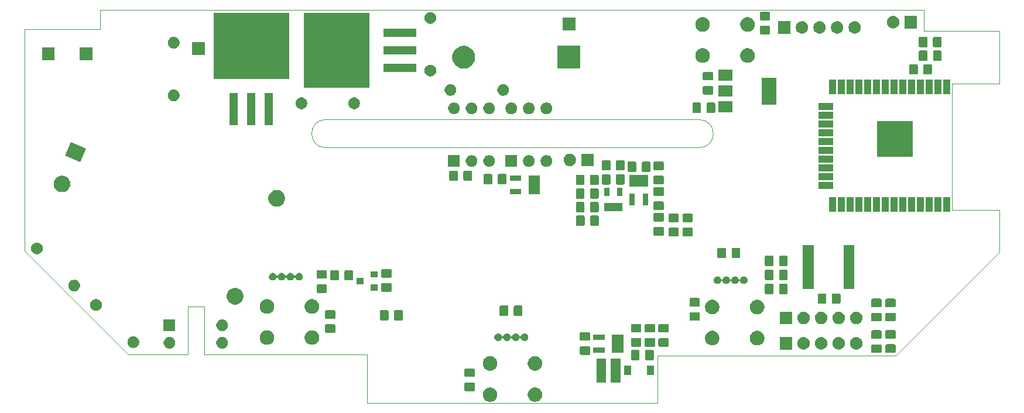
<source format=gbr>
G04 #@! TF.GenerationSoftware,KiCad,Pcbnew,(5.1.5)-3*
G04 #@! TF.CreationDate,2020-02-08T14:47:08+01:00*
G04 #@! TF.ProjectId,SenseEHajo,53656e73-6545-4486-916a-6f2e6b696361,rev?*
G04 #@! TF.SameCoordinates,PX55061d0PY277be90*
G04 #@! TF.FileFunction,Soldermask,Top*
G04 #@! TF.FilePolarity,Negative*
%FSLAX46Y46*%
G04 Gerber Fmt 4.6, Leading zero omitted, Abs format (unit mm)*
G04 Created by KiCad (PCBNEW (5.1.5)-3) date 2020-02-08 14:47:08*
%MOMM*%
%LPD*%
G04 APERTURE LIST*
%ADD10C,0.050000*%
%ADD11C,0.150000*%
G04 APERTURE END LIST*
D10*
X-51054000Y-28829000D02*
X-42392600Y-28829000D01*
X-40081200Y-21894800D02*
X-40081200Y-28829000D01*
X-42392600Y-21894800D02*
X-40081200Y-21894800D01*
X-42392600Y-28829000D02*
X-42392600Y-21894800D01*
X29514800Y21056600D02*
X29489400Y21082000D01*
X25425400Y21056600D02*
X29514800Y21056600D01*
X23266400Y5207000D02*
X31521400Y5207000D01*
X29489400Y21082000D02*
X64008000Y21082000D01*
X-12446000Y1143000D02*
X31521400Y1143000D01*
X23266400Y5207000D02*
X-12446000Y5207000D01*
X74930000Y-13970000D02*
X59944000Y-28956000D01*
X-16510000Y-35814000D02*
X-16510000Y-28829000D01*
X64008000Y21082000D02*
X64008000Y18034000D01*
X64008000Y18034000D02*
X74930000Y18034000D01*
X25527000Y-35814000D02*
X-16510000Y-35814000D01*
X-66040000Y-13843000D02*
X-66040000Y18288000D01*
X74930000Y10414000D02*
X68072000Y10414000D01*
X74930000Y-7874000D02*
X74930000Y-13970000D01*
X68072000Y-7874000D02*
X74930000Y-7874000D01*
X68072000Y10414000D02*
X68072000Y-7874000D01*
X74930000Y18034000D02*
X74930000Y10414000D01*
X31521400Y5207000D02*
G75*
G02X31521400Y1143000I0J-2032000D01*
G01*
X-12446000Y1143000D02*
X-22479000Y1143000D01*
X-22479000Y5207000D02*
X-12446000Y5207000D01*
X-22479000Y1143000D02*
G75*
G02X-22479000Y5207000I0J2032000D01*
G01*
X-51054000Y-28829000D02*
X-66040000Y-13843000D01*
X-16510000Y-28829000D02*
X-40081200Y-28829000D01*
X25527000Y-28956000D02*
X25527000Y-35814000D01*
X-55118000Y18288000D02*
X-55118000Y21082000D01*
X-66040000Y18288000D02*
X-55118000Y18288000D01*
X25425400Y21056600D02*
X-55118000Y21082000D01*
X59944000Y-28956000D02*
X25527000Y-28956000D01*
D11*
G36*
X8076564Y-33588389D02*
G01*
X8267833Y-33667615D01*
X8267835Y-33667616D01*
X8439973Y-33782635D01*
X8586365Y-33929027D01*
X8694816Y-34091335D01*
X8701385Y-34101167D01*
X8780611Y-34292436D01*
X8821000Y-34495484D01*
X8821000Y-34702516D01*
X8780611Y-34905564D01*
X8701385Y-35096833D01*
X8701384Y-35096835D01*
X8586365Y-35268973D01*
X8439973Y-35415365D01*
X8267835Y-35530384D01*
X8267834Y-35530385D01*
X8267833Y-35530385D01*
X8076564Y-35609611D01*
X7873516Y-35650000D01*
X7666484Y-35650000D01*
X7463436Y-35609611D01*
X7272167Y-35530385D01*
X7272166Y-35530385D01*
X7272165Y-35530384D01*
X7100027Y-35415365D01*
X6953635Y-35268973D01*
X6838616Y-35096835D01*
X6838615Y-35096833D01*
X6759389Y-34905564D01*
X6719000Y-34702516D01*
X6719000Y-34495484D01*
X6759389Y-34292436D01*
X6838615Y-34101167D01*
X6845185Y-34091335D01*
X6953635Y-33929027D01*
X7100027Y-33782635D01*
X7272165Y-33667616D01*
X7272167Y-33667615D01*
X7463436Y-33588389D01*
X7666484Y-33548000D01*
X7873516Y-33548000D01*
X8076564Y-33588389D01*
G37*
G36*
X1576564Y-33588389D02*
G01*
X1767833Y-33667615D01*
X1767835Y-33667616D01*
X1939973Y-33782635D01*
X2086365Y-33929027D01*
X2194816Y-34091335D01*
X2201385Y-34101167D01*
X2280611Y-34292436D01*
X2321000Y-34495484D01*
X2321000Y-34702516D01*
X2280611Y-34905564D01*
X2201385Y-35096833D01*
X2201384Y-35096835D01*
X2086365Y-35268973D01*
X1939973Y-35415365D01*
X1767835Y-35530384D01*
X1767834Y-35530385D01*
X1767833Y-35530385D01*
X1576564Y-35609611D01*
X1373516Y-35650000D01*
X1166484Y-35650000D01*
X963436Y-35609611D01*
X772167Y-35530385D01*
X772166Y-35530385D01*
X772165Y-35530384D01*
X600027Y-35415365D01*
X453635Y-35268973D01*
X338616Y-35096835D01*
X338615Y-35096833D01*
X259389Y-34905564D01*
X219000Y-34702516D01*
X219000Y-34495484D01*
X259389Y-34292436D01*
X338615Y-34101167D01*
X345185Y-34091335D01*
X453635Y-33929027D01*
X600027Y-33782635D01*
X772165Y-33667616D01*
X772167Y-33667615D01*
X963436Y-33588389D01*
X1166484Y-33548000D01*
X1373516Y-33548000D01*
X1576564Y-33588389D01*
G37*
G36*
X-1087726Y-32848265D02*
G01*
X-1050033Y-32859699D01*
X-1015297Y-32878266D01*
X-984852Y-32903252D01*
X-959866Y-32933697D01*
X-941299Y-32968433D01*
X-929865Y-33006126D01*
X-925400Y-33051461D01*
X-925400Y-33888139D01*
X-929865Y-33933474D01*
X-941299Y-33971167D01*
X-959866Y-34005903D01*
X-984852Y-34036348D01*
X-1015297Y-34061334D01*
X-1050033Y-34079901D01*
X-1087726Y-34091335D01*
X-1133061Y-34095800D01*
X-2219739Y-34095800D01*
X-2265074Y-34091335D01*
X-2302767Y-34079901D01*
X-2337503Y-34061334D01*
X-2367948Y-34036348D01*
X-2392934Y-34005903D01*
X-2411501Y-33971167D01*
X-2422935Y-33933474D01*
X-2427400Y-33888139D01*
X-2427400Y-33051461D01*
X-2422935Y-33006126D01*
X-2411501Y-32968433D01*
X-2392934Y-32933697D01*
X-2367948Y-32903252D01*
X-2337503Y-32878266D01*
X-2302767Y-32859699D01*
X-2265074Y-32848265D01*
X-2219739Y-32843800D01*
X-1133061Y-32843800D01*
X-1087726Y-32848265D01*
G37*
G36*
X20149200Y-32866000D02*
G01*
X18747200Y-32866000D01*
X18747200Y-29364000D01*
X20149200Y-29364000D01*
X20149200Y-32866000D01*
G37*
G36*
X18049200Y-32866000D02*
G01*
X16647200Y-32866000D01*
X16647200Y-29364000D01*
X18049200Y-29364000D01*
X18049200Y-32866000D01*
G37*
G36*
X-1087726Y-30798265D02*
G01*
X-1050033Y-30809699D01*
X-1015297Y-30828266D01*
X-984852Y-30853252D01*
X-959866Y-30883697D01*
X-941299Y-30918433D01*
X-929865Y-30956126D01*
X-925400Y-31001461D01*
X-925400Y-31838139D01*
X-929865Y-31883474D01*
X-941299Y-31921167D01*
X-959866Y-31955903D01*
X-984852Y-31986348D01*
X-1015297Y-32011334D01*
X-1050033Y-32029901D01*
X-1087726Y-32041335D01*
X-1133061Y-32045800D01*
X-2219739Y-32045800D01*
X-2265074Y-32041335D01*
X-2302767Y-32029901D01*
X-2337503Y-32011334D01*
X-2367948Y-31986348D01*
X-2392934Y-31955903D01*
X-2411501Y-31921167D01*
X-2422935Y-31883474D01*
X-2427400Y-31838139D01*
X-2427400Y-31001461D01*
X-2422935Y-30956126D01*
X-2411501Y-30918433D01*
X-2392934Y-30883697D01*
X-2367948Y-30853252D01*
X-2337503Y-30828266D01*
X-2302767Y-30809699D01*
X-2265074Y-30798265D01*
X-2219739Y-30793800D01*
X-1133061Y-30793800D01*
X-1087726Y-30798265D01*
G37*
G36*
X24959200Y-31740600D02*
G01*
X23957200Y-31740600D01*
X23957200Y-30438600D01*
X24959200Y-30438600D01*
X24959200Y-31740600D01*
G37*
G36*
X21659200Y-31740600D02*
G01*
X20657200Y-31740600D01*
X20657200Y-30438600D01*
X21659200Y-30438600D01*
X21659200Y-31740600D01*
G37*
G36*
X8076564Y-29088389D02*
G01*
X8267833Y-29167615D01*
X8267835Y-29167616D01*
X8439973Y-29282635D01*
X8586365Y-29429027D01*
X8690537Y-29584931D01*
X8701385Y-29601167D01*
X8780611Y-29792436D01*
X8821000Y-29995484D01*
X8821000Y-30202516D01*
X8780611Y-30405564D01*
X8766927Y-30438600D01*
X8701384Y-30596835D01*
X8586365Y-30768973D01*
X8439973Y-30915365D01*
X8267835Y-31030384D01*
X8267834Y-31030385D01*
X8267833Y-31030385D01*
X8076564Y-31109611D01*
X7873516Y-31150000D01*
X7666484Y-31150000D01*
X7463436Y-31109611D01*
X7272167Y-31030385D01*
X7272166Y-31030385D01*
X7272165Y-31030384D01*
X7100027Y-30915365D01*
X6953635Y-30768973D01*
X6838616Y-30596835D01*
X6773073Y-30438600D01*
X6759389Y-30405564D01*
X6719000Y-30202516D01*
X6719000Y-29995484D01*
X6759389Y-29792436D01*
X6838615Y-29601167D01*
X6849464Y-29584931D01*
X6953635Y-29429027D01*
X7100027Y-29282635D01*
X7272165Y-29167616D01*
X7272167Y-29167615D01*
X7463436Y-29088389D01*
X7666484Y-29048000D01*
X7873516Y-29048000D01*
X8076564Y-29088389D01*
G37*
G36*
X1576564Y-29088389D02*
G01*
X1767833Y-29167615D01*
X1767835Y-29167616D01*
X1939973Y-29282635D01*
X2086365Y-29429027D01*
X2190537Y-29584931D01*
X2201385Y-29601167D01*
X2280611Y-29792436D01*
X2321000Y-29995484D01*
X2321000Y-30202516D01*
X2280611Y-30405564D01*
X2266927Y-30438600D01*
X2201384Y-30596835D01*
X2086365Y-30768973D01*
X1939973Y-30915365D01*
X1767835Y-31030384D01*
X1767834Y-31030385D01*
X1767833Y-31030385D01*
X1576564Y-31109611D01*
X1373516Y-31150000D01*
X1166484Y-31150000D01*
X963436Y-31109611D01*
X772167Y-31030385D01*
X772166Y-31030385D01*
X772165Y-31030384D01*
X600027Y-30915365D01*
X453635Y-30768973D01*
X338616Y-30596835D01*
X273073Y-30438600D01*
X259389Y-30405564D01*
X219000Y-30202516D01*
X219000Y-29995484D01*
X259389Y-29792436D01*
X338615Y-29601167D01*
X349464Y-29584931D01*
X453635Y-29429027D01*
X600027Y-29282635D01*
X772165Y-29167616D01*
X772167Y-29167615D01*
X963436Y-29088389D01*
X1166484Y-29048000D01*
X1373516Y-29048000D01*
X1576564Y-29088389D01*
G37*
G36*
X24789474Y-28133265D02*
G01*
X24827167Y-28144699D01*
X24861903Y-28163266D01*
X24892348Y-28188252D01*
X24917334Y-28218697D01*
X24935901Y-28253433D01*
X24947335Y-28291126D01*
X24951800Y-28336461D01*
X24951800Y-29423139D01*
X24947335Y-29468474D01*
X24935901Y-29506167D01*
X24917334Y-29540903D01*
X24892348Y-29571348D01*
X24861903Y-29596334D01*
X24827167Y-29614901D01*
X24789474Y-29626335D01*
X24744139Y-29630800D01*
X23907461Y-29630800D01*
X23862126Y-29626335D01*
X23824433Y-29614901D01*
X23789697Y-29596334D01*
X23759252Y-29571348D01*
X23734266Y-29540903D01*
X23715699Y-29506167D01*
X23704265Y-29468474D01*
X23699800Y-29423139D01*
X23699800Y-28336461D01*
X23704265Y-28291126D01*
X23715699Y-28253433D01*
X23734266Y-28218697D01*
X23759252Y-28188252D01*
X23789697Y-28163266D01*
X23824433Y-28144699D01*
X23862126Y-28133265D01*
X23907461Y-28128800D01*
X24744139Y-28128800D01*
X24789474Y-28133265D01*
G37*
G36*
X22739474Y-28133265D02*
G01*
X22777167Y-28144699D01*
X22811903Y-28163266D01*
X22842348Y-28188252D01*
X22867334Y-28218697D01*
X22885901Y-28253433D01*
X22897335Y-28291126D01*
X22901800Y-28336461D01*
X22901800Y-29423139D01*
X22897335Y-29468474D01*
X22885901Y-29506167D01*
X22867334Y-29540903D01*
X22842348Y-29571348D01*
X22811903Y-29596334D01*
X22777167Y-29614901D01*
X22739474Y-29626335D01*
X22694139Y-29630800D01*
X21857461Y-29630800D01*
X21812126Y-29626335D01*
X21774433Y-29614901D01*
X21739697Y-29596334D01*
X21709252Y-29571348D01*
X21684266Y-29540903D01*
X21665699Y-29506167D01*
X21654265Y-29468474D01*
X21649800Y-29423139D01*
X21649800Y-28336461D01*
X21654265Y-28291126D01*
X21665699Y-28253433D01*
X21684266Y-28218697D01*
X21709252Y-28188252D01*
X21739697Y-28163266D01*
X21774433Y-28144699D01*
X21812126Y-28133265D01*
X21857461Y-28128800D01*
X22694139Y-28128800D01*
X22739474Y-28133265D01*
G37*
G36*
X15600074Y-27597865D02*
G01*
X15637767Y-27609299D01*
X15672503Y-27627866D01*
X15702948Y-27652852D01*
X15727934Y-27683297D01*
X15746501Y-27718033D01*
X15757935Y-27755726D01*
X15762400Y-27801061D01*
X15762400Y-28637739D01*
X15757935Y-28683074D01*
X15746501Y-28720767D01*
X15727934Y-28755503D01*
X15702948Y-28785948D01*
X15672503Y-28810934D01*
X15637767Y-28829501D01*
X15600074Y-28840935D01*
X15554739Y-28845400D01*
X14468061Y-28845400D01*
X14422726Y-28840935D01*
X14385033Y-28829501D01*
X14350297Y-28810934D01*
X14319852Y-28785948D01*
X14294866Y-28755503D01*
X14276299Y-28720767D01*
X14264865Y-28683074D01*
X14260400Y-28637739D01*
X14260400Y-27801061D01*
X14264865Y-27755726D01*
X14276299Y-27718033D01*
X14294866Y-27683297D01*
X14319852Y-27652852D01*
X14350297Y-27627866D01*
X14385033Y-27609299D01*
X14422726Y-27597865D01*
X14468061Y-27593400D01*
X15554739Y-27593400D01*
X15600074Y-27597865D01*
G37*
G36*
X57738674Y-27336465D02*
G01*
X57776367Y-27347899D01*
X57811103Y-27366466D01*
X57841548Y-27391452D01*
X57866534Y-27421897D01*
X57885101Y-27456633D01*
X57896535Y-27494326D01*
X57901000Y-27539661D01*
X57901000Y-28376339D01*
X57896535Y-28421674D01*
X57885101Y-28459367D01*
X57866534Y-28494103D01*
X57841548Y-28524548D01*
X57811103Y-28549534D01*
X57776367Y-28568101D01*
X57738674Y-28579535D01*
X57693339Y-28584000D01*
X56606661Y-28584000D01*
X56561326Y-28579535D01*
X56523633Y-28568101D01*
X56488897Y-28549534D01*
X56458452Y-28524548D01*
X56433466Y-28494103D01*
X56414899Y-28459367D01*
X56403465Y-28421674D01*
X56399000Y-28376339D01*
X56399000Y-27539661D01*
X56403465Y-27494326D01*
X56414899Y-27456633D01*
X56433466Y-27421897D01*
X56458452Y-27391452D01*
X56488897Y-27366466D01*
X56523633Y-27347899D01*
X56561326Y-27336465D01*
X56606661Y-27332000D01*
X57693339Y-27332000D01*
X57738674Y-27336465D01*
G37*
G36*
X59770674Y-27318465D02*
G01*
X59808367Y-27329899D01*
X59843103Y-27348466D01*
X59873548Y-27373452D01*
X59898534Y-27403897D01*
X59917101Y-27438633D01*
X59928535Y-27476326D01*
X59933000Y-27521661D01*
X59933000Y-28358339D01*
X59928535Y-28403674D01*
X59917101Y-28441367D01*
X59898534Y-28476103D01*
X59873548Y-28506548D01*
X59843103Y-28531534D01*
X59808367Y-28550101D01*
X59770674Y-28561535D01*
X59725339Y-28566000D01*
X58638661Y-28566000D01*
X58593326Y-28561535D01*
X58555633Y-28550101D01*
X58520897Y-28531534D01*
X58490452Y-28506548D01*
X58465466Y-28476103D01*
X58446899Y-28441367D01*
X58435465Y-28403674D01*
X58431000Y-28358339D01*
X58431000Y-27521661D01*
X58435465Y-27476326D01*
X58446899Y-27438633D01*
X58465466Y-27403897D01*
X58490452Y-27373452D01*
X58520897Y-27348466D01*
X58555633Y-27329899D01*
X58593326Y-27318465D01*
X58638661Y-27314000D01*
X59725339Y-27314000D01*
X59770674Y-27318465D01*
G37*
G36*
X17866800Y-28554800D02*
G01*
X16204800Y-28554800D01*
X16204800Y-27802800D01*
X17866800Y-27802800D01*
X17866800Y-28554800D01*
G37*
G36*
X20566800Y-28554800D02*
G01*
X18904800Y-28554800D01*
X18904800Y-25902800D01*
X20566800Y-25902800D01*
X20566800Y-28554800D01*
G37*
G36*
X49262512Y-26281927D02*
G01*
X49411812Y-26311624D01*
X49575784Y-26379544D01*
X49723354Y-26478147D01*
X49848853Y-26603646D01*
X49947456Y-26751216D01*
X50015376Y-26915188D01*
X50035025Y-27013973D01*
X50049347Y-27085973D01*
X50050000Y-27089259D01*
X50050000Y-27266741D01*
X50015376Y-27440812D01*
X49947456Y-27604784D01*
X49848853Y-27752354D01*
X49723354Y-27877853D01*
X49575784Y-27976456D01*
X49411812Y-28044376D01*
X49262512Y-28074073D01*
X49237742Y-28079000D01*
X49060258Y-28079000D01*
X49035488Y-28074073D01*
X48886188Y-28044376D01*
X48722216Y-27976456D01*
X48574646Y-27877853D01*
X48449147Y-27752354D01*
X48350544Y-27604784D01*
X48282624Y-27440812D01*
X48248000Y-27266741D01*
X48248000Y-27089259D01*
X48248654Y-27085973D01*
X48262975Y-27013973D01*
X48282624Y-26915188D01*
X48350544Y-26751216D01*
X48449147Y-26603646D01*
X48574646Y-26478147D01*
X48722216Y-26379544D01*
X48886188Y-26311624D01*
X49035488Y-26281927D01*
X49060258Y-26277000D01*
X49237742Y-26277000D01*
X49262512Y-26281927D01*
G37*
G36*
X51802512Y-26281927D02*
G01*
X51951812Y-26311624D01*
X52115784Y-26379544D01*
X52263354Y-26478147D01*
X52388853Y-26603646D01*
X52487456Y-26751216D01*
X52555376Y-26915188D01*
X52575025Y-27013973D01*
X52589347Y-27085973D01*
X52590000Y-27089259D01*
X52590000Y-27266741D01*
X52555376Y-27440812D01*
X52487456Y-27604784D01*
X52388853Y-27752354D01*
X52263354Y-27877853D01*
X52115784Y-27976456D01*
X51951812Y-28044376D01*
X51802512Y-28074073D01*
X51777742Y-28079000D01*
X51600258Y-28079000D01*
X51575488Y-28074073D01*
X51426188Y-28044376D01*
X51262216Y-27976456D01*
X51114646Y-27877853D01*
X50989147Y-27752354D01*
X50890544Y-27604784D01*
X50822624Y-27440812D01*
X50788000Y-27266741D01*
X50788000Y-27089259D01*
X50788654Y-27085973D01*
X50802975Y-27013973D01*
X50822624Y-26915188D01*
X50890544Y-26751216D01*
X50989147Y-26603646D01*
X51114646Y-26478147D01*
X51262216Y-26379544D01*
X51426188Y-26311624D01*
X51575488Y-26281927D01*
X51600258Y-26277000D01*
X51777742Y-26277000D01*
X51802512Y-26281927D01*
G37*
G36*
X46722512Y-26281927D02*
G01*
X46871812Y-26311624D01*
X47035784Y-26379544D01*
X47183354Y-26478147D01*
X47308853Y-26603646D01*
X47407456Y-26751216D01*
X47475376Y-26915188D01*
X47495025Y-27013973D01*
X47509347Y-27085973D01*
X47510000Y-27089259D01*
X47510000Y-27266741D01*
X47475376Y-27440812D01*
X47407456Y-27604784D01*
X47308853Y-27752354D01*
X47183354Y-27877853D01*
X47035784Y-27976456D01*
X46871812Y-28044376D01*
X46722512Y-28074073D01*
X46697742Y-28079000D01*
X46520258Y-28079000D01*
X46495488Y-28074073D01*
X46346188Y-28044376D01*
X46182216Y-27976456D01*
X46034646Y-27877853D01*
X45909147Y-27752354D01*
X45810544Y-27604784D01*
X45742624Y-27440812D01*
X45708000Y-27266741D01*
X45708000Y-27089259D01*
X45708654Y-27085973D01*
X45722975Y-27013973D01*
X45742624Y-26915188D01*
X45810544Y-26751216D01*
X45909147Y-26603646D01*
X46034646Y-26478147D01*
X46182216Y-26379544D01*
X46346188Y-26311624D01*
X46495488Y-26281927D01*
X46520258Y-26277000D01*
X46697742Y-26277000D01*
X46722512Y-26281927D01*
G37*
G36*
X44970000Y-28079000D02*
G01*
X43168000Y-28079000D01*
X43168000Y-26277000D01*
X44970000Y-26277000D01*
X44970000Y-28079000D01*
G37*
G36*
X54342512Y-26281927D02*
G01*
X54491812Y-26311624D01*
X54655784Y-26379544D01*
X54803354Y-26478147D01*
X54928853Y-26603646D01*
X55027456Y-26751216D01*
X55095376Y-26915188D01*
X55115025Y-27013973D01*
X55129347Y-27085973D01*
X55130000Y-27089259D01*
X55130000Y-27266741D01*
X55095376Y-27440812D01*
X55027456Y-27604784D01*
X54928853Y-27752354D01*
X54803354Y-27877853D01*
X54655784Y-27976456D01*
X54491812Y-28044376D01*
X54342512Y-28074073D01*
X54317742Y-28079000D01*
X54140258Y-28079000D01*
X54115488Y-28074073D01*
X53966188Y-28044376D01*
X53802216Y-27976456D01*
X53654646Y-27877853D01*
X53529147Y-27752354D01*
X53430544Y-27604784D01*
X53362624Y-27440812D01*
X53328000Y-27266741D01*
X53328000Y-27089259D01*
X53328654Y-27085973D01*
X53342975Y-27013973D01*
X53362624Y-26915188D01*
X53430544Y-26751216D01*
X53529147Y-26603646D01*
X53654646Y-26478147D01*
X53802216Y-26379544D01*
X53966188Y-26311624D01*
X54115488Y-26281927D01*
X54140258Y-26277000D01*
X54317742Y-26277000D01*
X54342512Y-26281927D01*
G37*
G36*
X-44836772Y-26283503D02*
G01*
X-44681900Y-26347653D01*
X-44542519Y-26440785D01*
X-44423985Y-26559319D01*
X-44330853Y-26698700D01*
X-44266703Y-26853572D01*
X-44234000Y-27017984D01*
X-44234000Y-27185616D01*
X-44266703Y-27350028D01*
X-44330853Y-27504900D01*
X-44423985Y-27644281D01*
X-44542519Y-27762815D01*
X-44681900Y-27855947D01*
X-44836772Y-27920097D01*
X-45001184Y-27952800D01*
X-45168816Y-27952800D01*
X-45333228Y-27920097D01*
X-45488100Y-27855947D01*
X-45627481Y-27762815D01*
X-45746015Y-27644281D01*
X-45839147Y-27504900D01*
X-45903297Y-27350028D01*
X-45936000Y-27185616D01*
X-45936000Y-27017984D01*
X-45903297Y-26853572D01*
X-45839147Y-26698700D01*
X-45746015Y-26559319D01*
X-45627481Y-26440785D01*
X-45488100Y-26347653D01*
X-45333228Y-26283503D01*
X-45168816Y-26250800D01*
X-45001184Y-26250800D01*
X-44836772Y-26283503D01*
G37*
G36*
X-37216772Y-26283503D02*
G01*
X-37061900Y-26347653D01*
X-36922519Y-26440785D01*
X-36803985Y-26559319D01*
X-36710853Y-26698700D01*
X-36646703Y-26853572D01*
X-36614000Y-27017984D01*
X-36614000Y-27185616D01*
X-36646703Y-27350028D01*
X-36710853Y-27504900D01*
X-36803985Y-27644281D01*
X-36922519Y-27762815D01*
X-37061900Y-27855947D01*
X-37216772Y-27920097D01*
X-37381184Y-27952800D01*
X-37548816Y-27952800D01*
X-37713228Y-27920097D01*
X-37868100Y-27855947D01*
X-38007481Y-27762815D01*
X-38126015Y-27644281D01*
X-38219147Y-27504900D01*
X-38283297Y-27350028D01*
X-38316000Y-27185616D01*
X-38316000Y-27017984D01*
X-38283297Y-26853572D01*
X-38219147Y-26698700D01*
X-38126015Y-26559319D01*
X-38007481Y-26440785D01*
X-37868100Y-26347653D01*
X-37713228Y-26283503D01*
X-37548816Y-26250800D01*
X-37381184Y-26250800D01*
X-37216772Y-26283503D01*
G37*
G36*
X-50065818Y-26185257D02*
G01*
X-49910946Y-26249407D01*
X-49771565Y-26342539D01*
X-49653031Y-26461073D01*
X-49559899Y-26600454D01*
X-49495749Y-26755326D01*
X-49463046Y-26919738D01*
X-49463046Y-27087370D01*
X-49495749Y-27251782D01*
X-49559899Y-27406654D01*
X-49653031Y-27546035D01*
X-49771565Y-27664569D01*
X-49910946Y-27757701D01*
X-50065818Y-27821851D01*
X-50230230Y-27854554D01*
X-50397862Y-27854554D01*
X-50562274Y-27821851D01*
X-50717146Y-27757701D01*
X-50856527Y-27664569D01*
X-50975061Y-27546035D01*
X-51068193Y-27406654D01*
X-51132343Y-27251782D01*
X-51165046Y-27087370D01*
X-51165046Y-26919738D01*
X-51132343Y-26755326D01*
X-51068193Y-26600454D01*
X-50975061Y-26461073D01*
X-50856527Y-26342539D01*
X-50717146Y-26249407D01*
X-50562274Y-26185257D01*
X-50397862Y-26152554D01*
X-50230230Y-26152554D01*
X-50065818Y-26185257D01*
G37*
G36*
X24972674Y-26422065D02*
G01*
X25010367Y-26433499D01*
X25045103Y-26452066D01*
X25075548Y-26477052D01*
X25100534Y-26507497D01*
X25119101Y-26542233D01*
X25130535Y-26579926D01*
X25135000Y-26625261D01*
X25135000Y-27461939D01*
X25130535Y-27507274D01*
X25119101Y-27544967D01*
X25100534Y-27579703D01*
X25075548Y-27610148D01*
X25045103Y-27635134D01*
X25010367Y-27653701D01*
X24972674Y-27665135D01*
X24927339Y-27669600D01*
X23840661Y-27669600D01*
X23795326Y-27665135D01*
X23757633Y-27653701D01*
X23722897Y-27635134D01*
X23692452Y-27610148D01*
X23667466Y-27579703D01*
X23648899Y-27544967D01*
X23637465Y-27507274D01*
X23633000Y-27461939D01*
X23633000Y-26625261D01*
X23637465Y-26579926D01*
X23648899Y-26542233D01*
X23667466Y-26507497D01*
X23692452Y-26477052D01*
X23722897Y-26452066D01*
X23757633Y-26433499D01*
X23795326Y-26422065D01*
X23840661Y-26417600D01*
X24927339Y-26417600D01*
X24972674Y-26422065D01*
G37*
G36*
X26953874Y-26422065D02*
G01*
X26991567Y-26433499D01*
X27026303Y-26452066D01*
X27056748Y-26477052D01*
X27081734Y-26507497D01*
X27100301Y-26542233D01*
X27111735Y-26579926D01*
X27116200Y-26625261D01*
X27116200Y-27461939D01*
X27111735Y-27507274D01*
X27100301Y-27544967D01*
X27081734Y-27579703D01*
X27056748Y-27610148D01*
X27026303Y-27635134D01*
X26991567Y-27653701D01*
X26953874Y-27665135D01*
X26908539Y-27669600D01*
X25821861Y-27669600D01*
X25776526Y-27665135D01*
X25738833Y-27653701D01*
X25704097Y-27635134D01*
X25673652Y-27610148D01*
X25648666Y-27579703D01*
X25630099Y-27544967D01*
X25618665Y-27507274D01*
X25614200Y-27461939D01*
X25614200Y-26625261D01*
X25618665Y-26579926D01*
X25630099Y-26542233D01*
X25648666Y-26507497D01*
X25673652Y-26477052D01*
X25704097Y-26452066D01*
X25738833Y-26433499D01*
X25776526Y-26422065D01*
X25821861Y-26417600D01*
X26908539Y-26417600D01*
X26953874Y-26422065D01*
G37*
G36*
X22991474Y-26413065D02*
G01*
X23029167Y-26424499D01*
X23063903Y-26443066D01*
X23094348Y-26468052D01*
X23119334Y-26498497D01*
X23137901Y-26533233D01*
X23149335Y-26570926D01*
X23153800Y-26616261D01*
X23153800Y-27452939D01*
X23149335Y-27498274D01*
X23137901Y-27535967D01*
X23119334Y-27570703D01*
X23094348Y-27601148D01*
X23063903Y-27626134D01*
X23029167Y-27644701D01*
X22991474Y-27656135D01*
X22946139Y-27660600D01*
X21859461Y-27660600D01*
X21814126Y-27656135D01*
X21776433Y-27644701D01*
X21741697Y-27626134D01*
X21711252Y-27601148D01*
X21686266Y-27570703D01*
X21667699Y-27535967D01*
X21656265Y-27498274D01*
X21651800Y-27452939D01*
X21651800Y-26616261D01*
X21656265Y-26570926D01*
X21667699Y-26533233D01*
X21686266Y-26498497D01*
X21711252Y-26468052D01*
X21741697Y-26443066D01*
X21776433Y-26424499D01*
X21814126Y-26413065D01*
X21859461Y-26408600D01*
X22946139Y-26408600D01*
X22991474Y-26413065D01*
G37*
G36*
X40207564Y-25405389D02*
G01*
X40395115Y-25483075D01*
X40398835Y-25484616D01*
X40570973Y-25599635D01*
X40717365Y-25746027D01*
X40794194Y-25861009D01*
X40832385Y-25918167D01*
X40911611Y-26109436D01*
X40952000Y-26312484D01*
X40952000Y-26519516D01*
X40911611Y-26722564D01*
X40857346Y-26853571D01*
X40832384Y-26913835D01*
X40717365Y-27085973D01*
X40570973Y-27232365D01*
X40398835Y-27347384D01*
X40398834Y-27347385D01*
X40398833Y-27347385D01*
X40207564Y-27426611D01*
X40004516Y-27467000D01*
X39797484Y-27467000D01*
X39594436Y-27426611D01*
X39403167Y-27347385D01*
X39403166Y-27347385D01*
X39403165Y-27347384D01*
X39231027Y-27232365D01*
X39084635Y-27085973D01*
X38969616Y-26913835D01*
X38944654Y-26853571D01*
X38890389Y-26722564D01*
X38850000Y-26519516D01*
X38850000Y-26312484D01*
X38890389Y-26109436D01*
X38969615Y-25918167D01*
X39007807Y-25861009D01*
X39084635Y-25746027D01*
X39231027Y-25599635D01*
X39403165Y-25484616D01*
X39406885Y-25483075D01*
X39594436Y-25405389D01*
X39797484Y-25365000D01*
X40004516Y-25365000D01*
X40207564Y-25405389D01*
G37*
G36*
X33707564Y-25405389D02*
G01*
X33895115Y-25483075D01*
X33898835Y-25484616D01*
X34070973Y-25599635D01*
X34217365Y-25746027D01*
X34294194Y-25861009D01*
X34332385Y-25918167D01*
X34411611Y-26109436D01*
X34452000Y-26312484D01*
X34452000Y-26519516D01*
X34411611Y-26722564D01*
X34357346Y-26853571D01*
X34332384Y-26913835D01*
X34217365Y-27085973D01*
X34070973Y-27232365D01*
X33898835Y-27347384D01*
X33898834Y-27347385D01*
X33898833Y-27347385D01*
X33707564Y-27426611D01*
X33504516Y-27467000D01*
X33297484Y-27467000D01*
X33094436Y-27426611D01*
X32903167Y-27347385D01*
X32903166Y-27347385D01*
X32903165Y-27347384D01*
X32731027Y-27232365D01*
X32584635Y-27085973D01*
X32469616Y-26913835D01*
X32444654Y-26853571D01*
X32390389Y-26722564D01*
X32350000Y-26519516D01*
X32350000Y-26312484D01*
X32390389Y-26109436D01*
X32469615Y-25918167D01*
X32507807Y-25861009D01*
X32584635Y-25746027D01*
X32731027Y-25599635D01*
X32903165Y-25484616D01*
X32906885Y-25483075D01*
X33094436Y-25405389D01*
X33297484Y-25365000D01*
X33504516Y-25365000D01*
X33707564Y-25405389D01*
G37*
G36*
X-24181436Y-25333389D02*
G01*
X-24007610Y-25405390D01*
X-23990165Y-25412616D01*
X-23818027Y-25527635D01*
X-23671635Y-25674027D01*
X-23620162Y-25751061D01*
X-23556615Y-25846167D01*
X-23477389Y-26037436D01*
X-23437000Y-26240484D01*
X-23437000Y-26447516D01*
X-23477389Y-26650564D01*
X-23537382Y-26795400D01*
X-23556616Y-26841835D01*
X-23671635Y-27013973D01*
X-23818027Y-27160365D01*
X-23990165Y-27275384D01*
X-23990166Y-27275385D01*
X-23990167Y-27275385D01*
X-24181436Y-27354611D01*
X-24384484Y-27395000D01*
X-24591516Y-27395000D01*
X-24794564Y-27354611D01*
X-24985833Y-27275385D01*
X-24985834Y-27275385D01*
X-24985835Y-27275384D01*
X-25157973Y-27160365D01*
X-25304365Y-27013973D01*
X-25419384Y-26841835D01*
X-25438618Y-26795400D01*
X-25498611Y-26650564D01*
X-25539000Y-26447516D01*
X-25539000Y-26240484D01*
X-25498611Y-26037436D01*
X-25419385Y-25846167D01*
X-25355837Y-25751061D01*
X-25304365Y-25674027D01*
X-25157973Y-25527635D01*
X-24985835Y-25412616D01*
X-24968390Y-25405390D01*
X-24794564Y-25333389D01*
X-24591516Y-25293000D01*
X-24384484Y-25293000D01*
X-24181436Y-25333389D01*
G37*
G36*
X-30681436Y-25333389D02*
G01*
X-30507610Y-25405390D01*
X-30490165Y-25412616D01*
X-30318027Y-25527635D01*
X-30171635Y-25674027D01*
X-30120162Y-25751061D01*
X-30056615Y-25846167D01*
X-29977389Y-26037436D01*
X-29937000Y-26240484D01*
X-29937000Y-26447516D01*
X-29977389Y-26650564D01*
X-30037382Y-26795400D01*
X-30056616Y-26841835D01*
X-30171635Y-27013973D01*
X-30318027Y-27160365D01*
X-30490165Y-27275384D01*
X-30490166Y-27275385D01*
X-30490167Y-27275385D01*
X-30681436Y-27354611D01*
X-30884484Y-27395000D01*
X-31091516Y-27395000D01*
X-31294564Y-27354611D01*
X-31485833Y-27275385D01*
X-31485834Y-27275385D01*
X-31485835Y-27275384D01*
X-31657973Y-27160365D01*
X-31804365Y-27013973D01*
X-31919384Y-26841835D01*
X-31938618Y-26795400D01*
X-31998611Y-26650564D01*
X-32039000Y-26447516D01*
X-32039000Y-26240484D01*
X-31998611Y-26037436D01*
X-31919385Y-25846167D01*
X-31855837Y-25751061D01*
X-31804365Y-25674027D01*
X-31657973Y-25527635D01*
X-31485835Y-25412616D01*
X-31468390Y-25405390D01*
X-31294564Y-25333389D01*
X-31091516Y-25293000D01*
X-30884484Y-25293000D01*
X-30681436Y-25333389D01*
G37*
G36*
X2599121Y-25759174D02*
G01*
X2699395Y-25800709D01*
X2699396Y-25800710D01*
X2789642Y-25861010D01*
X2866390Y-25937758D01*
X2866391Y-25937760D01*
X2926691Y-26028005D01*
X2957916Y-26103389D01*
X2969467Y-26125000D01*
X2985012Y-26143941D01*
X3003954Y-26159487D01*
X3025565Y-26171038D01*
X3049014Y-26178151D01*
X3073400Y-26180553D01*
X3097786Y-26178151D01*
X3121235Y-26171038D01*
X3142846Y-26159487D01*
X3161787Y-26143942D01*
X3177333Y-26125000D01*
X3188884Y-26103389D01*
X3220109Y-26028005D01*
X3280409Y-25937760D01*
X3280410Y-25937758D01*
X3357158Y-25861010D01*
X3447404Y-25800710D01*
X3447405Y-25800709D01*
X3547679Y-25759174D01*
X3654130Y-25738000D01*
X3762670Y-25738000D01*
X3869121Y-25759174D01*
X3969395Y-25800709D01*
X3969396Y-25800710D01*
X4059642Y-25861010D01*
X4136390Y-25937758D01*
X4136391Y-25937760D01*
X4196691Y-26028005D01*
X4227916Y-26103389D01*
X4239467Y-26125000D01*
X4255012Y-26143941D01*
X4273954Y-26159487D01*
X4295565Y-26171038D01*
X4319014Y-26178151D01*
X4343400Y-26180553D01*
X4367786Y-26178151D01*
X4391235Y-26171038D01*
X4412846Y-26159487D01*
X4431787Y-26143942D01*
X4447333Y-26125000D01*
X4458884Y-26103389D01*
X4490109Y-26028005D01*
X4550409Y-25937760D01*
X4550410Y-25937758D01*
X4627158Y-25861010D01*
X4717404Y-25800710D01*
X4717405Y-25800709D01*
X4817679Y-25759174D01*
X4924130Y-25738000D01*
X5032670Y-25738000D01*
X5139121Y-25759174D01*
X5239395Y-25800709D01*
X5239396Y-25800710D01*
X5329642Y-25861010D01*
X5406390Y-25937758D01*
X5406391Y-25937760D01*
X5466691Y-26028005D01*
X5497916Y-26103389D01*
X5509467Y-26125000D01*
X5525012Y-26143941D01*
X5543954Y-26159487D01*
X5565565Y-26171038D01*
X5589014Y-26178151D01*
X5613400Y-26180553D01*
X5637786Y-26178151D01*
X5661235Y-26171038D01*
X5682846Y-26159487D01*
X5701787Y-26143942D01*
X5717333Y-26125000D01*
X5728884Y-26103389D01*
X5760109Y-26028005D01*
X5820409Y-25937760D01*
X5820410Y-25937758D01*
X5897158Y-25861010D01*
X5987404Y-25800710D01*
X5987405Y-25800709D01*
X6087679Y-25759174D01*
X6194130Y-25738000D01*
X6302670Y-25738000D01*
X6409121Y-25759174D01*
X6509395Y-25800709D01*
X6509396Y-25800710D01*
X6599642Y-25861010D01*
X6676390Y-25937758D01*
X6676391Y-25937760D01*
X6736691Y-26028005D01*
X6778226Y-26128279D01*
X6799400Y-26234730D01*
X6799400Y-26343270D01*
X6778226Y-26449721D01*
X6736691Y-26549995D01*
X6736690Y-26549996D01*
X6676390Y-26640242D01*
X6599642Y-26716990D01*
X6591298Y-26722565D01*
X6509395Y-26777291D01*
X6409121Y-26818826D01*
X6302670Y-26840000D01*
X6194130Y-26840000D01*
X6087679Y-26818826D01*
X5987405Y-26777291D01*
X5905502Y-26722565D01*
X5897158Y-26716990D01*
X5820410Y-26640242D01*
X5760110Y-26549996D01*
X5760109Y-26549995D01*
X5728884Y-26474611D01*
X5717333Y-26453000D01*
X5701788Y-26434059D01*
X5682846Y-26418513D01*
X5661235Y-26406962D01*
X5637786Y-26399849D01*
X5613400Y-26397447D01*
X5589014Y-26399849D01*
X5565565Y-26406962D01*
X5543954Y-26418513D01*
X5525013Y-26434058D01*
X5509467Y-26453000D01*
X5497916Y-26474611D01*
X5466691Y-26549995D01*
X5466690Y-26549996D01*
X5406390Y-26640242D01*
X5329642Y-26716990D01*
X5321298Y-26722565D01*
X5239395Y-26777291D01*
X5139121Y-26818826D01*
X5032670Y-26840000D01*
X4924130Y-26840000D01*
X4817679Y-26818826D01*
X4717405Y-26777291D01*
X4635502Y-26722565D01*
X4627158Y-26716990D01*
X4550410Y-26640242D01*
X4490110Y-26549996D01*
X4490109Y-26549995D01*
X4458884Y-26474611D01*
X4447333Y-26453000D01*
X4431788Y-26434059D01*
X4412846Y-26418513D01*
X4391235Y-26406962D01*
X4367786Y-26399849D01*
X4343400Y-26397447D01*
X4319014Y-26399849D01*
X4295565Y-26406962D01*
X4273954Y-26418513D01*
X4255013Y-26434058D01*
X4239467Y-26453000D01*
X4227916Y-26474611D01*
X4196691Y-26549995D01*
X4196690Y-26549996D01*
X4136390Y-26640242D01*
X4059642Y-26716990D01*
X4051298Y-26722565D01*
X3969395Y-26777291D01*
X3869121Y-26818826D01*
X3762670Y-26840000D01*
X3654130Y-26840000D01*
X3547679Y-26818826D01*
X3447405Y-26777291D01*
X3365502Y-26722565D01*
X3357158Y-26716990D01*
X3280410Y-26640242D01*
X3220110Y-26549996D01*
X3220109Y-26549995D01*
X3188884Y-26474611D01*
X3177333Y-26453000D01*
X3161788Y-26434059D01*
X3142846Y-26418513D01*
X3121235Y-26406962D01*
X3097786Y-26399849D01*
X3073400Y-26397447D01*
X3049014Y-26399849D01*
X3025565Y-26406962D01*
X3003954Y-26418513D01*
X2985013Y-26434058D01*
X2969467Y-26453000D01*
X2957916Y-26474611D01*
X2926691Y-26549995D01*
X2926690Y-26549996D01*
X2866390Y-26640242D01*
X2789642Y-26716990D01*
X2781298Y-26722565D01*
X2699395Y-26777291D01*
X2599121Y-26818826D01*
X2492670Y-26840000D01*
X2384130Y-26840000D01*
X2277679Y-26818826D01*
X2177405Y-26777291D01*
X2095502Y-26722565D01*
X2087158Y-26716990D01*
X2010410Y-26640242D01*
X1950110Y-26549996D01*
X1950109Y-26549995D01*
X1908574Y-26449721D01*
X1887400Y-26343270D01*
X1887400Y-26234730D01*
X1908574Y-26128279D01*
X1950109Y-26028005D01*
X2010409Y-25937760D01*
X2010410Y-25937758D01*
X2087158Y-25861010D01*
X2177404Y-25800710D01*
X2177405Y-25800709D01*
X2277679Y-25759174D01*
X2384130Y-25738000D01*
X2492670Y-25738000D01*
X2599121Y-25759174D01*
G37*
G36*
X15600074Y-25547865D02*
G01*
X15637767Y-25559299D01*
X15672503Y-25577866D01*
X15702948Y-25602852D01*
X15727934Y-25633297D01*
X15746501Y-25668033D01*
X15757935Y-25705726D01*
X15762400Y-25751061D01*
X15762400Y-26587739D01*
X15757935Y-26633074D01*
X15746501Y-26670767D01*
X15727934Y-26705503D01*
X15702948Y-26735948D01*
X15672503Y-26760934D01*
X15637767Y-26779501D01*
X15600074Y-26790935D01*
X15554739Y-26795400D01*
X14468061Y-26795400D01*
X14422726Y-26790935D01*
X14385033Y-26779501D01*
X14350297Y-26760934D01*
X14319852Y-26735948D01*
X14294866Y-26705503D01*
X14276299Y-26670767D01*
X14264865Y-26633074D01*
X14260400Y-26587739D01*
X14260400Y-25751061D01*
X14264865Y-25705726D01*
X14276299Y-25668033D01*
X14294866Y-25633297D01*
X14319852Y-25602852D01*
X14350297Y-25577866D01*
X14385033Y-25559299D01*
X14422726Y-25547865D01*
X14468061Y-25543400D01*
X15554739Y-25543400D01*
X15600074Y-25547865D01*
G37*
G36*
X17866800Y-26654800D02*
G01*
X16204800Y-26654800D01*
X16204800Y-25902800D01*
X17866800Y-25902800D01*
X17866800Y-26654800D01*
G37*
G36*
X57738674Y-25286465D02*
G01*
X57776367Y-25297899D01*
X57811103Y-25316466D01*
X57841548Y-25341452D01*
X57866534Y-25371897D01*
X57885101Y-25406633D01*
X57896535Y-25444326D01*
X57901000Y-25489661D01*
X57901000Y-26326339D01*
X57896535Y-26371674D01*
X57885101Y-26409367D01*
X57866534Y-26444103D01*
X57841548Y-26474548D01*
X57811103Y-26499534D01*
X57776367Y-26518101D01*
X57738674Y-26529535D01*
X57693339Y-26534000D01*
X56606661Y-26534000D01*
X56561326Y-26529535D01*
X56523633Y-26518101D01*
X56488897Y-26499534D01*
X56458452Y-26474548D01*
X56433466Y-26444103D01*
X56414899Y-26409367D01*
X56403465Y-26371674D01*
X56399000Y-26326339D01*
X56399000Y-25489661D01*
X56403465Y-25444326D01*
X56414899Y-25406633D01*
X56433466Y-25371897D01*
X56458452Y-25341452D01*
X56488897Y-25316466D01*
X56523633Y-25297899D01*
X56561326Y-25286465D01*
X56606661Y-25282000D01*
X57693339Y-25282000D01*
X57738674Y-25286465D01*
G37*
G36*
X59770674Y-25268465D02*
G01*
X59808367Y-25279899D01*
X59843103Y-25298466D01*
X59873548Y-25323452D01*
X59898534Y-25353897D01*
X59917101Y-25388633D01*
X59928535Y-25426326D01*
X59933000Y-25471661D01*
X59933000Y-26308339D01*
X59928535Y-26353674D01*
X59917101Y-26391367D01*
X59898534Y-26426103D01*
X59873548Y-26456548D01*
X59843103Y-26481534D01*
X59808367Y-26500101D01*
X59770674Y-26511535D01*
X59725339Y-26516000D01*
X58638661Y-26516000D01*
X58593326Y-26511535D01*
X58555633Y-26500101D01*
X58520897Y-26481534D01*
X58490452Y-26456548D01*
X58465466Y-26426103D01*
X58446899Y-26391367D01*
X58435465Y-26353674D01*
X58431000Y-26308339D01*
X58431000Y-25471661D01*
X58435465Y-25426326D01*
X58446899Y-25388633D01*
X58465466Y-25353897D01*
X58490452Y-25323452D01*
X58520897Y-25298466D01*
X58555633Y-25279899D01*
X58593326Y-25268465D01*
X58638661Y-25264000D01*
X59725339Y-25264000D01*
X59770674Y-25268465D01*
G37*
G36*
X-21255326Y-24431865D02*
G01*
X-21217633Y-24443299D01*
X-21182897Y-24461866D01*
X-21152452Y-24486852D01*
X-21127466Y-24517297D01*
X-21108899Y-24552033D01*
X-21097465Y-24589726D01*
X-21093000Y-24635061D01*
X-21093000Y-25471739D01*
X-21097465Y-25517074D01*
X-21108899Y-25554767D01*
X-21127466Y-25589503D01*
X-21152452Y-25619948D01*
X-21182897Y-25644934D01*
X-21217633Y-25663501D01*
X-21255326Y-25674935D01*
X-21300661Y-25679400D01*
X-22387339Y-25679400D01*
X-22432674Y-25674935D01*
X-22470367Y-25663501D01*
X-22505103Y-25644934D01*
X-22535548Y-25619948D01*
X-22560534Y-25589503D01*
X-22579101Y-25554767D01*
X-22590535Y-25517074D01*
X-22595000Y-25471739D01*
X-22595000Y-24635061D01*
X-22590535Y-24589726D01*
X-22579101Y-24552033D01*
X-22560534Y-24517297D01*
X-22535548Y-24486852D01*
X-22505103Y-24461866D01*
X-22470367Y-24443299D01*
X-22432674Y-24431865D01*
X-22387339Y-24427400D01*
X-21300661Y-24427400D01*
X-21255326Y-24431865D01*
G37*
G36*
X24972674Y-24372065D02*
G01*
X25010367Y-24383499D01*
X25045103Y-24402066D01*
X25075548Y-24427052D01*
X25100534Y-24457497D01*
X25119101Y-24492233D01*
X25130535Y-24529926D01*
X25135000Y-24575261D01*
X25135000Y-25411939D01*
X25130535Y-25457274D01*
X25119101Y-25494967D01*
X25100534Y-25529703D01*
X25075548Y-25560148D01*
X25045103Y-25585134D01*
X25010367Y-25603701D01*
X24972674Y-25615135D01*
X24927339Y-25619600D01*
X23840661Y-25619600D01*
X23795326Y-25615135D01*
X23757633Y-25603701D01*
X23722897Y-25585134D01*
X23692452Y-25560148D01*
X23667466Y-25529703D01*
X23648899Y-25494967D01*
X23637465Y-25457274D01*
X23633000Y-25411939D01*
X23633000Y-24575261D01*
X23637465Y-24529926D01*
X23648899Y-24492233D01*
X23667466Y-24457497D01*
X23692452Y-24427052D01*
X23722897Y-24402066D01*
X23757633Y-24383499D01*
X23795326Y-24372065D01*
X23840661Y-24367600D01*
X24927339Y-24367600D01*
X24972674Y-24372065D01*
G37*
G36*
X26953874Y-24372065D02*
G01*
X26991567Y-24383499D01*
X27026303Y-24402066D01*
X27056748Y-24427052D01*
X27081734Y-24457497D01*
X27100301Y-24492233D01*
X27111735Y-24529926D01*
X27116200Y-24575261D01*
X27116200Y-25411939D01*
X27111735Y-25457274D01*
X27100301Y-25494967D01*
X27081734Y-25529703D01*
X27056748Y-25560148D01*
X27026303Y-25585134D01*
X26991567Y-25603701D01*
X26953874Y-25615135D01*
X26908539Y-25619600D01*
X25821861Y-25619600D01*
X25776526Y-25615135D01*
X25738833Y-25603701D01*
X25704097Y-25585134D01*
X25673652Y-25560148D01*
X25648666Y-25529703D01*
X25630099Y-25494967D01*
X25618665Y-25457274D01*
X25614200Y-25411939D01*
X25614200Y-24575261D01*
X25618665Y-24529926D01*
X25630099Y-24492233D01*
X25648666Y-24457497D01*
X25673652Y-24427052D01*
X25704097Y-24402066D01*
X25738833Y-24383499D01*
X25776526Y-24372065D01*
X25821861Y-24367600D01*
X26908539Y-24367600D01*
X26953874Y-24372065D01*
G37*
G36*
X22991474Y-24363065D02*
G01*
X23029167Y-24374499D01*
X23063903Y-24393066D01*
X23094348Y-24418052D01*
X23119334Y-24448497D01*
X23137901Y-24483233D01*
X23149335Y-24520926D01*
X23153800Y-24566261D01*
X23153800Y-25402939D01*
X23149335Y-25448274D01*
X23137901Y-25485967D01*
X23119334Y-25520703D01*
X23094348Y-25551148D01*
X23063903Y-25576134D01*
X23029167Y-25594701D01*
X22991474Y-25606135D01*
X22946139Y-25610600D01*
X21859461Y-25610600D01*
X21814126Y-25606135D01*
X21776433Y-25594701D01*
X21741697Y-25576134D01*
X21711252Y-25551148D01*
X21686266Y-25520703D01*
X21667699Y-25485967D01*
X21656265Y-25448274D01*
X21651800Y-25402939D01*
X21651800Y-24566261D01*
X21656265Y-24520926D01*
X21667699Y-24483233D01*
X21686266Y-24448497D01*
X21711252Y-24418052D01*
X21741697Y-24393066D01*
X21776433Y-24374499D01*
X21814126Y-24363065D01*
X21859461Y-24358600D01*
X22946139Y-24358600D01*
X22991474Y-24363065D01*
G37*
G36*
X-44234000Y-25412800D02*
G01*
X-45936000Y-25412800D01*
X-45936000Y-23710800D01*
X-44234000Y-23710800D01*
X-44234000Y-25412800D01*
G37*
G36*
X-37216772Y-23743503D02*
G01*
X-37061900Y-23807653D01*
X-36922519Y-23900785D01*
X-36803985Y-24019319D01*
X-36710853Y-24158700D01*
X-36646703Y-24313572D01*
X-36614000Y-24477984D01*
X-36614000Y-24645616D01*
X-36646703Y-24810028D01*
X-36710853Y-24964900D01*
X-36803985Y-25104281D01*
X-36922519Y-25222815D01*
X-37061900Y-25315947D01*
X-37216772Y-25380097D01*
X-37381184Y-25412800D01*
X-37548816Y-25412800D01*
X-37713228Y-25380097D01*
X-37868100Y-25315947D01*
X-38007481Y-25222815D01*
X-38126015Y-25104281D01*
X-38219147Y-24964900D01*
X-38283297Y-24810028D01*
X-38316000Y-24645616D01*
X-38316000Y-24477984D01*
X-38283297Y-24313572D01*
X-38219147Y-24158700D01*
X-38126015Y-24019319D01*
X-38007481Y-23900785D01*
X-37868100Y-23807653D01*
X-37713228Y-23743503D01*
X-37548816Y-23710800D01*
X-37381184Y-23710800D01*
X-37216772Y-23743503D01*
G37*
G36*
X46710184Y-22596475D02*
G01*
X46871812Y-22628624D01*
X47035784Y-22696544D01*
X47183354Y-22795147D01*
X47308853Y-22920646D01*
X47407456Y-23068216D01*
X47475376Y-23232188D01*
X47510000Y-23406259D01*
X47510000Y-23583741D01*
X47475376Y-23757812D01*
X47407456Y-23921784D01*
X47308853Y-24069354D01*
X47183354Y-24194853D01*
X47035784Y-24293456D01*
X46871812Y-24361376D01*
X46722512Y-24391073D01*
X46697742Y-24396000D01*
X46520258Y-24396000D01*
X46495488Y-24391073D01*
X46346188Y-24361376D01*
X46182216Y-24293456D01*
X46034646Y-24194853D01*
X45909147Y-24069354D01*
X45810544Y-23921784D01*
X45742624Y-23757812D01*
X45708000Y-23583741D01*
X45708000Y-23406259D01*
X45742624Y-23232188D01*
X45810544Y-23068216D01*
X45909147Y-22920646D01*
X46034646Y-22795147D01*
X46182216Y-22696544D01*
X46346188Y-22628624D01*
X46507816Y-22596475D01*
X46520258Y-22594000D01*
X46697742Y-22594000D01*
X46710184Y-22596475D01*
G37*
G36*
X44970000Y-24396000D02*
G01*
X43168000Y-24396000D01*
X43168000Y-22594000D01*
X44970000Y-22594000D01*
X44970000Y-24396000D01*
G37*
G36*
X49250184Y-22596475D02*
G01*
X49411812Y-22628624D01*
X49575784Y-22696544D01*
X49723354Y-22795147D01*
X49848853Y-22920646D01*
X49947456Y-23068216D01*
X50015376Y-23232188D01*
X50050000Y-23406259D01*
X50050000Y-23583741D01*
X50015376Y-23757812D01*
X49947456Y-23921784D01*
X49848853Y-24069354D01*
X49723354Y-24194853D01*
X49575784Y-24293456D01*
X49411812Y-24361376D01*
X49262512Y-24391073D01*
X49237742Y-24396000D01*
X49060258Y-24396000D01*
X49035488Y-24391073D01*
X48886188Y-24361376D01*
X48722216Y-24293456D01*
X48574646Y-24194853D01*
X48449147Y-24069354D01*
X48350544Y-23921784D01*
X48282624Y-23757812D01*
X48248000Y-23583741D01*
X48248000Y-23406259D01*
X48282624Y-23232188D01*
X48350544Y-23068216D01*
X48449147Y-22920646D01*
X48574646Y-22795147D01*
X48722216Y-22696544D01*
X48886188Y-22628624D01*
X49047816Y-22596475D01*
X49060258Y-22594000D01*
X49237742Y-22594000D01*
X49250184Y-22596475D01*
G37*
G36*
X51790184Y-22596475D02*
G01*
X51951812Y-22628624D01*
X52115784Y-22696544D01*
X52263354Y-22795147D01*
X52388853Y-22920646D01*
X52487456Y-23068216D01*
X52555376Y-23232188D01*
X52590000Y-23406259D01*
X52590000Y-23583741D01*
X52555376Y-23757812D01*
X52487456Y-23921784D01*
X52388853Y-24069354D01*
X52263354Y-24194853D01*
X52115784Y-24293456D01*
X51951812Y-24361376D01*
X51802512Y-24391073D01*
X51777742Y-24396000D01*
X51600258Y-24396000D01*
X51575488Y-24391073D01*
X51426188Y-24361376D01*
X51262216Y-24293456D01*
X51114646Y-24194853D01*
X50989147Y-24069354D01*
X50890544Y-23921784D01*
X50822624Y-23757812D01*
X50788000Y-23583741D01*
X50788000Y-23406259D01*
X50822624Y-23232188D01*
X50890544Y-23068216D01*
X50989147Y-22920646D01*
X51114646Y-22795147D01*
X51262216Y-22696544D01*
X51426188Y-22628624D01*
X51587816Y-22596475D01*
X51600258Y-22594000D01*
X51777742Y-22594000D01*
X51790184Y-22596475D01*
G37*
G36*
X54330184Y-22596475D02*
G01*
X54491812Y-22628624D01*
X54655784Y-22696544D01*
X54803354Y-22795147D01*
X54928853Y-22920646D01*
X55027456Y-23068216D01*
X55095376Y-23232188D01*
X55130000Y-23406259D01*
X55130000Y-23583741D01*
X55095376Y-23757812D01*
X55027456Y-23921784D01*
X54928853Y-24069354D01*
X54803354Y-24194853D01*
X54655784Y-24293456D01*
X54491812Y-24361376D01*
X54342512Y-24391073D01*
X54317742Y-24396000D01*
X54140258Y-24396000D01*
X54115488Y-24391073D01*
X53966188Y-24361376D01*
X53802216Y-24293456D01*
X53654646Y-24194853D01*
X53529147Y-24069354D01*
X53430544Y-23921784D01*
X53362624Y-23757812D01*
X53328000Y-23583741D01*
X53328000Y-23406259D01*
X53362624Y-23232188D01*
X53430544Y-23068216D01*
X53529147Y-22920646D01*
X53654646Y-22795147D01*
X53802216Y-22696544D01*
X53966188Y-22628624D01*
X54127816Y-22596475D01*
X54140258Y-22594000D01*
X54317742Y-22594000D01*
X54330184Y-22596475D01*
G37*
G36*
X59770674Y-22764465D02*
G01*
X59808367Y-22775899D01*
X59843103Y-22794466D01*
X59873548Y-22819452D01*
X59898534Y-22849897D01*
X59917101Y-22884633D01*
X59928535Y-22922326D01*
X59933000Y-22967661D01*
X59933000Y-23804339D01*
X59928535Y-23849674D01*
X59917101Y-23887367D01*
X59898534Y-23922103D01*
X59873548Y-23952548D01*
X59843103Y-23977534D01*
X59808367Y-23996101D01*
X59770674Y-24007535D01*
X59725339Y-24012000D01*
X58638661Y-24012000D01*
X58593326Y-24007535D01*
X58555633Y-23996101D01*
X58520897Y-23977534D01*
X58490452Y-23952548D01*
X58465466Y-23922103D01*
X58446899Y-23887367D01*
X58435465Y-23849674D01*
X58431000Y-23804339D01*
X58431000Y-22967661D01*
X58435465Y-22922326D01*
X58446899Y-22884633D01*
X58465466Y-22849897D01*
X58490452Y-22819452D01*
X58520897Y-22794466D01*
X58555633Y-22775899D01*
X58593326Y-22764465D01*
X58638661Y-22760000D01*
X59725339Y-22760000D01*
X59770674Y-22764465D01*
G37*
G36*
X57738674Y-22764465D02*
G01*
X57776367Y-22775899D01*
X57811103Y-22794466D01*
X57841548Y-22819452D01*
X57866534Y-22849897D01*
X57885101Y-22884633D01*
X57896535Y-22922326D01*
X57901000Y-22967661D01*
X57901000Y-23804339D01*
X57896535Y-23849674D01*
X57885101Y-23887367D01*
X57866534Y-23922103D01*
X57841548Y-23952548D01*
X57811103Y-23977534D01*
X57776367Y-23996101D01*
X57738674Y-24007535D01*
X57693339Y-24012000D01*
X56606661Y-24012000D01*
X56561326Y-24007535D01*
X56523633Y-23996101D01*
X56488897Y-23977534D01*
X56458452Y-23952548D01*
X56433466Y-23922103D01*
X56414899Y-23887367D01*
X56403465Y-23849674D01*
X56399000Y-23804339D01*
X56399000Y-22967661D01*
X56403465Y-22922326D01*
X56414899Y-22884633D01*
X56433466Y-22849897D01*
X56458452Y-22819452D01*
X56488897Y-22794466D01*
X56523633Y-22775899D01*
X56561326Y-22764465D01*
X56606661Y-22760000D01*
X57693339Y-22760000D01*
X57738674Y-22764465D01*
G37*
G36*
X31449674Y-22670265D02*
G01*
X31487367Y-22681699D01*
X31522103Y-22700266D01*
X31552548Y-22725252D01*
X31577534Y-22755697D01*
X31596101Y-22790433D01*
X31607535Y-22828126D01*
X31612000Y-22873461D01*
X31612000Y-23710139D01*
X31607535Y-23755474D01*
X31596101Y-23793167D01*
X31577534Y-23827903D01*
X31552548Y-23858348D01*
X31522103Y-23883334D01*
X31487367Y-23901901D01*
X31449674Y-23913335D01*
X31404339Y-23917800D01*
X30317661Y-23917800D01*
X30272326Y-23913335D01*
X30234633Y-23901901D01*
X30199897Y-23883334D01*
X30169452Y-23858348D01*
X30144466Y-23827903D01*
X30125899Y-23793167D01*
X30114465Y-23755474D01*
X30110000Y-23710139D01*
X30110000Y-22873461D01*
X30114465Y-22828126D01*
X30125899Y-22790433D01*
X30144466Y-22755697D01*
X30169452Y-22725252D01*
X30199897Y-22700266D01*
X30234633Y-22681699D01*
X30272326Y-22670265D01*
X30317661Y-22665800D01*
X31404339Y-22665800D01*
X31449674Y-22670265D01*
G37*
G36*
X-11525126Y-22367465D02*
G01*
X-11487433Y-22378899D01*
X-11452697Y-22397466D01*
X-11422252Y-22422452D01*
X-11397266Y-22452897D01*
X-11378699Y-22487633D01*
X-11367265Y-22525326D01*
X-11362800Y-22570661D01*
X-11362800Y-23657339D01*
X-11367265Y-23702674D01*
X-11378699Y-23740367D01*
X-11397266Y-23775103D01*
X-11422252Y-23805548D01*
X-11452697Y-23830534D01*
X-11487433Y-23849101D01*
X-11525126Y-23860535D01*
X-11570461Y-23865000D01*
X-12407139Y-23865000D01*
X-12452474Y-23860535D01*
X-12490167Y-23849101D01*
X-12524903Y-23830534D01*
X-12555348Y-23805548D01*
X-12580334Y-23775103D01*
X-12598901Y-23740367D01*
X-12610335Y-23702674D01*
X-12614800Y-23657339D01*
X-12614800Y-22570661D01*
X-12610335Y-22525326D01*
X-12598901Y-22487633D01*
X-12580334Y-22452897D01*
X-12555348Y-22422452D01*
X-12524903Y-22397466D01*
X-12490167Y-22378899D01*
X-12452474Y-22367465D01*
X-12407139Y-22363000D01*
X-11570461Y-22363000D01*
X-11525126Y-22367465D01*
G37*
G36*
X-13575126Y-22367465D02*
G01*
X-13537433Y-22378899D01*
X-13502697Y-22397466D01*
X-13472252Y-22422452D01*
X-13447266Y-22452897D01*
X-13428699Y-22487633D01*
X-13417265Y-22525326D01*
X-13412800Y-22570661D01*
X-13412800Y-23657339D01*
X-13417265Y-23702674D01*
X-13428699Y-23740367D01*
X-13447266Y-23775103D01*
X-13472252Y-23805548D01*
X-13502697Y-23830534D01*
X-13537433Y-23849101D01*
X-13575126Y-23860535D01*
X-13620461Y-23865000D01*
X-14457139Y-23865000D01*
X-14502474Y-23860535D01*
X-14540167Y-23849101D01*
X-14574903Y-23830534D01*
X-14605348Y-23805548D01*
X-14630334Y-23775103D01*
X-14648901Y-23740367D01*
X-14660335Y-23702674D01*
X-14664800Y-23657339D01*
X-14664800Y-22570661D01*
X-14660335Y-22525326D01*
X-14648901Y-22487633D01*
X-14630334Y-22452897D01*
X-14605348Y-22422452D01*
X-14574903Y-22397466D01*
X-14540167Y-22378899D01*
X-14502474Y-22367465D01*
X-14457139Y-22363000D01*
X-13620461Y-22363000D01*
X-13575126Y-22367465D01*
G37*
G36*
X-21255326Y-22381865D02*
G01*
X-21217633Y-22393299D01*
X-21182897Y-22411866D01*
X-21152452Y-22436852D01*
X-21127466Y-22467297D01*
X-21108899Y-22502033D01*
X-21097465Y-22539726D01*
X-21093000Y-22585061D01*
X-21093000Y-23421739D01*
X-21097465Y-23467074D01*
X-21108899Y-23504767D01*
X-21127466Y-23539503D01*
X-21152452Y-23569948D01*
X-21182897Y-23594934D01*
X-21217633Y-23613501D01*
X-21255326Y-23624935D01*
X-21300661Y-23629400D01*
X-22387339Y-23629400D01*
X-22432674Y-23624935D01*
X-22470367Y-23613501D01*
X-22505103Y-23594934D01*
X-22535548Y-23569948D01*
X-22560534Y-23539503D01*
X-22579101Y-23504767D01*
X-22590535Y-23467074D01*
X-22595000Y-23421739D01*
X-22595000Y-22585061D01*
X-22590535Y-22539726D01*
X-22579101Y-22502033D01*
X-22560534Y-22467297D01*
X-22535548Y-22436852D01*
X-22505103Y-22411866D01*
X-22470367Y-22393299D01*
X-22432674Y-22381865D01*
X-22387339Y-22377400D01*
X-21300661Y-22377400D01*
X-21255326Y-22381865D01*
G37*
G36*
X3740274Y-21707065D02*
G01*
X3777967Y-21718499D01*
X3812703Y-21737066D01*
X3843148Y-21762052D01*
X3868134Y-21792497D01*
X3886701Y-21827233D01*
X3898135Y-21864926D01*
X3902600Y-21910261D01*
X3902600Y-22996939D01*
X3898135Y-23042274D01*
X3886701Y-23079967D01*
X3868134Y-23114703D01*
X3843148Y-23145148D01*
X3812703Y-23170134D01*
X3777967Y-23188701D01*
X3740274Y-23200135D01*
X3694939Y-23204600D01*
X2858261Y-23204600D01*
X2812926Y-23200135D01*
X2775233Y-23188701D01*
X2740497Y-23170134D01*
X2710052Y-23145148D01*
X2685066Y-23114703D01*
X2666499Y-23079967D01*
X2655065Y-23042274D01*
X2650600Y-22996939D01*
X2650600Y-21910261D01*
X2655065Y-21864926D01*
X2666499Y-21827233D01*
X2685066Y-21792497D01*
X2710052Y-21762052D01*
X2740497Y-21737066D01*
X2775233Y-21718499D01*
X2812926Y-21707065D01*
X2858261Y-21702600D01*
X3694939Y-21702600D01*
X3740274Y-21707065D01*
G37*
G36*
X5790274Y-21707065D02*
G01*
X5827967Y-21718499D01*
X5862703Y-21737066D01*
X5893148Y-21762052D01*
X5918134Y-21792497D01*
X5936701Y-21827233D01*
X5948135Y-21864926D01*
X5952600Y-21910261D01*
X5952600Y-22996939D01*
X5948135Y-23042274D01*
X5936701Y-23079967D01*
X5918134Y-23114703D01*
X5893148Y-23145148D01*
X5862703Y-23170134D01*
X5827967Y-23188701D01*
X5790274Y-23200135D01*
X5744939Y-23204600D01*
X4908261Y-23204600D01*
X4862926Y-23200135D01*
X4825233Y-23188701D01*
X4790497Y-23170134D01*
X4760052Y-23145148D01*
X4735066Y-23114703D01*
X4716499Y-23079967D01*
X4705065Y-23042274D01*
X4700600Y-22996939D01*
X4700600Y-21910261D01*
X4705065Y-21864926D01*
X4716499Y-21827233D01*
X4735066Y-21792497D01*
X4760052Y-21762052D01*
X4790497Y-21737066D01*
X4825233Y-21718499D01*
X4862926Y-21707065D01*
X4908261Y-21702600D01*
X5744939Y-21702600D01*
X5790274Y-21707065D01*
G37*
G36*
X33707564Y-20905389D02*
G01*
X33892937Y-20982173D01*
X33898835Y-20984616D01*
X34070973Y-21099635D01*
X34217365Y-21246027D01*
X34298312Y-21367172D01*
X34332385Y-21418167D01*
X34411611Y-21609436D01*
X34452000Y-21812484D01*
X34452000Y-22019516D01*
X34411611Y-22222564D01*
X34344859Y-22383718D01*
X34332384Y-22413835D01*
X34217365Y-22585973D01*
X34070973Y-22732365D01*
X33898835Y-22847384D01*
X33898834Y-22847385D01*
X33898833Y-22847385D01*
X33707564Y-22926611D01*
X33504516Y-22967000D01*
X33297484Y-22967000D01*
X33094436Y-22926611D01*
X32903167Y-22847385D01*
X32903166Y-22847385D01*
X32903165Y-22847384D01*
X32731027Y-22732365D01*
X32584635Y-22585973D01*
X32469616Y-22413835D01*
X32457141Y-22383718D01*
X32390389Y-22222564D01*
X32350000Y-22019516D01*
X32350000Y-21812484D01*
X32390389Y-21609436D01*
X32469615Y-21418167D01*
X32503689Y-21367172D01*
X32584635Y-21246027D01*
X32731027Y-21099635D01*
X32903165Y-20984616D01*
X32909063Y-20982173D01*
X33094436Y-20905389D01*
X33297484Y-20865000D01*
X33504516Y-20865000D01*
X33707564Y-20905389D01*
G37*
G36*
X40207564Y-20905389D02*
G01*
X40392937Y-20982173D01*
X40398835Y-20984616D01*
X40570973Y-21099635D01*
X40717365Y-21246027D01*
X40798312Y-21367172D01*
X40832385Y-21418167D01*
X40911611Y-21609436D01*
X40952000Y-21812484D01*
X40952000Y-22019516D01*
X40911611Y-22222564D01*
X40844859Y-22383718D01*
X40832384Y-22413835D01*
X40717365Y-22585973D01*
X40570973Y-22732365D01*
X40398835Y-22847384D01*
X40398834Y-22847385D01*
X40398833Y-22847385D01*
X40207564Y-22926611D01*
X40004516Y-22967000D01*
X39797484Y-22967000D01*
X39594436Y-22926611D01*
X39403167Y-22847385D01*
X39403166Y-22847385D01*
X39403165Y-22847384D01*
X39231027Y-22732365D01*
X39084635Y-22585973D01*
X38969616Y-22413835D01*
X38957141Y-22383718D01*
X38890389Y-22222564D01*
X38850000Y-22019516D01*
X38850000Y-21812484D01*
X38890389Y-21609436D01*
X38969615Y-21418167D01*
X39003689Y-21367172D01*
X39084635Y-21246027D01*
X39231027Y-21099635D01*
X39403165Y-20984616D01*
X39409063Y-20982173D01*
X39594436Y-20905389D01*
X39797484Y-20865000D01*
X40004516Y-20865000D01*
X40207564Y-20905389D01*
G37*
G36*
X-24181436Y-20833389D02*
G01*
X-24007610Y-20905390D01*
X-23990165Y-20912616D01*
X-23818027Y-21027635D01*
X-23671635Y-21174027D01*
X-23569176Y-21327367D01*
X-23556615Y-21346167D01*
X-23477389Y-21537436D01*
X-23437000Y-21740484D01*
X-23437000Y-21947516D01*
X-23477389Y-22150564D01*
X-23507213Y-22222565D01*
X-23556616Y-22341835D01*
X-23671635Y-22513973D01*
X-23818027Y-22660365D01*
X-23990165Y-22775384D01*
X-23990166Y-22775385D01*
X-23990167Y-22775385D01*
X-24181436Y-22854611D01*
X-24384484Y-22895000D01*
X-24591516Y-22895000D01*
X-24794564Y-22854611D01*
X-24985833Y-22775385D01*
X-24985834Y-22775385D01*
X-24985835Y-22775384D01*
X-25157973Y-22660365D01*
X-25304365Y-22513973D01*
X-25419384Y-22341835D01*
X-25468787Y-22222565D01*
X-25498611Y-22150564D01*
X-25539000Y-21947516D01*
X-25539000Y-21740484D01*
X-25498611Y-21537436D01*
X-25419385Y-21346167D01*
X-25406823Y-21327367D01*
X-25304365Y-21174027D01*
X-25157973Y-21027635D01*
X-24985835Y-20912616D01*
X-24968390Y-20905390D01*
X-24794564Y-20833389D01*
X-24591516Y-20793000D01*
X-24384484Y-20793000D01*
X-24181436Y-20833389D01*
G37*
G36*
X-30681436Y-20833389D02*
G01*
X-30507610Y-20905390D01*
X-30490165Y-20912616D01*
X-30318027Y-21027635D01*
X-30171635Y-21174027D01*
X-30069176Y-21327367D01*
X-30056615Y-21346167D01*
X-29977389Y-21537436D01*
X-29937000Y-21740484D01*
X-29937000Y-21947516D01*
X-29977389Y-22150564D01*
X-30007213Y-22222565D01*
X-30056616Y-22341835D01*
X-30171635Y-22513973D01*
X-30318027Y-22660365D01*
X-30490165Y-22775384D01*
X-30490166Y-22775385D01*
X-30490167Y-22775385D01*
X-30681436Y-22854611D01*
X-30884484Y-22895000D01*
X-31091516Y-22895000D01*
X-31294564Y-22854611D01*
X-31485833Y-22775385D01*
X-31485834Y-22775385D01*
X-31485835Y-22775384D01*
X-31657973Y-22660365D01*
X-31804365Y-22513973D01*
X-31919384Y-22341835D01*
X-31968787Y-22222565D01*
X-31998611Y-22150564D01*
X-32039000Y-21947516D01*
X-32039000Y-21740484D01*
X-31998611Y-21537436D01*
X-31919385Y-21346167D01*
X-31906823Y-21327367D01*
X-31804365Y-21174027D01*
X-31657973Y-21027635D01*
X-31485835Y-20912616D01*
X-31468390Y-20905390D01*
X-31294564Y-20833389D01*
X-31091516Y-20793000D01*
X-30884484Y-20793000D01*
X-30681436Y-20833389D01*
G37*
G36*
X-55453972Y-20797103D02*
G01*
X-55299100Y-20861253D01*
X-55159719Y-20954385D01*
X-55041185Y-21072919D01*
X-54948053Y-21212300D01*
X-54883903Y-21367172D01*
X-54851200Y-21531584D01*
X-54851200Y-21699216D01*
X-54883903Y-21863628D01*
X-54948053Y-22018500D01*
X-55041185Y-22157881D01*
X-55159719Y-22276415D01*
X-55299100Y-22369547D01*
X-55453972Y-22433697D01*
X-55618384Y-22466400D01*
X-55786016Y-22466400D01*
X-55950428Y-22433697D01*
X-56105300Y-22369547D01*
X-56244681Y-22276415D01*
X-56363215Y-22157881D01*
X-56456347Y-22018500D01*
X-56520497Y-21863628D01*
X-56553200Y-21699216D01*
X-56553200Y-21531584D01*
X-56520497Y-21367172D01*
X-56456347Y-21212300D01*
X-56363215Y-21072919D01*
X-56244681Y-20954385D01*
X-56105300Y-20861253D01*
X-55950428Y-20797103D01*
X-55786016Y-20764400D01*
X-55618384Y-20764400D01*
X-55453972Y-20797103D01*
G37*
G36*
X59770674Y-20714465D02*
G01*
X59808367Y-20725899D01*
X59843103Y-20744466D01*
X59873548Y-20769452D01*
X59898534Y-20799897D01*
X59917101Y-20834633D01*
X59928535Y-20872326D01*
X59933000Y-20917661D01*
X59933000Y-21754339D01*
X59928535Y-21799674D01*
X59917101Y-21837367D01*
X59898534Y-21872103D01*
X59873548Y-21902548D01*
X59843103Y-21927534D01*
X59808367Y-21946101D01*
X59770674Y-21957535D01*
X59725339Y-21962000D01*
X58638661Y-21962000D01*
X58593326Y-21957535D01*
X58555633Y-21946101D01*
X58520897Y-21927534D01*
X58490452Y-21902548D01*
X58465466Y-21872103D01*
X58446899Y-21837367D01*
X58435465Y-21799674D01*
X58431000Y-21754339D01*
X58431000Y-20917661D01*
X58435465Y-20872326D01*
X58446899Y-20834633D01*
X58465466Y-20799897D01*
X58490452Y-20769452D01*
X58520897Y-20744466D01*
X58555633Y-20725899D01*
X58593326Y-20714465D01*
X58638661Y-20710000D01*
X59725339Y-20710000D01*
X59770674Y-20714465D01*
G37*
G36*
X57738674Y-20714465D02*
G01*
X57776367Y-20725899D01*
X57811103Y-20744466D01*
X57841548Y-20769452D01*
X57866534Y-20799897D01*
X57885101Y-20834633D01*
X57896535Y-20872326D01*
X57901000Y-20917661D01*
X57901000Y-21754339D01*
X57896535Y-21799674D01*
X57885101Y-21837367D01*
X57866534Y-21872103D01*
X57841548Y-21902548D01*
X57811103Y-21927534D01*
X57776367Y-21946101D01*
X57738674Y-21957535D01*
X57693339Y-21962000D01*
X56606661Y-21962000D01*
X56561326Y-21957535D01*
X56523633Y-21946101D01*
X56488897Y-21927534D01*
X56458452Y-21902548D01*
X56433466Y-21872103D01*
X56414899Y-21837367D01*
X56403465Y-21799674D01*
X56399000Y-21754339D01*
X56399000Y-20917661D01*
X56403465Y-20872326D01*
X56414899Y-20834633D01*
X56433466Y-20799897D01*
X56458452Y-20769452D01*
X56488897Y-20744466D01*
X56523633Y-20725899D01*
X56561326Y-20714465D01*
X56606661Y-20710000D01*
X57693339Y-20710000D01*
X57738674Y-20714465D01*
G37*
G36*
X31449674Y-20620265D02*
G01*
X31487367Y-20631699D01*
X31522103Y-20650266D01*
X31552548Y-20675252D01*
X31577534Y-20705697D01*
X31596101Y-20740433D01*
X31607535Y-20778126D01*
X31612000Y-20823461D01*
X31612000Y-21660139D01*
X31607535Y-21705474D01*
X31596101Y-21743167D01*
X31577534Y-21777903D01*
X31552548Y-21808348D01*
X31522103Y-21833334D01*
X31487367Y-21851901D01*
X31449674Y-21863335D01*
X31404339Y-21867800D01*
X30317661Y-21867800D01*
X30272326Y-21863335D01*
X30234633Y-21851901D01*
X30199897Y-21833334D01*
X30169452Y-21808348D01*
X30144466Y-21777903D01*
X30125899Y-21743167D01*
X30114465Y-21705474D01*
X30110000Y-21660139D01*
X30110000Y-20823461D01*
X30114465Y-20778126D01*
X30125899Y-20740433D01*
X30144466Y-20705697D01*
X30169452Y-20675252D01*
X30199897Y-20650266D01*
X30234633Y-20631699D01*
X30272326Y-20620265D01*
X30317661Y-20615800D01*
X31404339Y-20615800D01*
X31449674Y-20620265D01*
G37*
G36*
X-35246297Y-19213798D02*
G01*
X-35027730Y-19304332D01*
X-35027728Y-19304333D01*
X-34831022Y-19435767D01*
X-34663737Y-19603052D01*
X-34543616Y-19782827D01*
X-34532302Y-19799760D01*
X-34441768Y-20018327D01*
X-34395615Y-20250355D01*
X-34395615Y-20486935D01*
X-34441768Y-20718963D01*
X-34507651Y-20878017D01*
X-34532303Y-20937532D01*
X-34663737Y-21134238D01*
X-34831022Y-21301523D01*
X-35027728Y-21432957D01*
X-35027729Y-21432958D01*
X-35027730Y-21432958D01*
X-35246297Y-21523492D01*
X-35478325Y-21569645D01*
X-35714905Y-21569645D01*
X-35946933Y-21523492D01*
X-36165500Y-21432958D01*
X-36165501Y-21432958D01*
X-36165502Y-21432957D01*
X-36362208Y-21301523D01*
X-36529493Y-21134238D01*
X-36660927Y-20937532D01*
X-36685579Y-20878017D01*
X-36751462Y-20718963D01*
X-36797615Y-20486935D01*
X-36797615Y-20250355D01*
X-36751462Y-20018327D01*
X-36660928Y-19799760D01*
X-36649614Y-19782827D01*
X-36529493Y-19603052D01*
X-36362208Y-19435767D01*
X-36165502Y-19304333D01*
X-36165500Y-19304332D01*
X-35946933Y-19213798D01*
X-35714905Y-19167645D01*
X-35478325Y-19167645D01*
X-35246297Y-19213798D01*
G37*
G36*
X51789674Y-19954465D02*
G01*
X51827367Y-19965899D01*
X51862103Y-19984466D01*
X51892548Y-20009452D01*
X51917534Y-20039897D01*
X51936101Y-20074633D01*
X51947535Y-20112326D01*
X51952000Y-20157661D01*
X51952000Y-21244339D01*
X51947535Y-21289674D01*
X51936101Y-21327367D01*
X51917534Y-21362103D01*
X51892548Y-21392548D01*
X51862103Y-21417534D01*
X51827367Y-21436101D01*
X51789674Y-21447535D01*
X51744339Y-21452000D01*
X50907661Y-21452000D01*
X50862326Y-21447535D01*
X50824633Y-21436101D01*
X50789897Y-21417534D01*
X50759452Y-21392548D01*
X50734466Y-21362103D01*
X50715899Y-21327367D01*
X50704465Y-21289674D01*
X50700000Y-21244339D01*
X50700000Y-20157661D01*
X50704465Y-20112326D01*
X50715899Y-20074633D01*
X50734466Y-20039897D01*
X50759452Y-20009452D01*
X50789897Y-19984466D01*
X50824633Y-19965899D01*
X50862326Y-19954465D01*
X50907661Y-19950000D01*
X51744339Y-19950000D01*
X51789674Y-19954465D01*
G37*
G36*
X49739674Y-19954465D02*
G01*
X49777367Y-19965899D01*
X49812103Y-19984466D01*
X49842548Y-20009452D01*
X49867534Y-20039897D01*
X49886101Y-20074633D01*
X49897535Y-20112326D01*
X49902000Y-20157661D01*
X49902000Y-21244339D01*
X49897535Y-21289674D01*
X49886101Y-21327367D01*
X49867534Y-21362103D01*
X49842548Y-21392548D01*
X49812103Y-21417534D01*
X49777367Y-21436101D01*
X49739674Y-21447535D01*
X49694339Y-21452000D01*
X48857661Y-21452000D01*
X48812326Y-21447535D01*
X48774633Y-21436101D01*
X48739897Y-21417534D01*
X48709452Y-21392548D01*
X48684466Y-21362103D01*
X48665899Y-21327367D01*
X48654465Y-21289674D01*
X48650000Y-21244339D01*
X48650000Y-20157661D01*
X48654465Y-20112326D01*
X48665899Y-20074633D01*
X48684466Y-20039897D01*
X48709452Y-20009452D01*
X48739897Y-19984466D01*
X48774633Y-19965899D01*
X48812326Y-19954465D01*
X48857661Y-19950000D01*
X49694339Y-19950000D01*
X49739674Y-19954465D01*
G37*
G36*
X44151674Y-18557465D02*
G01*
X44189367Y-18568899D01*
X44224103Y-18587466D01*
X44254548Y-18612452D01*
X44279534Y-18642897D01*
X44298101Y-18677633D01*
X44309535Y-18715326D01*
X44314000Y-18760661D01*
X44314000Y-19847339D01*
X44309535Y-19892674D01*
X44298101Y-19930367D01*
X44279534Y-19965103D01*
X44254548Y-19995548D01*
X44224103Y-20020534D01*
X44189367Y-20039101D01*
X44151674Y-20050535D01*
X44106339Y-20055000D01*
X43269661Y-20055000D01*
X43224326Y-20050535D01*
X43186633Y-20039101D01*
X43151897Y-20020534D01*
X43121452Y-19995548D01*
X43096466Y-19965103D01*
X43077899Y-19930367D01*
X43066465Y-19892674D01*
X43062000Y-19847339D01*
X43062000Y-18760661D01*
X43066465Y-18715326D01*
X43077899Y-18677633D01*
X43096466Y-18642897D01*
X43121452Y-18612452D01*
X43151897Y-18587466D01*
X43186633Y-18568899D01*
X43224326Y-18557465D01*
X43269661Y-18553000D01*
X44106339Y-18553000D01*
X44151674Y-18557465D01*
G37*
G36*
X42101674Y-18557465D02*
G01*
X42139367Y-18568899D01*
X42174103Y-18587466D01*
X42204548Y-18612452D01*
X42229534Y-18642897D01*
X42248101Y-18677633D01*
X42259535Y-18715326D01*
X42264000Y-18760661D01*
X42264000Y-19847339D01*
X42259535Y-19892674D01*
X42248101Y-19930367D01*
X42229534Y-19965103D01*
X42204548Y-19995548D01*
X42174103Y-20020534D01*
X42139367Y-20039101D01*
X42101674Y-20050535D01*
X42056339Y-20055000D01*
X41219661Y-20055000D01*
X41174326Y-20050535D01*
X41136633Y-20039101D01*
X41101897Y-20020534D01*
X41071452Y-19995548D01*
X41046466Y-19965103D01*
X41027899Y-19930367D01*
X41016465Y-19892674D01*
X41012000Y-19847339D01*
X41012000Y-18760661D01*
X41016465Y-18715326D01*
X41027899Y-18677633D01*
X41046466Y-18642897D01*
X41071452Y-18612452D01*
X41101897Y-18587466D01*
X41136633Y-18568899D01*
X41174326Y-18557465D01*
X41219661Y-18553000D01*
X42056339Y-18553000D01*
X42101674Y-18557465D01*
G37*
G36*
X-22474526Y-18624265D02*
G01*
X-22436833Y-18635699D01*
X-22402097Y-18654266D01*
X-22371652Y-18679252D01*
X-22346666Y-18709697D01*
X-22328099Y-18744433D01*
X-22316665Y-18782126D01*
X-22312200Y-18827461D01*
X-22312200Y-19664139D01*
X-22316665Y-19709474D01*
X-22328099Y-19747167D01*
X-22346666Y-19781903D01*
X-22371652Y-19812348D01*
X-22402097Y-19837334D01*
X-22436833Y-19855901D01*
X-22474526Y-19867335D01*
X-22519861Y-19871800D01*
X-23606539Y-19871800D01*
X-23651874Y-19867335D01*
X-23689567Y-19855901D01*
X-23724303Y-19837334D01*
X-23754748Y-19812348D01*
X-23779734Y-19781903D01*
X-23798301Y-19747167D01*
X-23809735Y-19709474D01*
X-23814200Y-19664139D01*
X-23814200Y-18827461D01*
X-23809735Y-18782126D01*
X-23798301Y-18744433D01*
X-23779734Y-18709697D01*
X-23754748Y-18679252D01*
X-23724303Y-18654266D01*
X-23689567Y-18635699D01*
X-23651874Y-18624265D01*
X-23606539Y-18619800D01*
X-22519861Y-18619800D01*
X-22474526Y-18624265D01*
G37*
G36*
X-13127326Y-18471865D02*
G01*
X-13089633Y-18483299D01*
X-13054897Y-18501866D01*
X-13024452Y-18526852D01*
X-12999466Y-18557297D01*
X-12980899Y-18592033D01*
X-12969465Y-18629726D01*
X-12965000Y-18675061D01*
X-12965000Y-19511739D01*
X-12969465Y-19557074D01*
X-12980899Y-19594767D01*
X-12999466Y-19629503D01*
X-13024452Y-19659948D01*
X-13054897Y-19684934D01*
X-13089633Y-19703501D01*
X-13127326Y-19714935D01*
X-13172661Y-19719400D01*
X-14259339Y-19719400D01*
X-14304674Y-19714935D01*
X-14342367Y-19703501D01*
X-14377103Y-19684934D01*
X-14407548Y-19659948D01*
X-14432534Y-19629503D01*
X-14451101Y-19594767D01*
X-14462535Y-19557074D01*
X-14467000Y-19511739D01*
X-14467000Y-18675061D01*
X-14462535Y-18629726D01*
X-14451101Y-18592033D01*
X-14432534Y-18557297D01*
X-14407548Y-18526852D01*
X-14377103Y-18501866D01*
X-14342367Y-18483299D01*
X-14304674Y-18471865D01*
X-14259339Y-18467400D01*
X-13172661Y-18467400D01*
X-13127326Y-18471865D01*
G37*
G36*
X-58625618Y-18006457D02*
G01*
X-58470746Y-18070607D01*
X-58331365Y-18163739D01*
X-58212831Y-18282273D01*
X-58119699Y-18421654D01*
X-58055549Y-18576526D01*
X-58022846Y-18740938D01*
X-58022846Y-18908570D01*
X-58055549Y-19072982D01*
X-58119699Y-19227854D01*
X-58212831Y-19367235D01*
X-58331365Y-19485769D01*
X-58470746Y-19578901D01*
X-58625618Y-19643051D01*
X-58790030Y-19675754D01*
X-58957662Y-19675754D01*
X-59122074Y-19643051D01*
X-59276946Y-19578901D01*
X-59416327Y-19485769D01*
X-59534861Y-19367235D01*
X-59627993Y-19227854D01*
X-59692143Y-19072982D01*
X-59724846Y-18908570D01*
X-59724846Y-18740938D01*
X-59692143Y-18576526D01*
X-59627993Y-18421654D01*
X-59534861Y-18282273D01*
X-59416327Y-18163739D01*
X-59276946Y-18070607D01*
X-59122074Y-18006457D01*
X-58957662Y-17973754D01*
X-58790030Y-17973754D01*
X-58625618Y-18006457D01*
G37*
G36*
X-14993000Y-19551800D02*
G01*
X-15995000Y-19551800D01*
X-15995000Y-18649800D01*
X-14993000Y-18649800D01*
X-14993000Y-19551800D01*
G37*
G36*
X53970800Y-19350200D02*
G01*
X52418800Y-19350200D01*
X52418800Y-12948200D01*
X53970800Y-12948200D01*
X53970800Y-19350200D01*
G37*
G36*
X48070800Y-19350200D02*
G01*
X46518800Y-19350200D01*
X46518800Y-12948200D01*
X48070800Y-12948200D01*
X48070800Y-19350200D01*
G37*
G36*
X-16993000Y-18601800D02*
G01*
X-17995000Y-18601800D01*
X-17995000Y-17699800D01*
X-16993000Y-17699800D01*
X-16993000Y-18601800D01*
G37*
G36*
X34323721Y-17504174D02*
G01*
X34423995Y-17545709D01*
X34468812Y-17575655D01*
X34514242Y-17606010D01*
X34590990Y-17682758D01*
X34610269Y-17711611D01*
X34651291Y-17773005D01*
X34682516Y-17848389D01*
X34694067Y-17870000D01*
X34709612Y-17888941D01*
X34728554Y-17904487D01*
X34750165Y-17916038D01*
X34773614Y-17923151D01*
X34798000Y-17925553D01*
X34822386Y-17923151D01*
X34845835Y-17916038D01*
X34867446Y-17904487D01*
X34886387Y-17888942D01*
X34901933Y-17870000D01*
X34913484Y-17848389D01*
X34944709Y-17773005D01*
X34985731Y-17711611D01*
X35005010Y-17682758D01*
X35081758Y-17606010D01*
X35127188Y-17575655D01*
X35172005Y-17545709D01*
X35272279Y-17504174D01*
X35378730Y-17483000D01*
X35487270Y-17483000D01*
X35593721Y-17504174D01*
X35693995Y-17545709D01*
X35738812Y-17575655D01*
X35784242Y-17606010D01*
X35860990Y-17682758D01*
X35880269Y-17711611D01*
X35921291Y-17773005D01*
X35952516Y-17848389D01*
X35964067Y-17870000D01*
X35979612Y-17888941D01*
X35998554Y-17904487D01*
X36020165Y-17916038D01*
X36043614Y-17923151D01*
X36068000Y-17925553D01*
X36092386Y-17923151D01*
X36115835Y-17916038D01*
X36137446Y-17904487D01*
X36156387Y-17888942D01*
X36171933Y-17870000D01*
X36183484Y-17848389D01*
X36214709Y-17773005D01*
X36255731Y-17711611D01*
X36275010Y-17682758D01*
X36351758Y-17606010D01*
X36397188Y-17575655D01*
X36442005Y-17545709D01*
X36542279Y-17504174D01*
X36648730Y-17483000D01*
X36757270Y-17483000D01*
X36863721Y-17504174D01*
X36963995Y-17545709D01*
X37008812Y-17575655D01*
X37054242Y-17606010D01*
X37130990Y-17682758D01*
X37150269Y-17711611D01*
X37191291Y-17773005D01*
X37222516Y-17848389D01*
X37234067Y-17870000D01*
X37249612Y-17888941D01*
X37268554Y-17904487D01*
X37290165Y-17916038D01*
X37313614Y-17923151D01*
X37338000Y-17925553D01*
X37362386Y-17923151D01*
X37385835Y-17916038D01*
X37407446Y-17904487D01*
X37426387Y-17888942D01*
X37441933Y-17870000D01*
X37453484Y-17848389D01*
X37484709Y-17773005D01*
X37525731Y-17711611D01*
X37545010Y-17682758D01*
X37621758Y-17606010D01*
X37667188Y-17575655D01*
X37712005Y-17545709D01*
X37812279Y-17504174D01*
X37918730Y-17483000D01*
X38027270Y-17483000D01*
X38133721Y-17504174D01*
X38233995Y-17545709D01*
X38278812Y-17575655D01*
X38324242Y-17606010D01*
X38400990Y-17682758D01*
X38420269Y-17711611D01*
X38461291Y-17773005D01*
X38502826Y-17873279D01*
X38524000Y-17979730D01*
X38524000Y-18088270D01*
X38502826Y-18194721D01*
X38461291Y-18294995D01*
X38461290Y-18294996D01*
X38400990Y-18385242D01*
X38324242Y-18461990D01*
X38285138Y-18488118D01*
X38233995Y-18522291D01*
X38133721Y-18563826D01*
X38027270Y-18585000D01*
X37918730Y-18585000D01*
X37812279Y-18563826D01*
X37712005Y-18522291D01*
X37660862Y-18488118D01*
X37621758Y-18461990D01*
X37545010Y-18385242D01*
X37484710Y-18294996D01*
X37484709Y-18294995D01*
X37453484Y-18219611D01*
X37441933Y-18198000D01*
X37426388Y-18179059D01*
X37407446Y-18163513D01*
X37385835Y-18151962D01*
X37362386Y-18144849D01*
X37338000Y-18142447D01*
X37313614Y-18144849D01*
X37290165Y-18151962D01*
X37268554Y-18163513D01*
X37249613Y-18179058D01*
X37234067Y-18198000D01*
X37222516Y-18219611D01*
X37191291Y-18294995D01*
X37191290Y-18294996D01*
X37130990Y-18385242D01*
X37054242Y-18461990D01*
X37015138Y-18488118D01*
X36963995Y-18522291D01*
X36863721Y-18563826D01*
X36757270Y-18585000D01*
X36648730Y-18585000D01*
X36542279Y-18563826D01*
X36442005Y-18522291D01*
X36390862Y-18488118D01*
X36351758Y-18461990D01*
X36275010Y-18385242D01*
X36214710Y-18294996D01*
X36214709Y-18294995D01*
X36183484Y-18219611D01*
X36171933Y-18198000D01*
X36156388Y-18179059D01*
X36137446Y-18163513D01*
X36115835Y-18151962D01*
X36092386Y-18144849D01*
X36068000Y-18142447D01*
X36043614Y-18144849D01*
X36020165Y-18151962D01*
X35998554Y-18163513D01*
X35979613Y-18179058D01*
X35964067Y-18198000D01*
X35952516Y-18219611D01*
X35921291Y-18294995D01*
X35921290Y-18294996D01*
X35860990Y-18385242D01*
X35784242Y-18461990D01*
X35745138Y-18488118D01*
X35693995Y-18522291D01*
X35593721Y-18563826D01*
X35487270Y-18585000D01*
X35378730Y-18585000D01*
X35272279Y-18563826D01*
X35172005Y-18522291D01*
X35120862Y-18488118D01*
X35081758Y-18461990D01*
X35005010Y-18385242D01*
X34944710Y-18294996D01*
X34944709Y-18294995D01*
X34913484Y-18219611D01*
X34901933Y-18198000D01*
X34886388Y-18179059D01*
X34867446Y-18163513D01*
X34845835Y-18151962D01*
X34822386Y-18144849D01*
X34798000Y-18142447D01*
X34773614Y-18144849D01*
X34750165Y-18151962D01*
X34728554Y-18163513D01*
X34709613Y-18179058D01*
X34694067Y-18198000D01*
X34682516Y-18219611D01*
X34651291Y-18294995D01*
X34651290Y-18294996D01*
X34590990Y-18385242D01*
X34514242Y-18461990D01*
X34475138Y-18488118D01*
X34423995Y-18522291D01*
X34323721Y-18563826D01*
X34217270Y-18585000D01*
X34108730Y-18585000D01*
X34002279Y-18563826D01*
X33902005Y-18522291D01*
X33850862Y-18488118D01*
X33811758Y-18461990D01*
X33735010Y-18385242D01*
X33674710Y-18294996D01*
X33674709Y-18294995D01*
X33633174Y-18194721D01*
X33612000Y-18088270D01*
X33612000Y-17979730D01*
X33633174Y-17873279D01*
X33674709Y-17773005D01*
X33715731Y-17711611D01*
X33735010Y-17682758D01*
X33811758Y-17606010D01*
X33857188Y-17575655D01*
X33902005Y-17545709D01*
X34002279Y-17504174D01*
X34108730Y-17483000D01*
X34217270Y-17483000D01*
X34323721Y-17504174D01*
G37*
G36*
X-29989079Y-16996174D02*
G01*
X-29888805Y-17037709D01*
X-29888804Y-17037710D01*
X-29798558Y-17098010D01*
X-29721810Y-17174758D01*
X-29721809Y-17174760D01*
X-29661509Y-17265005D01*
X-29630284Y-17340389D01*
X-29618733Y-17362000D01*
X-29603188Y-17380941D01*
X-29584246Y-17396487D01*
X-29562635Y-17408038D01*
X-29539186Y-17415151D01*
X-29514800Y-17417553D01*
X-29490414Y-17415151D01*
X-29466965Y-17408038D01*
X-29445354Y-17396487D01*
X-29426413Y-17380942D01*
X-29410867Y-17362000D01*
X-29399316Y-17340389D01*
X-29368091Y-17265005D01*
X-29307791Y-17174760D01*
X-29307790Y-17174758D01*
X-29231042Y-17098010D01*
X-29140796Y-17037710D01*
X-29140795Y-17037709D01*
X-29040521Y-16996174D01*
X-28934070Y-16975000D01*
X-28825530Y-16975000D01*
X-28719079Y-16996174D01*
X-28618805Y-17037709D01*
X-28618804Y-17037710D01*
X-28528558Y-17098010D01*
X-28451810Y-17174758D01*
X-28451809Y-17174760D01*
X-28391509Y-17265005D01*
X-28360284Y-17340389D01*
X-28348733Y-17362000D01*
X-28333188Y-17380941D01*
X-28314246Y-17396487D01*
X-28292635Y-17408038D01*
X-28269186Y-17415151D01*
X-28244800Y-17417553D01*
X-28220414Y-17415151D01*
X-28196965Y-17408038D01*
X-28175354Y-17396487D01*
X-28156413Y-17380942D01*
X-28140867Y-17362000D01*
X-28129316Y-17340389D01*
X-28098091Y-17265005D01*
X-28037791Y-17174760D01*
X-28037790Y-17174758D01*
X-27961042Y-17098010D01*
X-27870796Y-17037710D01*
X-27870795Y-17037709D01*
X-27770521Y-16996174D01*
X-27664070Y-16975000D01*
X-27555530Y-16975000D01*
X-27449079Y-16996174D01*
X-27348805Y-17037709D01*
X-27348804Y-17037710D01*
X-27258558Y-17098010D01*
X-27181810Y-17174758D01*
X-27181809Y-17174760D01*
X-27121509Y-17265005D01*
X-27090284Y-17340389D01*
X-27078733Y-17362000D01*
X-27063188Y-17380941D01*
X-27044246Y-17396487D01*
X-27022635Y-17408038D01*
X-26999186Y-17415151D01*
X-26974800Y-17417553D01*
X-26950414Y-17415151D01*
X-26926965Y-17408038D01*
X-26905354Y-17396487D01*
X-26886413Y-17380942D01*
X-26870867Y-17362000D01*
X-26859316Y-17340389D01*
X-26828091Y-17265005D01*
X-26767791Y-17174760D01*
X-26767790Y-17174758D01*
X-26691042Y-17098010D01*
X-26600796Y-17037710D01*
X-26600795Y-17037709D01*
X-26500521Y-16996174D01*
X-26394070Y-16975000D01*
X-26285530Y-16975000D01*
X-26179079Y-16996174D01*
X-26078805Y-17037709D01*
X-26078804Y-17037710D01*
X-25988558Y-17098010D01*
X-25911810Y-17174758D01*
X-25911809Y-17174760D01*
X-25851509Y-17265005D01*
X-25809974Y-17365279D01*
X-25788800Y-17471730D01*
X-25788800Y-17580270D01*
X-25809974Y-17686721D01*
X-25851509Y-17786995D01*
X-25871782Y-17817335D01*
X-25911810Y-17877242D01*
X-25988558Y-17953990D01*
X-26002863Y-17963548D01*
X-26078805Y-18014291D01*
X-26179079Y-18055826D01*
X-26285530Y-18077000D01*
X-26394070Y-18077000D01*
X-26500521Y-18055826D01*
X-26600795Y-18014291D01*
X-26676737Y-17963548D01*
X-26691042Y-17953990D01*
X-26767790Y-17877242D01*
X-26807818Y-17817335D01*
X-26828091Y-17786995D01*
X-26859316Y-17711611D01*
X-26870867Y-17690000D01*
X-26886412Y-17671059D01*
X-26905354Y-17655513D01*
X-26926965Y-17643962D01*
X-26950414Y-17636849D01*
X-26974800Y-17634447D01*
X-26999186Y-17636849D01*
X-27022635Y-17643962D01*
X-27044246Y-17655513D01*
X-27063187Y-17671058D01*
X-27078733Y-17690000D01*
X-27090284Y-17711611D01*
X-27121509Y-17786995D01*
X-27141782Y-17817335D01*
X-27181810Y-17877242D01*
X-27258558Y-17953990D01*
X-27272863Y-17963548D01*
X-27348805Y-18014291D01*
X-27449079Y-18055826D01*
X-27555530Y-18077000D01*
X-27664070Y-18077000D01*
X-27770521Y-18055826D01*
X-27870795Y-18014291D01*
X-27946737Y-17963548D01*
X-27961042Y-17953990D01*
X-28037790Y-17877242D01*
X-28077818Y-17817335D01*
X-28098091Y-17786995D01*
X-28129316Y-17711611D01*
X-28140867Y-17690000D01*
X-28156412Y-17671059D01*
X-28175354Y-17655513D01*
X-28196965Y-17643962D01*
X-28220414Y-17636849D01*
X-28244800Y-17634447D01*
X-28269186Y-17636849D01*
X-28292635Y-17643962D01*
X-28314246Y-17655513D01*
X-28333187Y-17671058D01*
X-28348733Y-17690000D01*
X-28360284Y-17711611D01*
X-28391509Y-17786995D01*
X-28411782Y-17817335D01*
X-28451810Y-17877242D01*
X-28528558Y-17953990D01*
X-28542863Y-17963548D01*
X-28618805Y-18014291D01*
X-28719079Y-18055826D01*
X-28825530Y-18077000D01*
X-28934070Y-18077000D01*
X-29040521Y-18055826D01*
X-29140795Y-18014291D01*
X-29216737Y-17963548D01*
X-29231042Y-17953990D01*
X-29307790Y-17877242D01*
X-29347818Y-17817335D01*
X-29368091Y-17786995D01*
X-29399316Y-17711611D01*
X-29410867Y-17690000D01*
X-29426412Y-17671059D01*
X-29445354Y-17655513D01*
X-29466965Y-17643962D01*
X-29490414Y-17636849D01*
X-29514800Y-17634447D01*
X-29539186Y-17636849D01*
X-29562635Y-17643962D01*
X-29584246Y-17655513D01*
X-29603187Y-17671058D01*
X-29618733Y-17690000D01*
X-29630284Y-17711611D01*
X-29661509Y-17786995D01*
X-29681782Y-17817335D01*
X-29721810Y-17877242D01*
X-29798558Y-17953990D01*
X-29812863Y-17963548D01*
X-29888805Y-18014291D01*
X-29989079Y-18055826D01*
X-30095530Y-18077000D01*
X-30204070Y-18077000D01*
X-30310521Y-18055826D01*
X-30410795Y-18014291D01*
X-30486737Y-17963548D01*
X-30501042Y-17953990D01*
X-30577790Y-17877242D01*
X-30617818Y-17817335D01*
X-30638091Y-17786995D01*
X-30679626Y-17686721D01*
X-30700800Y-17580270D01*
X-30700800Y-17471730D01*
X-30679626Y-17365279D01*
X-30638091Y-17265005D01*
X-30577791Y-17174760D01*
X-30577790Y-17174758D01*
X-30501042Y-17098010D01*
X-30410796Y-17037710D01*
X-30410795Y-17037709D01*
X-30310521Y-16996174D01*
X-30204070Y-16975000D01*
X-30095530Y-16975000D01*
X-29989079Y-16996174D01*
G37*
G36*
X-20737926Y-16576265D02*
G01*
X-20700233Y-16587699D01*
X-20665497Y-16606266D01*
X-20635052Y-16631252D01*
X-20610066Y-16661697D01*
X-20591499Y-16696433D01*
X-20580065Y-16734126D01*
X-20575600Y-16779461D01*
X-20575600Y-17866139D01*
X-20580065Y-17911474D01*
X-20591499Y-17949167D01*
X-20610066Y-17983903D01*
X-20635052Y-18014348D01*
X-20665497Y-18039334D01*
X-20700233Y-18057901D01*
X-20737926Y-18069335D01*
X-20783261Y-18073800D01*
X-21619939Y-18073800D01*
X-21665274Y-18069335D01*
X-21702967Y-18057901D01*
X-21737703Y-18039334D01*
X-21768148Y-18014348D01*
X-21793134Y-17983903D01*
X-21811701Y-17949167D01*
X-21823135Y-17911474D01*
X-21827600Y-17866139D01*
X-21827600Y-16779461D01*
X-21823135Y-16734126D01*
X-21811701Y-16696433D01*
X-21793134Y-16661697D01*
X-21768148Y-16631252D01*
X-21737703Y-16606266D01*
X-21702967Y-16587699D01*
X-21665274Y-16576265D01*
X-21619939Y-16571800D01*
X-20783261Y-16571800D01*
X-20737926Y-16576265D01*
G37*
G36*
X-18687926Y-16576265D02*
G01*
X-18650233Y-16587699D01*
X-18615497Y-16606266D01*
X-18585052Y-16631252D01*
X-18560066Y-16661697D01*
X-18541499Y-16696433D01*
X-18530065Y-16734126D01*
X-18525600Y-16779461D01*
X-18525600Y-17866139D01*
X-18530065Y-17911474D01*
X-18541499Y-17949167D01*
X-18560066Y-17983903D01*
X-18585052Y-18014348D01*
X-18615497Y-18039334D01*
X-18650233Y-18057901D01*
X-18687926Y-18069335D01*
X-18733261Y-18073800D01*
X-19569939Y-18073800D01*
X-19615274Y-18069335D01*
X-19652967Y-18057901D01*
X-19687703Y-18039334D01*
X-19718148Y-18014348D01*
X-19743134Y-17983903D01*
X-19761701Y-17949167D01*
X-19773135Y-17911474D01*
X-19777600Y-17866139D01*
X-19777600Y-16779461D01*
X-19773135Y-16734126D01*
X-19761701Y-16696433D01*
X-19743134Y-16661697D01*
X-19718148Y-16631252D01*
X-19687703Y-16606266D01*
X-19652967Y-16587699D01*
X-19615274Y-16576265D01*
X-19569939Y-16571800D01*
X-18733261Y-16571800D01*
X-18687926Y-16576265D01*
G37*
G36*
X42101674Y-16525465D02*
G01*
X42139367Y-16536899D01*
X42174103Y-16555466D01*
X42204548Y-16580452D01*
X42229534Y-16610897D01*
X42248101Y-16645633D01*
X42259535Y-16683326D01*
X42264000Y-16728661D01*
X42264000Y-17815339D01*
X42259535Y-17860674D01*
X42248101Y-17898367D01*
X42229534Y-17933103D01*
X42204548Y-17963548D01*
X42174103Y-17988534D01*
X42139367Y-18007101D01*
X42101674Y-18018535D01*
X42056339Y-18023000D01*
X41219661Y-18023000D01*
X41174326Y-18018535D01*
X41136633Y-18007101D01*
X41101897Y-17988534D01*
X41071452Y-17963548D01*
X41046466Y-17933103D01*
X41027899Y-17898367D01*
X41016465Y-17860674D01*
X41012000Y-17815339D01*
X41012000Y-16728661D01*
X41016465Y-16683326D01*
X41027899Y-16645633D01*
X41046466Y-16610897D01*
X41071452Y-16580452D01*
X41101897Y-16555466D01*
X41136633Y-16536899D01*
X41174326Y-16525465D01*
X41219661Y-16521000D01*
X42056339Y-16521000D01*
X42101674Y-16525465D01*
G37*
G36*
X44151674Y-16525465D02*
G01*
X44189367Y-16536899D01*
X44224103Y-16555466D01*
X44254548Y-16580452D01*
X44279534Y-16610897D01*
X44298101Y-16645633D01*
X44309535Y-16683326D01*
X44314000Y-16728661D01*
X44314000Y-17815339D01*
X44309535Y-17860674D01*
X44298101Y-17898367D01*
X44279534Y-17933103D01*
X44254548Y-17963548D01*
X44224103Y-17988534D01*
X44189367Y-18007101D01*
X44151674Y-18018535D01*
X44106339Y-18023000D01*
X43269661Y-18023000D01*
X43224326Y-18018535D01*
X43186633Y-18007101D01*
X43151897Y-17988534D01*
X43121452Y-17963548D01*
X43096466Y-17933103D01*
X43077899Y-17898367D01*
X43066465Y-17860674D01*
X43062000Y-17815339D01*
X43062000Y-16728661D01*
X43066465Y-16683326D01*
X43077899Y-16645633D01*
X43096466Y-16610897D01*
X43121452Y-16580452D01*
X43151897Y-16555466D01*
X43186633Y-16536899D01*
X43224326Y-16525465D01*
X43269661Y-16521000D01*
X44106339Y-16521000D01*
X44151674Y-16525465D01*
G37*
G36*
X-22474526Y-16574265D02*
G01*
X-22436833Y-16585699D01*
X-22402097Y-16604266D01*
X-22371652Y-16629252D01*
X-22346666Y-16659697D01*
X-22328099Y-16694433D01*
X-22316665Y-16732126D01*
X-22312200Y-16777461D01*
X-22312200Y-17614139D01*
X-22316665Y-17659474D01*
X-22328099Y-17697167D01*
X-22346666Y-17731903D01*
X-22371652Y-17762348D01*
X-22402097Y-17787334D01*
X-22436833Y-17805901D01*
X-22474526Y-17817335D01*
X-22519861Y-17821800D01*
X-23606539Y-17821800D01*
X-23651874Y-17817335D01*
X-23689567Y-17805901D01*
X-23724303Y-17787334D01*
X-23754748Y-17762348D01*
X-23779734Y-17731903D01*
X-23798301Y-17697167D01*
X-23809735Y-17659474D01*
X-23814200Y-17614139D01*
X-23814200Y-16777461D01*
X-23809735Y-16732126D01*
X-23798301Y-16694433D01*
X-23779734Y-16659697D01*
X-23754748Y-16629252D01*
X-23724303Y-16604266D01*
X-23689567Y-16585699D01*
X-23651874Y-16574265D01*
X-23606539Y-16569800D01*
X-22519861Y-16569800D01*
X-22474526Y-16574265D01*
G37*
G36*
X-13127326Y-16421865D02*
G01*
X-13089633Y-16433299D01*
X-13054897Y-16451866D01*
X-13024452Y-16476852D01*
X-12999466Y-16507297D01*
X-12980899Y-16542033D01*
X-12969465Y-16579726D01*
X-12965000Y-16625061D01*
X-12965000Y-17461739D01*
X-12969465Y-17507074D01*
X-12980899Y-17544767D01*
X-12999466Y-17579503D01*
X-13024452Y-17609948D01*
X-13054897Y-17634934D01*
X-13089633Y-17653501D01*
X-13127326Y-17664935D01*
X-13172661Y-17669400D01*
X-14259339Y-17669400D01*
X-14304674Y-17664935D01*
X-14342367Y-17653501D01*
X-14377103Y-17634934D01*
X-14407548Y-17609948D01*
X-14432534Y-17579503D01*
X-14451101Y-17544767D01*
X-14462535Y-17507074D01*
X-14467000Y-17461739D01*
X-14467000Y-16625061D01*
X-14462535Y-16579726D01*
X-14451101Y-16542033D01*
X-14432534Y-16507297D01*
X-14407548Y-16476852D01*
X-14377103Y-16451866D01*
X-14342367Y-16433299D01*
X-14304674Y-16421865D01*
X-14259339Y-16417400D01*
X-13172661Y-16417400D01*
X-13127326Y-16421865D01*
G37*
G36*
X-14993000Y-17651800D02*
G01*
X-15995000Y-17651800D01*
X-15995000Y-16749800D01*
X-14993000Y-16749800D01*
X-14993000Y-17651800D01*
G37*
G36*
X42101674Y-14493465D02*
G01*
X42139367Y-14504899D01*
X42174103Y-14523466D01*
X42204548Y-14548452D01*
X42229534Y-14578897D01*
X42248101Y-14613633D01*
X42259535Y-14651326D01*
X42264000Y-14696661D01*
X42264000Y-15783339D01*
X42259535Y-15828674D01*
X42248101Y-15866367D01*
X42229534Y-15901103D01*
X42204548Y-15931548D01*
X42174103Y-15956534D01*
X42139367Y-15975101D01*
X42101674Y-15986535D01*
X42056339Y-15991000D01*
X41219661Y-15991000D01*
X41174326Y-15986535D01*
X41136633Y-15975101D01*
X41101897Y-15956534D01*
X41071452Y-15931548D01*
X41046466Y-15901103D01*
X41027899Y-15866367D01*
X41016465Y-15828674D01*
X41012000Y-15783339D01*
X41012000Y-14696661D01*
X41016465Y-14651326D01*
X41027899Y-14613633D01*
X41046466Y-14578897D01*
X41071452Y-14548452D01*
X41101897Y-14523466D01*
X41136633Y-14504899D01*
X41174326Y-14493465D01*
X41219661Y-14489000D01*
X42056339Y-14489000D01*
X42101674Y-14493465D01*
G37*
G36*
X44151674Y-14493465D02*
G01*
X44189367Y-14504899D01*
X44224103Y-14523466D01*
X44254548Y-14548452D01*
X44279534Y-14578897D01*
X44298101Y-14613633D01*
X44309535Y-14651326D01*
X44314000Y-14696661D01*
X44314000Y-15783339D01*
X44309535Y-15828674D01*
X44298101Y-15866367D01*
X44279534Y-15901103D01*
X44254548Y-15931548D01*
X44224103Y-15956534D01*
X44189367Y-15975101D01*
X44151674Y-15986535D01*
X44106339Y-15991000D01*
X43269661Y-15991000D01*
X43224326Y-15986535D01*
X43186633Y-15975101D01*
X43151897Y-15956534D01*
X43121452Y-15931548D01*
X43096466Y-15901103D01*
X43077899Y-15866367D01*
X43066465Y-15828674D01*
X43062000Y-15783339D01*
X43062000Y-14696661D01*
X43066465Y-14651326D01*
X43077899Y-14613633D01*
X43096466Y-14578897D01*
X43121452Y-14548452D01*
X43151897Y-14523466D01*
X43186633Y-14504899D01*
X43224326Y-14493465D01*
X43269661Y-14489000D01*
X44106339Y-14489000D01*
X44151674Y-14493465D01*
G37*
G36*
X37293674Y-13350465D02*
G01*
X37331367Y-13361899D01*
X37366103Y-13380466D01*
X37396548Y-13405452D01*
X37421534Y-13435897D01*
X37440101Y-13470633D01*
X37451535Y-13508326D01*
X37456000Y-13553661D01*
X37456000Y-14640339D01*
X37451535Y-14685674D01*
X37440101Y-14723367D01*
X37421534Y-14758103D01*
X37396548Y-14788548D01*
X37366103Y-14813534D01*
X37331367Y-14832101D01*
X37293674Y-14843535D01*
X37248339Y-14848000D01*
X36411661Y-14848000D01*
X36366326Y-14843535D01*
X36328633Y-14832101D01*
X36293897Y-14813534D01*
X36263452Y-14788548D01*
X36238466Y-14758103D01*
X36219899Y-14723367D01*
X36208465Y-14685674D01*
X36204000Y-14640339D01*
X36204000Y-13553661D01*
X36208465Y-13508326D01*
X36219899Y-13470633D01*
X36238466Y-13435897D01*
X36263452Y-13405452D01*
X36293897Y-13380466D01*
X36328633Y-13361899D01*
X36366326Y-13350465D01*
X36411661Y-13346000D01*
X37248339Y-13346000D01*
X37293674Y-13350465D01*
G37*
G36*
X35243674Y-13350465D02*
G01*
X35281367Y-13361899D01*
X35316103Y-13380466D01*
X35346548Y-13405452D01*
X35371534Y-13435897D01*
X35390101Y-13470633D01*
X35401535Y-13508326D01*
X35406000Y-13553661D01*
X35406000Y-14640339D01*
X35401535Y-14685674D01*
X35390101Y-14723367D01*
X35371534Y-14758103D01*
X35346548Y-14788548D01*
X35316103Y-14813534D01*
X35281367Y-14832101D01*
X35243674Y-14843535D01*
X35198339Y-14848000D01*
X34361661Y-14848000D01*
X34316326Y-14843535D01*
X34278633Y-14832101D01*
X34243897Y-14813534D01*
X34213452Y-14788548D01*
X34188466Y-14758103D01*
X34169899Y-14723367D01*
X34158465Y-14685674D01*
X34154000Y-14640339D01*
X34154000Y-13553661D01*
X34158465Y-13508326D01*
X34169899Y-13470633D01*
X34188466Y-13435897D01*
X34213452Y-13405452D01*
X34243897Y-13380466D01*
X34278633Y-13361899D01*
X34316326Y-13350465D01*
X34361661Y-13346000D01*
X35198339Y-13346000D01*
X35243674Y-13350465D01*
G37*
G36*
X-64013772Y-12618303D02*
G01*
X-63858900Y-12682453D01*
X-63719519Y-12775585D01*
X-63600985Y-12894119D01*
X-63507853Y-13033500D01*
X-63443703Y-13188372D01*
X-63411000Y-13352784D01*
X-63411000Y-13520416D01*
X-63443703Y-13684828D01*
X-63507853Y-13839700D01*
X-63600985Y-13979081D01*
X-63719519Y-14097615D01*
X-63858900Y-14190747D01*
X-64013772Y-14254897D01*
X-64178184Y-14287600D01*
X-64345816Y-14287600D01*
X-64510228Y-14254897D01*
X-64665100Y-14190747D01*
X-64804481Y-14097615D01*
X-64923015Y-13979081D01*
X-65016147Y-13839700D01*
X-65080297Y-13684828D01*
X-65113000Y-13520416D01*
X-65113000Y-13352784D01*
X-65080297Y-13188372D01*
X-65016147Y-13033500D01*
X-64923015Y-12894119D01*
X-64804481Y-12775585D01*
X-64665100Y-12682453D01*
X-64510228Y-12618303D01*
X-64345816Y-12585600D01*
X-64178184Y-12585600D01*
X-64013772Y-12618303D01*
G37*
G36*
X30433674Y-10445465D02*
G01*
X30471367Y-10456899D01*
X30506103Y-10475466D01*
X30536548Y-10500452D01*
X30561534Y-10530897D01*
X30580101Y-10565633D01*
X30591535Y-10603326D01*
X30596000Y-10648661D01*
X30596000Y-11485339D01*
X30591535Y-11530674D01*
X30580101Y-11568367D01*
X30561534Y-11603103D01*
X30536548Y-11633548D01*
X30506103Y-11658534D01*
X30471367Y-11677101D01*
X30433674Y-11688535D01*
X30388339Y-11693000D01*
X29301661Y-11693000D01*
X29256326Y-11688535D01*
X29218633Y-11677101D01*
X29183897Y-11658534D01*
X29153452Y-11633548D01*
X29128466Y-11603103D01*
X29109899Y-11568367D01*
X29098465Y-11530674D01*
X29094000Y-11485339D01*
X29094000Y-10648661D01*
X29098465Y-10603326D01*
X29109899Y-10565633D01*
X29128466Y-10530897D01*
X29153452Y-10500452D01*
X29183897Y-10475466D01*
X29218633Y-10456899D01*
X29256326Y-10445465D01*
X29301661Y-10441000D01*
X30388339Y-10441000D01*
X30433674Y-10445465D01*
G37*
G36*
X28401674Y-10445465D02*
G01*
X28439367Y-10456899D01*
X28474103Y-10475466D01*
X28504548Y-10500452D01*
X28529534Y-10530897D01*
X28548101Y-10565633D01*
X28559535Y-10603326D01*
X28564000Y-10648661D01*
X28564000Y-11485339D01*
X28559535Y-11530674D01*
X28548101Y-11568367D01*
X28529534Y-11603103D01*
X28504548Y-11633548D01*
X28474103Y-11658534D01*
X28439367Y-11677101D01*
X28401674Y-11688535D01*
X28356339Y-11693000D01*
X27269661Y-11693000D01*
X27224326Y-11688535D01*
X27186633Y-11677101D01*
X27151897Y-11658534D01*
X27121452Y-11633548D01*
X27096466Y-11603103D01*
X27077899Y-11568367D01*
X27066465Y-11530674D01*
X27062000Y-11485339D01*
X27062000Y-10648661D01*
X27066465Y-10603326D01*
X27077899Y-10565633D01*
X27096466Y-10530897D01*
X27121452Y-10500452D01*
X27151897Y-10475466D01*
X27186633Y-10456899D01*
X27224326Y-10445465D01*
X27269661Y-10441000D01*
X28356339Y-10441000D01*
X28401674Y-10445465D01*
G37*
G36*
X26242674Y-10343865D02*
G01*
X26280367Y-10355299D01*
X26315103Y-10373866D01*
X26345548Y-10398852D01*
X26370534Y-10429297D01*
X26389101Y-10464033D01*
X26400535Y-10501726D01*
X26405000Y-10547061D01*
X26405000Y-11383739D01*
X26400535Y-11429074D01*
X26389101Y-11466767D01*
X26370534Y-11501503D01*
X26345548Y-11531948D01*
X26315103Y-11556934D01*
X26280367Y-11575501D01*
X26242674Y-11586935D01*
X26197339Y-11591400D01*
X25110661Y-11591400D01*
X25065326Y-11586935D01*
X25027633Y-11575501D01*
X24992897Y-11556934D01*
X24962452Y-11531948D01*
X24937466Y-11501503D01*
X24918899Y-11466767D01*
X24907465Y-11429074D01*
X24903000Y-11383739D01*
X24903000Y-10547061D01*
X24907465Y-10501726D01*
X24918899Y-10464033D01*
X24937466Y-10429297D01*
X24962452Y-10398852D01*
X24992897Y-10373866D01*
X25027633Y-10355299D01*
X25065326Y-10343865D01*
X25110661Y-10339400D01*
X26197339Y-10339400D01*
X26242674Y-10343865D01*
G37*
G36*
X14789274Y-8676865D02*
G01*
X14826967Y-8688299D01*
X14861703Y-8706866D01*
X14892148Y-8731852D01*
X14917134Y-8762297D01*
X14935701Y-8797033D01*
X14947135Y-8834726D01*
X14951600Y-8880061D01*
X14951600Y-9966739D01*
X14947135Y-10012074D01*
X14935701Y-10049767D01*
X14917134Y-10084503D01*
X14892148Y-10114948D01*
X14861703Y-10139934D01*
X14826967Y-10158501D01*
X14789274Y-10169935D01*
X14743939Y-10174400D01*
X13907261Y-10174400D01*
X13861926Y-10169935D01*
X13824233Y-10158501D01*
X13789497Y-10139934D01*
X13759052Y-10114948D01*
X13734066Y-10084503D01*
X13715499Y-10049767D01*
X13704065Y-10012074D01*
X13699600Y-9966739D01*
X13699600Y-8880061D01*
X13704065Y-8834726D01*
X13715499Y-8797033D01*
X13734066Y-8762297D01*
X13759052Y-8731852D01*
X13789497Y-8706866D01*
X13824233Y-8688299D01*
X13861926Y-8676865D01*
X13907261Y-8672400D01*
X14743939Y-8672400D01*
X14789274Y-8676865D01*
G37*
G36*
X16839274Y-8676865D02*
G01*
X16876967Y-8688299D01*
X16911703Y-8706866D01*
X16942148Y-8731852D01*
X16967134Y-8762297D01*
X16985701Y-8797033D01*
X16997135Y-8834726D01*
X17001600Y-8880061D01*
X17001600Y-9966739D01*
X16997135Y-10012074D01*
X16985701Y-10049767D01*
X16967134Y-10084503D01*
X16942148Y-10114948D01*
X16911703Y-10139934D01*
X16876967Y-10158501D01*
X16839274Y-10169935D01*
X16793939Y-10174400D01*
X15957261Y-10174400D01*
X15911926Y-10169935D01*
X15874233Y-10158501D01*
X15839497Y-10139934D01*
X15809052Y-10114948D01*
X15784066Y-10084503D01*
X15765499Y-10049767D01*
X15754065Y-10012074D01*
X15749600Y-9966739D01*
X15749600Y-8880061D01*
X15754065Y-8834726D01*
X15765499Y-8797033D01*
X15784066Y-8762297D01*
X15809052Y-8731852D01*
X15839497Y-8706866D01*
X15874233Y-8688299D01*
X15911926Y-8676865D01*
X15957261Y-8672400D01*
X16793939Y-8672400D01*
X16839274Y-8676865D01*
G37*
G36*
X28401674Y-8395465D02*
G01*
X28439367Y-8406899D01*
X28474103Y-8425466D01*
X28504548Y-8450452D01*
X28529534Y-8480897D01*
X28548101Y-8515633D01*
X28559535Y-8553326D01*
X28564000Y-8598661D01*
X28564000Y-9435339D01*
X28559535Y-9480674D01*
X28548101Y-9518367D01*
X28529534Y-9553103D01*
X28504548Y-9583548D01*
X28474103Y-9608534D01*
X28439367Y-9627101D01*
X28401674Y-9638535D01*
X28356339Y-9643000D01*
X27269661Y-9643000D01*
X27224326Y-9638535D01*
X27186633Y-9627101D01*
X27151897Y-9608534D01*
X27121452Y-9583548D01*
X27096466Y-9553103D01*
X27077899Y-9518367D01*
X27066465Y-9480674D01*
X27062000Y-9435339D01*
X27062000Y-8598661D01*
X27066465Y-8553326D01*
X27077899Y-8515633D01*
X27096466Y-8480897D01*
X27121452Y-8450452D01*
X27151897Y-8425466D01*
X27186633Y-8406899D01*
X27224326Y-8395465D01*
X27269661Y-8391000D01*
X28356339Y-8391000D01*
X28401674Y-8395465D01*
G37*
G36*
X30433674Y-8395465D02*
G01*
X30471367Y-8406899D01*
X30506103Y-8425466D01*
X30536548Y-8450452D01*
X30561534Y-8480897D01*
X30580101Y-8515633D01*
X30591535Y-8553326D01*
X30596000Y-8598661D01*
X30596000Y-9435339D01*
X30591535Y-9480674D01*
X30580101Y-9518367D01*
X30561534Y-9553103D01*
X30536548Y-9583548D01*
X30506103Y-9608534D01*
X30471367Y-9627101D01*
X30433674Y-9638535D01*
X30388339Y-9643000D01*
X29301661Y-9643000D01*
X29256326Y-9638535D01*
X29218633Y-9627101D01*
X29183897Y-9608534D01*
X29153452Y-9583548D01*
X29128466Y-9553103D01*
X29109899Y-9518367D01*
X29098465Y-9480674D01*
X29094000Y-9435339D01*
X29094000Y-8598661D01*
X29098465Y-8553326D01*
X29109899Y-8515633D01*
X29128466Y-8480897D01*
X29153452Y-8450452D01*
X29183897Y-8425466D01*
X29218633Y-8406899D01*
X29256326Y-8395465D01*
X29301661Y-8391000D01*
X30388339Y-8391000D01*
X30433674Y-8395465D01*
G37*
G36*
X26242674Y-8293865D02*
G01*
X26280367Y-8305299D01*
X26315103Y-8323866D01*
X26345548Y-8348852D01*
X26370534Y-8379297D01*
X26389101Y-8414033D01*
X26400535Y-8451726D01*
X26405000Y-8497061D01*
X26405000Y-9333739D01*
X26400535Y-9379074D01*
X26389101Y-9416767D01*
X26370534Y-9451503D01*
X26345548Y-9481948D01*
X26315103Y-9506934D01*
X26280367Y-9525501D01*
X26242674Y-9536935D01*
X26197339Y-9541400D01*
X25110661Y-9541400D01*
X25065326Y-9536935D01*
X25027633Y-9525501D01*
X24992897Y-9506934D01*
X24962452Y-9481948D01*
X24937466Y-9451503D01*
X24918899Y-9416767D01*
X24907465Y-9379074D01*
X24903000Y-9333739D01*
X24903000Y-8497061D01*
X24907465Y-8451726D01*
X24918899Y-8414033D01*
X24937466Y-8379297D01*
X24962452Y-8348852D01*
X24992897Y-8323866D01*
X25027633Y-8305299D01*
X25065326Y-8293865D01*
X25110661Y-8289400D01*
X26197339Y-8289400D01*
X26242674Y-8293865D01*
G37*
G36*
X14771274Y-6721065D02*
G01*
X14808967Y-6732499D01*
X14843703Y-6751066D01*
X14874148Y-6776052D01*
X14899134Y-6806497D01*
X14917701Y-6841233D01*
X14929135Y-6878926D01*
X14933600Y-6924261D01*
X14933600Y-8010939D01*
X14929135Y-8056274D01*
X14917701Y-8093967D01*
X14899134Y-8128703D01*
X14874148Y-8159148D01*
X14843703Y-8184134D01*
X14808967Y-8202701D01*
X14771274Y-8214135D01*
X14725939Y-8218600D01*
X13889261Y-8218600D01*
X13843926Y-8214135D01*
X13806233Y-8202701D01*
X13771497Y-8184134D01*
X13741052Y-8159148D01*
X13716066Y-8128703D01*
X13697499Y-8093967D01*
X13686065Y-8056274D01*
X13681600Y-8010939D01*
X13681600Y-6924261D01*
X13686065Y-6878926D01*
X13697499Y-6841233D01*
X13716066Y-6806497D01*
X13741052Y-6776052D01*
X13771497Y-6751066D01*
X13806233Y-6732499D01*
X13843926Y-6721065D01*
X13889261Y-6716600D01*
X14725939Y-6716600D01*
X14771274Y-6721065D01*
G37*
G36*
X16821274Y-6721065D02*
G01*
X16858967Y-6732499D01*
X16893703Y-6751066D01*
X16924148Y-6776052D01*
X16949134Y-6806497D01*
X16967701Y-6841233D01*
X16979135Y-6878926D01*
X16983600Y-6924261D01*
X16983600Y-8010939D01*
X16979135Y-8056274D01*
X16967701Y-8093967D01*
X16949134Y-8128703D01*
X16924148Y-8159148D01*
X16893703Y-8184134D01*
X16858967Y-8202701D01*
X16821274Y-8214135D01*
X16775939Y-8218600D01*
X15939261Y-8218600D01*
X15893926Y-8214135D01*
X15856233Y-8202701D01*
X15821497Y-8184134D01*
X15791052Y-8159148D01*
X15766066Y-8128703D01*
X15747499Y-8093967D01*
X15736065Y-8056274D01*
X15731600Y-8010939D01*
X15731600Y-6924261D01*
X15736065Y-6878926D01*
X15747499Y-6841233D01*
X15766066Y-6806497D01*
X15791052Y-6776052D01*
X15821497Y-6751066D01*
X15856233Y-6732499D01*
X15893926Y-6721065D01*
X15939261Y-6716600D01*
X16775939Y-6716600D01*
X16821274Y-6721065D01*
G37*
G36*
X67818000Y-8138000D02*
G01*
X66816000Y-8138000D01*
X66816000Y-6036000D01*
X67818000Y-6036000D01*
X67818000Y-8138000D01*
G37*
G36*
X66548000Y-8138000D02*
G01*
X65546000Y-8138000D01*
X65546000Y-6036000D01*
X66548000Y-6036000D01*
X66548000Y-8138000D01*
G37*
G36*
X65278000Y-8138000D02*
G01*
X64276000Y-8138000D01*
X64276000Y-6036000D01*
X65278000Y-6036000D01*
X65278000Y-8138000D01*
G37*
G36*
X64008000Y-8138000D02*
G01*
X63006000Y-8138000D01*
X63006000Y-6036000D01*
X64008000Y-6036000D01*
X64008000Y-8138000D01*
G37*
G36*
X62738000Y-8138000D02*
G01*
X61736000Y-8138000D01*
X61736000Y-6036000D01*
X62738000Y-6036000D01*
X62738000Y-8138000D01*
G37*
G36*
X61468000Y-8138000D02*
G01*
X60466000Y-8138000D01*
X60466000Y-6036000D01*
X61468000Y-6036000D01*
X61468000Y-8138000D01*
G37*
G36*
X60198000Y-8138000D02*
G01*
X59196000Y-8138000D01*
X59196000Y-6036000D01*
X60198000Y-6036000D01*
X60198000Y-8138000D01*
G37*
G36*
X57658000Y-8138000D02*
G01*
X56656000Y-8138000D01*
X56656000Y-6036000D01*
X57658000Y-6036000D01*
X57658000Y-8138000D01*
G37*
G36*
X58928000Y-8138000D02*
G01*
X57926000Y-8138000D01*
X57926000Y-6036000D01*
X58928000Y-6036000D01*
X58928000Y-8138000D01*
G37*
G36*
X55118000Y-8138000D02*
G01*
X54116000Y-8138000D01*
X54116000Y-6036000D01*
X55118000Y-6036000D01*
X55118000Y-8138000D01*
G37*
G36*
X52578000Y-8138000D02*
G01*
X51576000Y-8138000D01*
X51576000Y-6036000D01*
X52578000Y-6036000D01*
X52578000Y-8138000D01*
G37*
G36*
X53848000Y-8138000D02*
G01*
X52846000Y-8138000D01*
X52846000Y-6036000D01*
X53848000Y-6036000D01*
X53848000Y-8138000D01*
G37*
G36*
X56388000Y-8138000D02*
G01*
X55386000Y-8138000D01*
X55386000Y-6036000D01*
X56388000Y-6036000D01*
X56388000Y-8138000D01*
G37*
G36*
X51308000Y-8138000D02*
G01*
X50306000Y-8138000D01*
X50306000Y-6036000D01*
X51308000Y-6036000D01*
X51308000Y-8138000D01*
G37*
G36*
X20426800Y-8023200D02*
G01*
X17774800Y-8023200D01*
X17774800Y-6861200D01*
X20426800Y-6861200D01*
X20426800Y-8023200D01*
G37*
G36*
X26242674Y-6635465D02*
G01*
X26280367Y-6646899D01*
X26315103Y-6665466D01*
X26345548Y-6690452D01*
X26370534Y-6720897D01*
X26389101Y-6755633D01*
X26400535Y-6793326D01*
X26405000Y-6838661D01*
X26405000Y-7675339D01*
X26400535Y-7720674D01*
X26389101Y-7758367D01*
X26370534Y-7793103D01*
X26345548Y-7823548D01*
X26315103Y-7848534D01*
X26280367Y-7867101D01*
X26242674Y-7878535D01*
X26197339Y-7883000D01*
X25110661Y-7883000D01*
X25065326Y-7878535D01*
X25027633Y-7867101D01*
X24992897Y-7848534D01*
X24962452Y-7823548D01*
X24937466Y-7793103D01*
X24918899Y-7758367D01*
X24907465Y-7720674D01*
X24903000Y-7675339D01*
X24903000Y-6838661D01*
X24907465Y-6793326D01*
X24918899Y-6755633D01*
X24937466Y-6720897D01*
X24962452Y-6690452D01*
X24992897Y-6665466D01*
X25027633Y-6646899D01*
X25065326Y-6635465D01*
X25110661Y-6631000D01*
X26197339Y-6631000D01*
X26242674Y-6635465D01*
G37*
G36*
X-29229037Y-5038023D02*
G01*
X-29010470Y-5128557D01*
X-29010468Y-5128558D01*
X-28813762Y-5259992D01*
X-28646477Y-5427277D01*
X-28552583Y-5567800D01*
X-28515042Y-5623985D01*
X-28424508Y-5842552D01*
X-28378355Y-6074580D01*
X-28378355Y-6311160D01*
X-28424508Y-6543188D01*
X-28510986Y-6751962D01*
X-28515043Y-6761757D01*
X-28646477Y-6958463D01*
X-28813762Y-7125748D01*
X-29010468Y-7257182D01*
X-29010469Y-7257183D01*
X-29010470Y-7257183D01*
X-29229037Y-7347717D01*
X-29461065Y-7393870D01*
X-29697645Y-7393870D01*
X-29929673Y-7347717D01*
X-30148240Y-7257183D01*
X-30148241Y-7257183D01*
X-30148242Y-7257182D01*
X-30344948Y-7125748D01*
X-30512233Y-6958463D01*
X-30643667Y-6761757D01*
X-30647724Y-6751962D01*
X-30734202Y-6543188D01*
X-30780355Y-6311160D01*
X-30780355Y-6074580D01*
X-30734202Y-5842552D01*
X-30643668Y-5623985D01*
X-30606127Y-5567800D01*
X-30512233Y-5427277D01*
X-30344948Y-5259992D01*
X-30148242Y-5128558D01*
X-30148240Y-5128557D01*
X-29929673Y-5038023D01*
X-29697645Y-4991870D01*
X-29461065Y-4991870D01*
X-29229037Y-5038023D01*
G37*
G36*
X22209800Y-7184800D02*
G01*
X21457800Y-7184800D01*
X21457800Y-5522800D01*
X22209800Y-5522800D01*
X22209800Y-7184800D01*
G37*
G36*
X24109800Y-7184800D02*
G01*
X23357800Y-7184800D01*
X23357800Y-5522800D01*
X24109800Y-5522800D01*
X24109800Y-7184800D01*
G37*
G36*
X16821274Y-4739865D02*
G01*
X16858967Y-4751299D01*
X16893703Y-4769866D01*
X16924148Y-4794852D01*
X16949134Y-4825297D01*
X16967701Y-4860033D01*
X16979135Y-4897726D01*
X16983600Y-4943061D01*
X16983600Y-6029739D01*
X16979135Y-6075074D01*
X16967701Y-6112767D01*
X16949134Y-6147503D01*
X16924148Y-6177948D01*
X16893703Y-6202934D01*
X16858967Y-6221501D01*
X16821274Y-6232935D01*
X16775939Y-6237400D01*
X15939261Y-6237400D01*
X15893926Y-6232935D01*
X15856233Y-6221501D01*
X15821497Y-6202934D01*
X15791052Y-6177948D01*
X15766066Y-6147503D01*
X15747499Y-6112767D01*
X15736065Y-6075074D01*
X15731600Y-6029739D01*
X15731600Y-4943061D01*
X15736065Y-4897726D01*
X15747499Y-4860033D01*
X15766066Y-4825297D01*
X15791052Y-4794852D01*
X15821497Y-4769866D01*
X15856233Y-4751299D01*
X15893926Y-4739865D01*
X15939261Y-4735400D01*
X16775939Y-4735400D01*
X16821274Y-4739865D01*
G37*
G36*
X14771274Y-4739865D02*
G01*
X14808967Y-4751299D01*
X14843703Y-4769866D01*
X14874148Y-4794852D01*
X14899134Y-4825297D01*
X14917701Y-4860033D01*
X14929135Y-4897726D01*
X14933600Y-4943061D01*
X14933600Y-6029739D01*
X14929135Y-6075074D01*
X14917701Y-6112767D01*
X14899134Y-6147503D01*
X14874148Y-6177948D01*
X14843703Y-6202934D01*
X14808967Y-6221501D01*
X14771274Y-6232935D01*
X14725939Y-6237400D01*
X13889261Y-6237400D01*
X13843926Y-6232935D01*
X13806233Y-6221501D01*
X13771497Y-6202934D01*
X13741052Y-6177948D01*
X13716066Y-6147503D01*
X13697499Y-6112767D01*
X13686065Y-6075074D01*
X13681600Y-6029739D01*
X13681600Y-4943061D01*
X13686065Y-4897726D01*
X13697499Y-4860033D01*
X13716066Y-4825297D01*
X13741052Y-4794852D01*
X13771497Y-4769866D01*
X13806233Y-4751299D01*
X13843926Y-4739865D01*
X13889261Y-4735400D01*
X14725939Y-4735400D01*
X14771274Y-4739865D01*
G37*
G36*
X26242674Y-4585465D02*
G01*
X26280367Y-4596899D01*
X26315103Y-4615466D01*
X26345548Y-4640452D01*
X26370534Y-4670897D01*
X26389101Y-4705633D01*
X26400535Y-4743326D01*
X26405000Y-4788661D01*
X26405000Y-5625339D01*
X26400535Y-5670674D01*
X26389101Y-5708367D01*
X26370534Y-5743103D01*
X26345548Y-5773548D01*
X26315103Y-5798534D01*
X26280367Y-5817101D01*
X26242674Y-5828535D01*
X26197339Y-5833000D01*
X25110661Y-5833000D01*
X25065326Y-5828535D01*
X25027633Y-5817101D01*
X24992897Y-5798534D01*
X24962452Y-5773548D01*
X24937466Y-5743103D01*
X24918899Y-5708367D01*
X24907465Y-5670674D01*
X24903000Y-5625339D01*
X24903000Y-4788661D01*
X24907465Y-4743326D01*
X24918899Y-4705633D01*
X24937466Y-4670897D01*
X24962452Y-4640452D01*
X24992897Y-4615466D01*
X25027633Y-4596899D01*
X25065326Y-4585465D01*
X25110661Y-4581000D01*
X26197339Y-4581000D01*
X26242674Y-4585465D01*
G37*
G36*
X20426800Y-5823200D02*
G01*
X19674800Y-5823200D01*
X19674800Y-4661200D01*
X20426800Y-4661200D01*
X20426800Y-5823200D01*
G37*
G36*
X18526800Y-5823200D02*
G01*
X17774800Y-5823200D01*
X17774800Y-4661200D01*
X18526800Y-4661200D01*
X18526800Y-5823200D01*
G37*
G36*
X8501800Y-5567800D02*
G01*
X6839800Y-5567800D01*
X6839800Y-2915800D01*
X8501800Y-2915800D01*
X8501800Y-5567800D01*
G37*
G36*
X5801800Y-5567800D02*
G01*
X4139800Y-5567800D01*
X4139800Y-4815800D01*
X5801800Y-4815800D01*
X5801800Y-5567800D01*
G37*
G36*
X-60277338Y-2939677D02*
G01*
X-60058771Y-3030211D01*
X-60058769Y-3030212D01*
X-59862063Y-3161646D01*
X-59694778Y-3328931D01*
X-59604302Y-3464339D01*
X-59563343Y-3525639D01*
X-59472809Y-3744206D01*
X-59426656Y-3976234D01*
X-59426656Y-4212814D01*
X-59472809Y-4444842D01*
X-59562428Y-4661200D01*
X-59563344Y-4663411D01*
X-59694778Y-4860117D01*
X-59862063Y-5027402D01*
X-60058769Y-5158836D01*
X-60058770Y-5158837D01*
X-60058771Y-5158837D01*
X-60277338Y-5249371D01*
X-60509366Y-5295524D01*
X-60745946Y-5295524D01*
X-60977974Y-5249371D01*
X-61196541Y-5158837D01*
X-61196542Y-5158837D01*
X-61196543Y-5158836D01*
X-61393249Y-5027402D01*
X-61560534Y-4860117D01*
X-61691968Y-4663411D01*
X-61692884Y-4661200D01*
X-61782503Y-4444842D01*
X-61828656Y-4212814D01*
X-61828656Y-3976234D01*
X-61782503Y-3744206D01*
X-61691969Y-3525639D01*
X-61651010Y-3464339D01*
X-61560534Y-3328931D01*
X-61393249Y-3161646D01*
X-61196543Y-3030212D01*
X-61196541Y-3030211D01*
X-60977974Y-2939677D01*
X-60745946Y-2893524D01*
X-60509366Y-2893524D01*
X-60277338Y-2939677D01*
G37*
G36*
X50858000Y-4803000D02*
G01*
X48756000Y-4803000D01*
X48756000Y-3801000D01*
X50858000Y-3801000D01*
X50858000Y-4803000D01*
G37*
G36*
X24109800Y-4484800D02*
G01*
X21457800Y-4484800D01*
X21457800Y-2822800D01*
X24109800Y-2822800D01*
X24109800Y-4484800D01*
G37*
G36*
X16821274Y-2784065D02*
G01*
X16858967Y-2795499D01*
X16893703Y-2814066D01*
X16924148Y-2839052D01*
X16949134Y-2869497D01*
X16967701Y-2904233D01*
X16979135Y-2941926D01*
X16983600Y-2987261D01*
X16983600Y-4073939D01*
X16979135Y-4119274D01*
X16967701Y-4156967D01*
X16949134Y-4191703D01*
X16924148Y-4222148D01*
X16893703Y-4247134D01*
X16858967Y-4265701D01*
X16821274Y-4277135D01*
X16775939Y-4281600D01*
X15939261Y-4281600D01*
X15893926Y-4277135D01*
X15856233Y-4265701D01*
X15821497Y-4247134D01*
X15791052Y-4222148D01*
X15766066Y-4191703D01*
X15747499Y-4156967D01*
X15736065Y-4119274D01*
X15731600Y-4073939D01*
X15731600Y-2987261D01*
X15736065Y-2941926D01*
X15747499Y-2904233D01*
X15766066Y-2869497D01*
X15791052Y-2839052D01*
X15821497Y-2814066D01*
X15856233Y-2795499D01*
X15893926Y-2784065D01*
X15939261Y-2779600D01*
X16775939Y-2779600D01*
X16821274Y-2784065D01*
G37*
G36*
X14771274Y-2784065D02*
G01*
X14808967Y-2795499D01*
X14843703Y-2814066D01*
X14874148Y-2839052D01*
X14899134Y-2869497D01*
X14917701Y-2904233D01*
X14929135Y-2941926D01*
X14933600Y-2987261D01*
X14933600Y-4073939D01*
X14929135Y-4119274D01*
X14917701Y-4156967D01*
X14899134Y-4191703D01*
X14874148Y-4222148D01*
X14843703Y-4247134D01*
X14808967Y-4265701D01*
X14771274Y-4277135D01*
X14725939Y-4281600D01*
X13889261Y-4281600D01*
X13843926Y-4277135D01*
X13806233Y-4265701D01*
X13771497Y-4247134D01*
X13741052Y-4222148D01*
X13716066Y-4191703D01*
X13697499Y-4156967D01*
X13686065Y-4119274D01*
X13681600Y-4073939D01*
X13681600Y-2987261D01*
X13686065Y-2941926D01*
X13697499Y-2904233D01*
X13716066Y-2869497D01*
X13741052Y-2839052D01*
X13771497Y-2814066D01*
X13806233Y-2795499D01*
X13843926Y-2784065D01*
X13889261Y-2779600D01*
X14725939Y-2779600D01*
X14771274Y-2784065D01*
G37*
G36*
X20564074Y-2707865D02*
G01*
X20601767Y-2719299D01*
X20636503Y-2737866D01*
X20666948Y-2762852D01*
X20691934Y-2793297D01*
X20710501Y-2828033D01*
X20721935Y-2865726D01*
X20726400Y-2911061D01*
X20726400Y-3997739D01*
X20721935Y-4043074D01*
X20710501Y-4080767D01*
X20691934Y-4115503D01*
X20666948Y-4145948D01*
X20636503Y-4170934D01*
X20601767Y-4189501D01*
X20564074Y-4200935D01*
X20518739Y-4205400D01*
X19682061Y-4205400D01*
X19636726Y-4200935D01*
X19599033Y-4189501D01*
X19564297Y-4170934D01*
X19533852Y-4145948D01*
X19508866Y-4115503D01*
X19490299Y-4080767D01*
X19478865Y-4043074D01*
X19474400Y-3997739D01*
X19474400Y-2911061D01*
X19478865Y-2865726D01*
X19490299Y-2828033D01*
X19508866Y-2793297D01*
X19533852Y-2762852D01*
X19564297Y-2737866D01*
X19599033Y-2719299D01*
X19636726Y-2707865D01*
X19682061Y-2703400D01*
X20518739Y-2703400D01*
X20564074Y-2707865D01*
G37*
G36*
X18514074Y-2707865D02*
G01*
X18551767Y-2719299D01*
X18586503Y-2737866D01*
X18616948Y-2762852D01*
X18641934Y-2793297D01*
X18660501Y-2828033D01*
X18671935Y-2865726D01*
X18676400Y-2911061D01*
X18676400Y-3997739D01*
X18671935Y-4043074D01*
X18660501Y-4080767D01*
X18641934Y-4115503D01*
X18616948Y-4145948D01*
X18586503Y-4170934D01*
X18551767Y-4189501D01*
X18514074Y-4200935D01*
X18468739Y-4205400D01*
X17632061Y-4205400D01*
X17586726Y-4200935D01*
X17549033Y-4189501D01*
X17514297Y-4170934D01*
X17483852Y-4145948D01*
X17458866Y-4115503D01*
X17440299Y-4080767D01*
X17428865Y-4043074D01*
X17424400Y-3997739D01*
X17424400Y-2911061D01*
X17428865Y-2865726D01*
X17440299Y-2828033D01*
X17458866Y-2793297D01*
X17483852Y-2762852D01*
X17514297Y-2737866D01*
X17549033Y-2719299D01*
X17586726Y-2707865D01*
X17632061Y-2703400D01*
X18468739Y-2703400D01*
X18514074Y-2707865D01*
G37*
G36*
X26242674Y-2918065D02*
G01*
X26280367Y-2929499D01*
X26315103Y-2948066D01*
X26345548Y-2973052D01*
X26370534Y-3003497D01*
X26389101Y-3038233D01*
X26400535Y-3075926D01*
X26405000Y-3121261D01*
X26405000Y-3957939D01*
X26400535Y-4003274D01*
X26389101Y-4040967D01*
X26370534Y-4075703D01*
X26345548Y-4106148D01*
X26315103Y-4131134D01*
X26280367Y-4149701D01*
X26242674Y-4161135D01*
X26197339Y-4165600D01*
X25110661Y-4165600D01*
X25065326Y-4161135D01*
X25027633Y-4149701D01*
X24992897Y-4131134D01*
X24962452Y-4106148D01*
X24937466Y-4075703D01*
X24918899Y-4040967D01*
X24907465Y-4003274D01*
X24903000Y-3957939D01*
X24903000Y-3121261D01*
X24907465Y-3075926D01*
X24918899Y-3038233D01*
X24937466Y-3003497D01*
X24962452Y-2973052D01*
X24992897Y-2948066D01*
X25027633Y-2929499D01*
X25065326Y-2918065D01*
X25110661Y-2913600D01*
X26197339Y-2913600D01*
X26242674Y-2918065D01*
G37*
G36*
X3486274Y-2657065D02*
G01*
X3523967Y-2668499D01*
X3558703Y-2687066D01*
X3589148Y-2712052D01*
X3614134Y-2742497D01*
X3632701Y-2777233D01*
X3644135Y-2814926D01*
X3648600Y-2860261D01*
X3648600Y-3946939D01*
X3644135Y-3992274D01*
X3632701Y-4029967D01*
X3614134Y-4064703D01*
X3589148Y-4095148D01*
X3558703Y-4120134D01*
X3523967Y-4138701D01*
X3486274Y-4150135D01*
X3440939Y-4154600D01*
X2604261Y-4154600D01*
X2558926Y-4150135D01*
X2521233Y-4138701D01*
X2486497Y-4120134D01*
X2456052Y-4095148D01*
X2431066Y-4064703D01*
X2412499Y-4029967D01*
X2401065Y-3992274D01*
X2396600Y-3946939D01*
X2396600Y-2860261D01*
X2401065Y-2814926D01*
X2412499Y-2777233D01*
X2431066Y-2742497D01*
X2456052Y-2712052D01*
X2486497Y-2687066D01*
X2521233Y-2668499D01*
X2558926Y-2657065D01*
X2604261Y-2652600D01*
X3440939Y-2652600D01*
X3486274Y-2657065D01*
G37*
G36*
X1436274Y-2657065D02*
G01*
X1473967Y-2668499D01*
X1508703Y-2687066D01*
X1539148Y-2712052D01*
X1564134Y-2742497D01*
X1582701Y-2777233D01*
X1594135Y-2814926D01*
X1598600Y-2860261D01*
X1598600Y-3946939D01*
X1594135Y-3992274D01*
X1582701Y-4029967D01*
X1564134Y-4064703D01*
X1539148Y-4095148D01*
X1508703Y-4120134D01*
X1473967Y-4138701D01*
X1436274Y-4150135D01*
X1390939Y-4154600D01*
X554261Y-4154600D01*
X508926Y-4150135D01*
X471233Y-4138701D01*
X436497Y-4120134D01*
X406052Y-4095148D01*
X381066Y-4064703D01*
X362499Y-4029967D01*
X351065Y-3992274D01*
X346600Y-3946939D01*
X346600Y-2860261D01*
X351065Y-2814926D01*
X362499Y-2777233D01*
X381066Y-2742497D01*
X406052Y-2712052D01*
X436497Y-2687066D01*
X471233Y-2668499D01*
X508926Y-2657065D01*
X554261Y-2652600D01*
X1390939Y-2652600D01*
X1436274Y-2657065D01*
G37*
G36*
X-3542126Y-2174465D02*
G01*
X-3504433Y-2185899D01*
X-3469697Y-2204466D01*
X-3439252Y-2229452D01*
X-3414266Y-2259897D01*
X-3395699Y-2294633D01*
X-3384265Y-2332326D01*
X-3379800Y-2377661D01*
X-3379800Y-3464339D01*
X-3384265Y-3509674D01*
X-3395699Y-3547367D01*
X-3414266Y-3582103D01*
X-3439252Y-3612548D01*
X-3469697Y-3637534D01*
X-3504433Y-3656101D01*
X-3542126Y-3667535D01*
X-3587461Y-3672000D01*
X-4424139Y-3672000D01*
X-4469474Y-3667535D01*
X-4507167Y-3656101D01*
X-4541903Y-3637534D01*
X-4572348Y-3612548D01*
X-4597334Y-3582103D01*
X-4615901Y-3547367D01*
X-4627335Y-3509674D01*
X-4631800Y-3464339D01*
X-4631800Y-2377661D01*
X-4627335Y-2332326D01*
X-4615901Y-2294633D01*
X-4597334Y-2259897D01*
X-4572348Y-2229452D01*
X-4541903Y-2204466D01*
X-4507167Y-2185899D01*
X-4469474Y-2174465D01*
X-4424139Y-2170000D01*
X-3587461Y-2170000D01*
X-3542126Y-2174465D01*
G37*
G36*
X-1492126Y-2174465D02*
G01*
X-1454433Y-2185899D01*
X-1419697Y-2204466D01*
X-1389252Y-2229452D01*
X-1364266Y-2259897D01*
X-1345699Y-2294633D01*
X-1334265Y-2332326D01*
X-1329800Y-2377661D01*
X-1329800Y-3464339D01*
X-1334265Y-3509674D01*
X-1345699Y-3547367D01*
X-1364266Y-3582103D01*
X-1389252Y-3612548D01*
X-1419697Y-3637534D01*
X-1454433Y-3656101D01*
X-1492126Y-3667535D01*
X-1537461Y-3672000D01*
X-2374139Y-3672000D01*
X-2419474Y-3667535D01*
X-2457167Y-3656101D01*
X-2491903Y-3637534D01*
X-2522348Y-3612548D01*
X-2547334Y-3582103D01*
X-2565901Y-3547367D01*
X-2577335Y-3509674D01*
X-2581800Y-3464339D01*
X-2581800Y-2377661D01*
X-2577335Y-2332326D01*
X-2565901Y-2294633D01*
X-2547334Y-2259897D01*
X-2522348Y-2229452D01*
X-2491903Y-2204466D01*
X-2457167Y-2185899D01*
X-2419474Y-2174465D01*
X-2374139Y-2170000D01*
X-1537461Y-2170000D01*
X-1492126Y-2174465D01*
G37*
G36*
X5801800Y-3667800D02*
G01*
X4139800Y-3667800D01*
X4139800Y-2915800D01*
X5801800Y-2915800D01*
X5801800Y-3667800D01*
G37*
G36*
X50858000Y-3533000D02*
G01*
X48756000Y-3533000D01*
X48756000Y-2531000D01*
X50858000Y-2531000D01*
X50858000Y-3533000D01*
G37*
G36*
X24306874Y-879065D02*
G01*
X24344567Y-890499D01*
X24379303Y-909066D01*
X24409748Y-934052D01*
X24434734Y-964497D01*
X24453301Y-999233D01*
X24464735Y-1036926D01*
X24469200Y-1082261D01*
X24469200Y-2168939D01*
X24464735Y-2214274D01*
X24453301Y-2251967D01*
X24434734Y-2286703D01*
X24409748Y-2317148D01*
X24379303Y-2342134D01*
X24344567Y-2360701D01*
X24306874Y-2372135D01*
X24261539Y-2376600D01*
X23424861Y-2376600D01*
X23379526Y-2372135D01*
X23341833Y-2360701D01*
X23307097Y-2342134D01*
X23276652Y-2317148D01*
X23251666Y-2286703D01*
X23233099Y-2251967D01*
X23221665Y-2214274D01*
X23217200Y-2168939D01*
X23217200Y-1082261D01*
X23221665Y-1036926D01*
X23233099Y-999233D01*
X23251666Y-964497D01*
X23276652Y-934052D01*
X23307097Y-909066D01*
X23341833Y-890499D01*
X23379526Y-879065D01*
X23424861Y-874600D01*
X24261539Y-874600D01*
X24306874Y-879065D01*
G37*
G36*
X22256874Y-879065D02*
G01*
X22294567Y-890499D01*
X22329303Y-909066D01*
X22359748Y-934052D01*
X22384734Y-964497D01*
X22403301Y-999233D01*
X22414735Y-1036926D01*
X22419200Y-1082261D01*
X22419200Y-2168939D01*
X22414735Y-2214274D01*
X22403301Y-2251967D01*
X22384734Y-2286703D01*
X22359748Y-2317148D01*
X22329303Y-2342134D01*
X22294567Y-2360701D01*
X22256874Y-2372135D01*
X22211539Y-2376600D01*
X21374861Y-2376600D01*
X21329526Y-2372135D01*
X21291833Y-2360701D01*
X21257097Y-2342134D01*
X21226652Y-2317148D01*
X21201666Y-2286703D01*
X21183099Y-2251967D01*
X21171665Y-2214274D01*
X21167200Y-2168939D01*
X21167200Y-1082261D01*
X21171665Y-1036926D01*
X21183099Y-999233D01*
X21201666Y-964497D01*
X21226652Y-934052D01*
X21257097Y-909066D01*
X21291833Y-890499D01*
X21329526Y-879065D01*
X21374861Y-874600D01*
X22211539Y-874600D01*
X22256874Y-879065D01*
G37*
G36*
X50858000Y-2263000D02*
G01*
X48756000Y-2263000D01*
X48756000Y-1261000D01*
X50858000Y-1261000D01*
X50858000Y-2263000D01*
G37*
G36*
X20573074Y-650465D02*
G01*
X20610767Y-661899D01*
X20645503Y-680466D01*
X20675948Y-705452D01*
X20700934Y-735897D01*
X20719501Y-770633D01*
X20730935Y-808326D01*
X20735400Y-853661D01*
X20735400Y-1940339D01*
X20730935Y-1985674D01*
X20719501Y-2023367D01*
X20700934Y-2058103D01*
X20675948Y-2088548D01*
X20645503Y-2113534D01*
X20610767Y-2132101D01*
X20573074Y-2143535D01*
X20527739Y-2148000D01*
X19691061Y-2148000D01*
X19645726Y-2143535D01*
X19608033Y-2132101D01*
X19573297Y-2113534D01*
X19542852Y-2088548D01*
X19517866Y-2058103D01*
X19499299Y-2023367D01*
X19487865Y-1985674D01*
X19483400Y-1940339D01*
X19483400Y-853661D01*
X19487865Y-808326D01*
X19499299Y-770633D01*
X19517866Y-735897D01*
X19542852Y-705452D01*
X19573297Y-680466D01*
X19608033Y-661899D01*
X19645726Y-650465D01*
X19691061Y-646000D01*
X20527739Y-646000D01*
X20573074Y-650465D01*
G37*
G36*
X18523074Y-650465D02*
G01*
X18560767Y-661899D01*
X18595503Y-680466D01*
X18625948Y-705452D01*
X18650934Y-735897D01*
X18669501Y-770633D01*
X18680935Y-808326D01*
X18685400Y-853661D01*
X18685400Y-1940339D01*
X18680935Y-1985674D01*
X18669501Y-2023367D01*
X18650934Y-2058103D01*
X18625948Y-2088548D01*
X18595503Y-2113534D01*
X18560767Y-2132101D01*
X18523074Y-2143535D01*
X18477739Y-2148000D01*
X17641061Y-2148000D01*
X17595726Y-2143535D01*
X17558033Y-2132101D01*
X17523297Y-2113534D01*
X17492852Y-2088548D01*
X17467866Y-2058103D01*
X17449299Y-2023367D01*
X17437865Y-1985674D01*
X17433400Y-1940339D01*
X17433400Y-853661D01*
X17437865Y-808326D01*
X17449299Y-770633D01*
X17467866Y-735897D01*
X17492852Y-705452D01*
X17523297Y-680466D01*
X17558033Y-661899D01*
X17595726Y-650465D01*
X17641061Y-646000D01*
X18477739Y-646000D01*
X18523074Y-650465D01*
G37*
G36*
X26242674Y-868065D02*
G01*
X26280367Y-879499D01*
X26315103Y-898066D01*
X26345548Y-923052D01*
X26370534Y-953497D01*
X26389101Y-988233D01*
X26400535Y-1025926D01*
X26405000Y-1071261D01*
X26405000Y-1907939D01*
X26400535Y-1953274D01*
X26389101Y-1990967D01*
X26370534Y-2025703D01*
X26345548Y-2056148D01*
X26315103Y-2081134D01*
X26280367Y-2099701D01*
X26242674Y-2111135D01*
X26197339Y-2115600D01*
X25110661Y-2115600D01*
X25065326Y-2111135D01*
X25027633Y-2099701D01*
X24992897Y-2081134D01*
X24962452Y-2056148D01*
X24937466Y-2025703D01*
X24918899Y-1990967D01*
X24907465Y-1953274D01*
X24903000Y-1907939D01*
X24903000Y-1071261D01*
X24907465Y-1025926D01*
X24918899Y-988233D01*
X24937466Y-953497D01*
X24962452Y-923052D01*
X24992897Y-898066D01*
X25027633Y-879499D01*
X25065326Y-868065D01*
X25110661Y-863600D01*
X26197339Y-863600D01*
X26242674Y-868065D01*
G37*
G36*
X9671628Y30897D02*
G01*
X9826500Y-33253D01*
X9965881Y-126385D01*
X10084415Y-244919D01*
X10177547Y-384300D01*
X10241697Y-539172D01*
X10274400Y-703584D01*
X10274400Y-871216D01*
X10241697Y-1035628D01*
X10177547Y-1190500D01*
X10084415Y-1329881D01*
X9965881Y-1448415D01*
X9826500Y-1541547D01*
X9671628Y-1605697D01*
X9507216Y-1638400D01*
X9339584Y-1638400D01*
X9175172Y-1605697D01*
X9020300Y-1541547D01*
X8880919Y-1448415D01*
X8762385Y-1329881D01*
X8669253Y-1190500D01*
X8605103Y-1035628D01*
X8572400Y-871216D01*
X8572400Y-703584D01*
X8605103Y-539172D01*
X8669253Y-384300D01*
X8762385Y-244919D01*
X8880919Y-126385D01*
X9020300Y-33253D01*
X9175172Y30897D01*
X9339584Y63600D01*
X9507216Y63600D01*
X9671628Y30897D01*
G37*
G36*
X7131628Y30897D02*
G01*
X7286500Y-33253D01*
X7425881Y-126385D01*
X7544415Y-244919D01*
X7637547Y-384300D01*
X7701697Y-539172D01*
X7734400Y-703584D01*
X7734400Y-871216D01*
X7701697Y-1035628D01*
X7637547Y-1190500D01*
X7544415Y-1329881D01*
X7425881Y-1448415D01*
X7286500Y-1541547D01*
X7131628Y-1605697D01*
X6967216Y-1638400D01*
X6799584Y-1638400D01*
X6635172Y-1605697D01*
X6480300Y-1541547D01*
X6340919Y-1448415D01*
X6222385Y-1329881D01*
X6129253Y-1190500D01*
X6065103Y-1035628D01*
X6032400Y-871216D01*
X6032400Y-703584D01*
X6065103Y-539172D01*
X6129253Y-384300D01*
X6222385Y-244919D01*
X6340919Y-126385D01*
X6480300Y-33253D01*
X6635172Y30897D01*
X6799584Y63600D01*
X6967216Y63600D01*
X7131628Y30897D01*
G37*
G36*
X5194400Y-1638400D02*
G01*
X3492400Y-1638400D01*
X3492400Y63600D01*
X5194400Y63600D01*
X5194400Y-1638400D01*
G37*
G36*
X-3086000Y-1638400D02*
G01*
X-4788000Y-1638400D01*
X-4788000Y63600D01*
X-3086000Y63600D01*
X-3086000Y-1638400D01*
G37*
G36*
X-1148772Y30897D02*
G01*
X-993900Y-33253D01*
X-854519Y-126385D01*
X-735985Y-244919D01*
X-642853Y-384300D01*
X-578703Y-539172D01*
X-546000Y-703584D01*
X-546000Y-871216D01*
X-578703Y-1035628D01*
X-642853Y-1190500D01*
X-735985Y-1329881D01*
X-854519Y-1448415D01*
X-993900Y-1541547D01*
X-1148772Y-1605697D01*
X-1313184Y-1638400D01*
X-1480816Y-1638400D01*
X-1645228Y-1605697D01*
X-1800100Y-1541547D01*
X-1939481Y-1448415D01*
X-2058015Y-1329881D01*
X-2151147Y-1190500D01*
X-2215297Y-1035628D01*
X-2248000Y-871216D01*
X-2248000Y-703584D01*
X-2215297Y-539172D01*
X-2151147Y-384300D01*
X-2058015Y-244919D01*
X-1939481Y-126385D01*
X-1800100Y-33253D01*
X-1645228Y30897D01*
X-1480816Y63600D01*
X-1313184Y63600D01*
X-1148772Y30897D01*
G37*
G36*
X1391228Y30897D02*
G01*
X1546100Y-33253D01*
X1685481Y-126385D01*
X1804015Y-244919D01*
X1897147Y-384300D01*
X1961297Y-539172D01*
X1994000Y-703584D01*
X1994000Y-871216D01*
X1961297Y-1035628D01*
X1897147Y-1190500D01*
X1804015Y-1329881D01*
X1685481Y-1448415D01*
X1546100Y-1541547D01*
X1391228Y-1605697D01*
X1226816Y-1638400D01*
X1059184Y-1638400D01*
X894772Y-1605697D01*
X739900Y-1541547D01*
X600519Y-1448415D01*
X481985Y-1329881D01*
X388853Y-1190500D01*
X324703Y-1035628D01*
X292000Y-871216D01*
X292000Y-703584D01*
X324703Y-539172D01*
X388853Y-384300D01*
X481985Y-244919D01*
X600519Y-126385D01*
X739900Y-33253D01*
X894772Y30897D01*
X1059184Y63600D01*
X1226816Y63600D01*
X1391228Y30897D01*
G37*
G36*
X16242600Y-1536000D02*
G01*
X14440600Y-1536000D01*
X14440600Y266000D01*
X16242600Y266000D01*
X16242600Y-1536000D01*
G37*
G36*
X12915112Y261073D02*
G01*
X13064412Y231376D01*
X13228384Y163456D01*
X13375954Y64853D01*
X13501453Y-60646D01*
X13600056Y-208216D01*
X13667976Y-372188D01*
X13702600Y-546259D01*
X13702600Y-723741D01*
X13667976Y-897812D01*
X13600056Y-1061784D01*
X13501453Y-1209354D01*
X13375954Y-1334853D01*
X13228384Y-1433456D01*
X13064412Y-1501376D01*
X12915112Y-1531073D01*
X12890342Y-1536000D01*
X12712858Y-1536000D01*
X12688088Y-1531073D01*
X12538788Y-1501376D01*
X12374816Y-1433456D01*
X12227246Y-1334853D01*
X12101747Y-1209354D01*
X12003144Y-1061784D01*
X11935224Y-897812D01*
X11900600Y-723741D01*
X11900600Y-546259D01*
X11935224Y-372188D01*
X12003144Y-208216D01*
X12101747Y-60646D01*
X12227246Y64853D01*
X12374816Y163456D01*
X12538788Y231376D01*
X12688088Y261073D01*
X12712858Y266000D01*
X12890342Y266000D01*
X12915112Y261073D01*
G37*
G36*
X50858000Y-993000D02*
G01*
X48756000Y-993000D01*
X48756000Y9000D01*
X50858000Y9000D01*
X50858000Y-993000D01*
G37*
G36*
X-57157815Y1006183D02*
G01*
X-57979132Y-928719D01*
X-60190185Y9817D01*
X-59368868Y1944719D01*
X-57157815Y1006183D01*
G37*
G36*
X62368000Y-138000D02*
G01*
X57266000Y-138000D01*
X57266000Y4964000D01*
X62368000Y4964000D01*
X62368000Y-138000D01*
G37*
G36*
X50858000Y277000D02*
G01*
X48756000Y277000D01*
X48756000Y1279000D01*
X50858000Y1279000D01*
X50858000Y277000D01*
G37*
G36*
X50858000Y1547000D02*
G01*
X48756000Y1547000D01*
X48756000Y2549000D01*
X50858000Y2549000D01*
X50858000Y1547000D01*
G37*
G36*
X50858000Y2817000D02*
G01*
X48756000Y2817000D01*
X48756000Y3819000D01*
X50858000Y3819000D01*
X50858000Y2817000D01*
G37*
G36*
X50858000Y4087000D02*
G01*
X48756000Y4087000D01*
X48756000Y5089000D01*
X50858000Y5089000D01*
X50858000Y4087000D01*
G37*
G36*
X-32654000Y4362000D02*
G01*
X-33856000Y4362000D01*
X-33856000Y9064000D01*
X-32654000Y9064000D01*
X-32654000Y4362000D01*
G37*
G36*
X-30114000Y4362000D02*
G01*
X-31316000Y4362000D01*
X-31316000Y9064000D01*
X-30114000Y9064000D01*
X-30114000Y4362000D01*
G37*
G36*
X-35194000Y4362000D02*
G01*
X-36396000Y4362000D01*
X-36396000Y9064000D01*
X-35194000Y9064000D01*
X-35194000Y4362000D01*
G37*
G36*
X50858000Y5357000D02*
G01*
X48756000Y5357000D01*
X48756000Y6359000D01*
X50858000Y6359000D01*
X50858000Y5357000D01*
G37*
G36*
X1391228Y7650897D02*
G01*
X1546100Y7586747D01*
X1685481Y7493615D01*
X1804015Y7375081D01*
X1897147Y7235700D01*
X1961297Y7080828D01*
X1994000Y6916416D01*
X1994000Y6748784D01*
X1961297Y6584372D01*
X1897147Y6429500D01*
X1804015Y6290119D01*
X1685481Y6171585D01*
X1546100Y6078453D01*
X1391228Y6014303D01*
X1226816Y5981600D01*
X1059184Y5981600D01*
X894772Y6014303D01*
X739900Y6078453D01*
X600519Y6171585D01*
X481985Y6290119D01*
X388853Y6429500D01*
X324703Y6584372D01*
X292000Y6748784D01*
X292000Y6916416D01*
X324703Y7080828D01*
X388853Y7235700D01*
X481985Y7375081D01*
X600519Y7493615D01*
X739900Y7586747D01*
X894772Y7650897D01*
X1059184Y7683600D01*
X1226816Y7683600D01*
X1391228Y7650897D01*
G37*
G36*
X-3688772Y7650897D02*
G01*
X-3533900Y7586747D01*
X-3394519Y7493615D01*
X-3275985Y7375081D01*
X-3182853Y7235700D01*
X-3118703Y7080828D01*
X-3086000Y6916416D01*
X-3086000Y6748784D01*
X-3118703Y6584372D01*
X-3182853Y6429500D01*
X-3275985Y6290119D01*
X-3394519Y6171585D01*
X-3533900Y6078453D01*
X-3688772Y6014303D01*
X-3853184Y5981600D01*
X-4020816Y5981600D01*
X-4185228Y6014303D01*
X-4340100Y6078453D01*
X-4479481Y6171585D01*
X-4598015Y6290119D01*
X-4691147Y6429500D01*
X-4755297Y6584372D01*
X-4788000Y6748784D01*
X-4788000Y6916416D01*
X-4755297Y7080828D01*
X-4691147Y7235700D01*
X-4598015Y7375081D01*
X-4479481Y7493615D01*
X-4340100Y7586747D01*
X-4185228Y7650897D01*
X-4020816Y7683600D01*
X-3853184Y7683600D01*
X-3688772Y7650897D01*
G37*
G36*
X9671628Y7650897D02*
G01*
X9826500Y7586747D01*
X9965881Y7493615D01*
X10084415Y7375081D01*
X10177547Y7235700D01*
X10241697Y7080828D01*
X10274400Y6916416D01*
X10274400Y6748784D01*
X10241697Y6584372D01*
X10177547Y6429500D01*
X10084415Y6290119D01*
X9965881Y6171585D01*
X9826500Y6078453D01*
X9671628Y6014303D01*
X9507216Y5981600D01*
X9339584Y5981600D01*
X9175172Y6014303D01*
X9020300Y6078453D01*
X8880919Y6171585D01*
X8762385Y6290119D01*
X8669253Y6429500D01*
X8605103Y6584372D01*
X8572400Y6748784D01*
X8572400Y6916416D01*
X8605103Y7080828D01*
X8669253Y7235700D01*
X8762385Y7375081D01*
X8880919Y7493615D01*
X9020300Y7586747D01*
X9175172Y7650897D01*
X9339584Y7683600D01*
X9507216Y7683600D01*
X9671628Y7650897D01*
G37*
G36*
X4591628Y7650897D02*
G01*
X4746500Y7586747D01*
X4885881Y7493615D01*
X5004415Y7375081D01*
X5097547Y7235700D01*
X5161697Y7080828D01*
X5194400Y6916416D01*
X5194400Y6748784D01*
X5161697Y6584372D01*
X5097547Y6429500D01*
X5004415Y6290119D01*
X4885881Y6171585D01*
X4746500Y6078453D01*
X4591628Y6014303D01*
X4427216Y5981600D01*
X4259584Y5981600D01*
X4095172Y6014303D01*
X3940300Y6078453D01*
X3800919Y6171585D01*
X3682385Y6290119D01*
X3589253Y6429500D01*
X3525103Y6584372D01*
X3492400Y6748784D01*
X3492400Y6916416D01*
X3525103Y7080828D01*
X3589253Y7235700D01*
X3682385Y7375081D01*
X3800919Y7493615D01*
X3940300Y7586747D01*
X4095172Y7650897D01*
X4259584Y7683600D01*
X4427216Y7683600D01*
X4591628Y7650897D01*
G37*
G36*
X7131628Y7650897D02*
G01*
X7286500Y7586747D01*
X7425881Y7493615D01*
X7544415Y7375081D01*
X7637547Y7235700D01*
X7701697Y7080828D01*
X7734400Y6916416D01*
X7734400Y6748784D01*
X7701697Y6584372D01*
X7637547Y6429500D01*
X7544415Y6290119D01*
X7425881Y6171585D01*
X7286500Y6078453D01*
X7131628Y6014303D01*
X6967216Y5981600D01*
X6799584Y5981600D01*
X6635172Y6014303D01*
X6480300Y6078453D01*
X6340919Y6171585D01*
X6222385Y6290119D01*
X6129253Y6429500D01*
X6065103Y6584372D01*
X6032400Y6748784D01*
X6032400Y6916416D01*
X6065103Y7080828D01*
X6129253Y7235700D01*
X6222385Y7375081D01*
X6340919Y7493615D01*
X6480300Y7586747D01*
X6635172Y7650897D01*
X6799584Y7683600D01*
X6967216Y7683600D01*
X7131628Y7650897D01*
G37*
G36*
X-1148772Y7650897D02*
G01*
X-993900Y7586747D01*
X-854519Y7493615D01*
X-735985Y7375081D01*
X-642853Y7235700D01*
X-578703Y7080828D01*
X-546000Y6916416D01*
X-546000Y6748784D01*
X-578703Y6584372D01*
X-642853Y6429500D01*
X-735985Y6290119D01*
X-854519Y6171585D01*
X-993900Y6078453D01*
X-1148772Y6014303D01*
X-1313184Y5981600D01*
X-1480816Y5981600D01*
X-1645228Y6014303D01*
X-1800100Y6078453D01*
X-1939481Y6171585D01*
X-2058015Y6290119D01*
X-2151147Y6429500D01*
X-2215297Y6584372D01*
X-2248000Y6748784D01*
X-2248000Y6916416D01*
X-2215297Y7080828D01*
X-2151147Y7235700D01*
X-2058015Y7375081D01*
X-1939481Y7493615D01*
X-1800100Y7586747D01*
X-1645228Y7650897D01*
X-1480816Y7683600D01*
X-1313184Y7683600D01*
X-1148772Y7650897D01*
G37*
G36*
X33670474Y7655335D02*
G01*
X33708167Y7643901D01*
X33742903Y7625334D01*
X33773348Y7600348D01*
X33798334Y7569903D01*
X33816901Y7535167D01*
X33828335Y7497474D01*
X33832800Y7452139D01*
X33832800Y6365461D01*
X33828335Y6320126D01*
X33816901Y6282433D01*
X33798334Y6247697D01*
X33773348Y6217252D01*
X33742903Y6192266D01*
X33708167Y6173699D01*
X33670474Y6162265D01*
X33625139Y6157800D01*
X32788461Y6157800D01*
X32743126Y6162265D01*
X32705433Y6173699D01*
X32670697Y6192266D01*
X32640252Y6217252D01*
X32615266Y6247697D01*
X32596699Y6282433D01*
X32585265Y6320126D01*
X32580800Y6365461D01*
X32580800Y7452139D01*
X32585265Y7497474D01*
X32596699Y7535167D01*
X32615266Y7569903D01*
X32640252Y7600348D01*
X32670697Y7625334D01*
X32705433Y7643901D01*
X32743126Y7655335D01*
X32788461Y7659800D01*
X33625139Y7659800D01*
X33670474Y7655335D01*
G37*
G36*
X31620474Y7655335D02*
G01*
X31658167Y7643901D01*
X31692903Y7625334D01*
X31723348Y7600348D01*
X31748334Y7569903D01*
X31766901Y7535167D01*
X31778335Y7497474D01*
X31782800Y7452139D01*
X31782800Y6365461D01*
X31778335Y6320126D01*
X31766901Y6282433D01*
X31748334Y6247697D01*
X31723348Y6217252D01*
X31692903Y6192266D01*
X31658167Y6173699D01*
X31620474Y6162265D01*
X31575139Y6157800D01*
X30738461Y6157800D01*
X30693126Y6162265D01*
X30655433Y6173699D01*
X30620697Y6192266D01*
X30590252Y6217252D01*
X30565266Y6247697D01*
X30546699Y6282433D01*
X30535265Y6320126D01*
X30530800Y6365461D01*
X30530800Y7452139D01*
X30535265Y7497474D01*
X30546699Y7535167D01*
X30565266Y7569903D01*
X30590252Y7600348D01*
X30620697Y7625334D01*
X30655433Y7643901D01*
X30693126Y7655335D01*
X30738461Y7659800D01*
X31575139Y7659800D01*
X31620474Y7655335D01*
G37*
G36*
X36356600Y6220800D02*
G01*
X34254600Y6220800D01*
X34254600Y7822800D01*
X36356600Y7822800D01*
X36356600Y6220800D01*
G37*
G36*
X50858000Y6627000D02*
G01*
X48756000Y6627000D01*
X48756000Y7629000D01*
X50858000Y7629000D01*
X50858000Y6627000D01*
G37*
G36*
X-18141372Y8387497D02*
G01*
X-17986500Y8323347D01*
X-17847119Y8230215D01*
X-17728585Y8111681D01*
X-17635453Y7972300D01*
X-17571303Y7817428D01*
X-17538600Y7653016D01*
X-17538600Y7485384D01*
X-17571303Y7320972D01*
X-17635453Y7166100D01*
X-17728585Y7026719D01*
X-17847119Y6908185D01*
X-17986500Y6815053D01*
X-18141372Y6750903D01*
X-18305784Y6718200D01*
X-18473416Y6718200D01*
X-18637828Y6750903D01*
X-18792700Y6815053D01*
X-18932081Y6908185D01*
X-19050615Y7026719D01*
X-19143747Y7166100D01*
X-19207897Y7320972D01*
X-19240600Y7485384D01*
X-19240600Y7653016D01*
X-19207897Y7817428D01*
X-19143747Y7972300D01*
X-19050615Y8111681D01*
X-18932081Y8230215D01*
X-18792700Y8323347D01*
X-18637828Y8387497D01*
X-18473416Y8420200D01*
X-18305784Y8420200D01*
X-18141372Y8387497D01*
G37*
G36*
X-25761372Y8387497D02*
G01*
X-25606500Y8323347D01*
X-25467119Y8230215D01*
X-25348585Y8111681D01*
X-25255453Y7972300D01*
X-25191303Y7817428D01*
X-25158600Y7653016D01*
X-25158600Y7485384D01*
X-25191303Y7320972D01*
X-25255453Y7166100D01*
X-25348585Y7026719D01*
X-25467119Y6908185D01*
X-25606500Y6815053D01*
X-25761372Y6750903D01*
X-25925784Y6718200D01*
X-26093416Y6718200D01*
X-26257828Y6750903D01*
X-26412700Y6815053D01*
X-26552081Y6908185D01*
X-26670615Y7026719D01*
X-26763747Y7166100D01*
X-26827897Y7320972D01*
X-26860600Y7485384D01*
X-26860600Y7653016D01*
X-26827897Y7817428D01*
X-26763747Y7972300D01*
X-26670615Y8111681D01*
X-26552081Y8230215D01*
X-26412700Y8323347D01*
X-26257828Y8387497D01*
X-26093416Y8420200D01*
X-25925784Y8420200D01*
X-25761372Y8387497D01*
G37*
G36*
X42656600Y7370800D02*
G01*
X40554600Y7370800D01*
X40554600Y11272800D01*
X42656600Y11272800D01*
X42656600Y7370800D01*
G37*
G36*
X-44227172Y9530497D02*
G01*
X-44072300Y9466347D01*
X-43932919Y9373215D01*
X-43814385Y9254681D01*
X-43721253Y9115300D01*
X-43657103Y8960428D01*
X-43624400Y8796016D01*
X-43624400Y8628384D01*
X-43657103Y8463972D01*
X-43721253Y8309100D01*
X-43814385Y8169719D01*
X-43932919Y8051185D01*
X-44072300Y7958053D01*
X-44227172Y7893903D01*
X-44391584Y7861200D01*
X-44559216Y7861200D01*
X-44723628Y7893903D01*
X-44878500Y7958053D01*
X-45017881Y8051185D01*
X-45136415Y8169719D01*
X-45229547Y8309100D01*
X-45293697Y8463972D01*
X-45326400Y8628384D01*
X-45326400Y8796016D01*
X-45293697Y8960428D01*
X-45229547Y9115300D01*
X-45136415Y9254681D01*
X-45017881Y9373215D01*
X-44878500Y9466347D01*
X-44723628Y9530497D01*
X-44559216Y9563200D01*
X-44391584Y9563200D01*
X-44227172Y9530497D01*
G37*
G36*
X36356600Y8520800D02*
G01*
X34254600Y8520800D01*
X34254600Y10122800D01*
X36356600Y10122800D01*
X36356600Y8520800D01*
G37*
G36*
X-4196772Y10317897D02*
G01*
X-4041900Y10253747D01*
X-3902519Y10160615D01*
X-3783985Y10042081D01*
X-3690853Y9902700D01*
X-3626703Y9747828D01*
X-3594000Y9583416D01*
X-3594000Y9415784D01*
X-3626703Y9251372D01*
X-3690853Y9096500D01*
X-3783985Y8957119D01*
X-3902519Y8838585D01*
X-4041900Y8745453D01*
X-4196772Y8681303D01*
X-4361184Y8648600D01*
X-4528816Y8648600D01*
X-4693228Y8681303D01*
X-4848100Y8745453D01*
X-4987481Y8838585D01*
X-5106015Y8957119D01*
X-5199147Y9096500D01*
X-5263297Y9251372D01*
X-5296000Y9415784D01*
X-5296000Y9583416D01*
X-5263297Y9747828D01*
X-5199147Y9902700D01*
X-5106015Y10042081D01*
X-4987481Y10160615D01*
X-4848100Y10253747D01*
X-4693228Y10317897D01*
X-4528816Y10350600D01*
X-4361184Y10350600D01*
X-4196772Y10317897D01*
G37*
G36*
X3423228Y10317897D02*
G01*
X3578100Y10253747D01*
X3717481Y10160615D01*
X3836015Y10042081D01*
X3929147Y9902700D01*
X3993297Y9747828D01*
X4026000Y9583416D01*
X4026000Y9415784D01*
X3993297Y9251372D01*
X3929147Y9096500D01*
X3836015Y8957119D01*
X3717481Y8838585D01*
X3578100Y8745453D01*
X3423228Y8681303D01*
X3258816Y8648600D01*
X3091184Y8648600D01*
X2926772Y8681303D01*
X2771900Y8745453D01*
X2632519Y8838585D01*
X2513985Y8957119D01*
X2420853Y9096500D01*
X2356703Y9251372D01*
X2324000Y9415784D01*
X2324000Y9583416D01*
X2356703Y9747828D01*
X2420853Y9902700D01*
X2513985Y10042081D01*
X2632519Y10160615D01*
X2771900Y10253747D01*
X2926772Y10317897D01*
X3091184Y10350600D01*
X3258816Y10350600D01*
X3423228Y10317897D01*
G37*
G36*
X33380074Y10077735D02*
G01*
X33417767Y10066301D01*
X33452503Y10047734D01*
X33482948Y10022748D01*
X33507934Y9992303D01*
X33526501Y9957567D01*
X33537935Y9919874D01*
X33542400Y9874539D01*
X33542400Y9037861D01*
X33537935Y8992526D01*
X33526501Y8954833D01*
X33507934Y8920097D01*
X33482948Y8889652D01*
X33452503Y8864666D01*
X33417767Y8846099D01*
X33380074Y8834665D01*
X33334739Y8830200D01*
X32248061Y8830200D01*
X32202726Y8834665D01*
X32165033Y8846099D01*
X32130297Y8864666D01*
X32099852Y8889652D01*
X32074866Y8920097D01*
X32056299Y8954833D01*
X32044865Y8992526D01*
X32040400Y9037861D01*
X32040400Y9874539D01*
X32044865Y9919874D01*
X32056299Y9957567D01*
X32074866Y9992303D01*
X32099852Y10022748D01*
X32130297Y10047734D01*
X32165033Y10066301D01*
X32202726Y10077735D01*
X32248061Y10082200D01*
X33334739Y10082200D01*
X33380074Y10077735D01*
G37*
G36*
X57658000Y8862000D02*
G01*
X56656000Y8862000D01*
X56656000Y10964000D01*
X57658000Y10964000D01*
X57658000Y8862000D01*
G37*
G36*
X58928000Y8862000D02*
G01*
X57926000Y8862000D01*
X57926000Y10964000D01*
X58928000Y10964000D01*
X58928000Y8862000D01*
G37*
G36*
X56388000Y8862000D02*
G01*
X55386000Y8862000D01*
X55386000Y10964000D01*
X56388000Y10964000D01*
X56388000Y8862000D01*
G37*
G36*
X60198000Y8862000D02*
G01*
X59196000Y8862000D01*
X59196000Y10964000D01*
X60198000Y10964000D01*
X60198000Y8862000D01*
G37*
G36*
X61468000Y8862000D02*
G01*
X60466000Y8862000D01*
X60466000Y10964000D01*
X61468000Y10964000D01*
X61468000Y8862000D01*
G37*
G36*
X62738000Y8862000D02*
G01*
X61736000Y8862000D01*
X61736000Y10964000D01*
X62738000Y10964000D01*
X62738000Y8862000D01*
G37*
G36*
X64008000Y8862000D02*
G01*
X63006000Y8862000D01*
X63006000Y10964000D01*
X64008000Y10964000D01*
X64008000Y8862000D01*
G37*
G36*
X65278000Y8862000D02*
G01*
X64276000Y8862000D01*
X64276000Y10964000D01*
X65278000Y10964000D01*
X65278000Y8862000D01*
G37*
G36*
X66548000Y8862000D02*
G01*
X65546000Y8862000D01*
X65546000Y10964000D01*
X66548000Y10964000D01*
X66548000Y8862000D01*
G37*
G36*
X67818000Y8862000D02*
G01*
X66816000Y8862000D01*
X66816000Y10964000D01*
X67818000Y10964000D01*
X67818000Y8862000D01*
G37*
G36*
X51308000Y8862000D02*
G01*
X50306000Y8862000D01*
X50306000Y10964000D01*
X51308000Y10964000D01*
X51308000Y8862000D01*
G37*
G36*
X52578000Y8862000D02*
G01*
X51576000Y8862000D01*
X51576000Y10964000D01*
X52578000Y10964000D01*
X52578000Y8862000D01*
G37*
G36*
X53848000Y8862000D02*
G01*
X52846000Y8862000D01*
X52846000Y10964000D01*
X53848000Y10964000D01*
X53848000Y8862000D01*
G37*
G36*
X55118000Y8862000D02*
G01*
X54116000Y8862000D01*
X54116000Y10964000D01*
X55118000Y10964000D01*
X55118000Y8862000D01*
G37*
G36*
X-16150000Y9789000D02*
G01*
X-25652000Y9789000D01*
X-25652000Y20691000D01*
X-16150000Y20691000D01*
X-16150000Y9789000D01*
G37*
G36*
X36356600Y10820800D02*
G01*
X34254600Y10820800D01*
X34254600Y12422800D01*
X36356600Y12422800D01*
X36356600Y10820800D01*
G37*
G36*
X33380074Y12127735D02*
G01*
X33417767Y12116301D01*
X33452503Y12097734D01*
X33482948Y12072748D01*
X33507934Y12042303D01*
X33526501Y12007567D01*
X33537935Y11969874D01*
X33542400Y11924539D01*
X33542400Y11087861D01*
X33537935Y11042526D01*
X33526501Y11004833D01*
X33507934Y10970097D01*
X33482948Y10939652D01*
X33452503Y10914666D01*
X33417767Y10896099D01*
X33380074Y10884665D01*
X33334739Y10880200D01*
X32248061Y10880200D01*
X32202726Y10884665D01*
X32165033Y10896099D01*
X32130297Y10914666D01*
X32099852Y10939652D01*
X32074866Y10970097D01*
X32056299Y11004833D01*
X32044865Y11042526D01*
X32040400Y11087861D01*
X32040400Y11924539D01*
X32044865Y11969874D01*
X32056299Y12007567D01*
X32074866Y12042303D01*
X32099852Y12072748D01*
X32130297Y12097734D01*
X32165033Y12116301D01*
X32202726Y12127735D01*
X32248061Y12132200D01*
X33334739Y12132200D01*
X33380074Y12127735D01*
G37*
G36*
X-27804000Y11112000D02*
G01*
X-38706000Y11112000D01*
X-38706000Y20614000D01*
X-27804000Y20614000D01*
X-27804000Y11112000D01*
G37*
G36*
X-7117772Y13111897D02*
G01*
X-6962900Y13047747D01*
X-6823519Y12954615D01*
X-6704985Y12836081D01*
X-6611853Y12696700D01*
X-6547703Y12541828D01*
X-6515000Y12377416D01*
X-6515000Y12209784D01*
X-6547703Y12045372D01*
X-6611853Y11890500D01*
X-6704985Y11751119D01*
X-6823519Y11632585D01*
X-6962900Y11539453D01*
X-7117772Y11475303D01*
X-7282184Y11442600D01*
X-7449816Y11442600D01*
X-7614228Y11475303D01*
X-7769100Y11539453D01*
X-7908481Y11632585D01*
X-8027015Y11751119D01*
X-8120147Y11890500D01*
X-8184297Y12045372D01*
X-8217000Y12209784D01*
X-8217000Y12377416D01*
X-8184297Y12541828D01*
X-8120147Y12696700D01*
X-8027015Y12836081D01*
X-7908481Y12954615D01*
X-7769100Y13047747D01*
X-7614228Y13111897D01*
X-7449816Y13144600D01*
X-7282184Y13144600D01*
X-7117772Y13111897D01*
G37*
G36*
X62973074Y13217935D02*
G01*
X63010767Y13206501D01*
X63045503Y13187934D01*
X63075948Y13162948D01*
X63100934Y13132503D01*
X63119501Y13097767D01*
X63130935Y13060074D01*
X63135400Y13014739D01*
X63135400Y11928061D01*
X63130935Y11882726D01*
X63119501Y11845033D01*
X63100934Y11810297D01*
X63075948Y11779852D01*
X63045503Y11754866D01*
X63010767Y11736299D01*
X62973074Y11724865D01*
X62927739Y11720400D01*
X62091061Y11720400D01*
X62045726Y11724865D01*
X62008033Y11736299D01*
X61973297Y11754866D01*
X61942852Y11779852D01*
X61917866Y11810297D01*
X61899299Y11845033D01*
X61887865Y11882726D01*
X61883400Y11928061D01*
X61883400Y13014739D01*
X61887865Y13060074D01*
X61899299Y13097767D01*
X61917866Y13132503D01*
X61942852Y13162948D01*
X61973297Y13187934D01*
X62008033Y13206501D01*
X62045726Y13217935D01*
X62091061Y13222400D01*
X62927739Y13222400D01*
X62973074Y13217935D01*
G37*
G36*
X65023074Y13217935D02*
G01*
X65060767Y13206501D01*
X65095503Y13187934D01*
X65125948Y13162948D01*
X65150934Y13132503D01*
X65169501Y13097767D01*
X65180935Y13060074D01*
X65185400Y13014739D01*
X65185400Y11928061D01*
X65180935Y11882726D01*
X65169501Y11845033D01*
X65150934Y11810297D01*
X65125948Y11779852D01*
X65095503Y11754866D01*
X65060767Y11736299D01*
X65023074Y11724865D01*
X64977739Y11720400D01*
X64141061Y11720400D01*
X64095726Y11724865D01*
X64058033Y11736299D01*
X64023297Y11754866D01*
X63992852Y11779852D01*
X63967866Y11810297D01*
X63949299Y11845033D01*
X63937865Y11882726D01*
X63933400Y11928061D01*
X63933400Y13014739D01*
X63937865Y13060074D01*
X63949299Y13097767D01*
X63967866Y13132503D01*
X63992852Y13162948D01*
X64023297Y13187934D01*
X64058033Y13206501D01*
X64095726Y13217935D01*
X64141061Y13222400D01*
X64977739Y13222400D01*
X65023074Y13217935D01*
G37*
G36*
X-9400000Y12099000D02*
G01*
X-14102000Y12099000D01*
X-14102000Y13301000D01*
X-9400000Y13301000D01*
X-9400000Y12099000D01*
G37*
G36*
X-2206461Y15841000D02*
G01*
X-2058421Y15811553D01*
X-1891114Y15742252D01*
X-1758363Y15687265D01*
X-1757958Y15687097D01*
X-1487549Y15506415D01*
X-1257585Y15276451D01*
X-1096642Y15035583D01*
X-1076902Y15006040D01*
X-952447Y14705578D01*
X-889000Y14386611D01*
X-889000Y14061389D01*
X-927146Y13869617D01*
X-952447Y13742421D01*
X-1076903Y13441958D01*
X-1257585Y13171549D01*
X-1487549Y12941585D01*
X-1757958Y12760903D01*
X-2058421Y12636447D01*
X-2164744Y12615298D01*
X-2377389Y12573000D01*
X-2702611Y12573000D01*
X-2915256Y12615298D01*
X-3021579Y12636447D01*
X-3322042Y12760903D01*
X-3592451Y12941585D01*
X-3822415Y13171549D01*
X-4003097Y13441958D01*
X-4127553Y13742421D01*
X-4152854Y13869617D01*
X-4191000Y14061389D01*
X-4191000Y14386611D01*
X-4127553Y14705578D01*
X-4003098Y15006040D01*
X-3983358Y15035583D01*
X-3822415Y15276451D01*
X-3592451Y15506415D01*
X-3322042Y15687097D01*
X-3321636Y15687265D01*
X-3188886Y15742252D01*
X-3021579Y15811553D01*
X-2873539Y15841000D01*
X-2702611Y15875000D01*
X-2377389Y15875000D01*
X-2206461Y15841000D01*
G37*
G36*
X14351000Y12573000D02*
G01*
X11049000Y12573000D01*
X11049000Y15875000D01*
X14351000Y15875000D01*
X14351000Y12573000D01*
G37*
G36*
X38810564Y15488611D02*
G01*
X39001833Y15409385D01*
X39001835Y15409384D01*
X39173973Y15294365D01*
X39320365Y15147973D01*
X39429578Y14984525D01*
X39435385Y14975833D01*
X39514611Y14784564D01*
X39555000Y14581516D01*
X39555000Y14374484D01*
X39514611Y14171436D01*
X39469029Y14061391D01*
X39435384Y13980165D01*
X39320365Y13808027D01*
X39173973Y13661635D01*
X39001835Y13546616D01*
X39001834Y13546615D01*
X39001833Y13546615D01*
X38810564Y13467389D01*
X38607516Y13427000D01*
X38400484Y13427000D01*
X38197436Y13467389D01*
X38006167Y13546615D01*
X38006166Y13546615D01*
X38006165Y13546616D01*
X37834027Y13661635D01*
X37687635Y13808027D01*
X37572616Y13980165D01*
X37538971Y14061391D01*
X37493389Y14171436D01*
X37453000Y14374484D01*
X37453000Y14581516D01*
X37493389Y14784564D01*
X37572615Y14975833D01*
X37578423Y14984525D01*
X37687635Y15147973D01*
X37834027Y15294365D01*
X38006165Y15409384D01*
X38006167Y15409385D01*
X38197436Y15488611D01*
X38400484Y15529000D01*
X38607516Y15529000D01*
X38810564Y15488611D01*
G37*
G36*
X32310564Y15488611D02*
G01*
X32501833Y15409385D01*
X32501835Y15409384D01*
X32673973Y15294365D01*
X32820365Y15147973D01*
X32929578Y14984525D01*
X32935385Y14975833D01*
X33014611Y14784564D01*
X33055000Y14581516D01*
X33055000Y14374484D01*
X33014611Y14171436D01*
X32969029Y14061391D01*
X32935384Y13980165D01*
X32820365Y13808027D01*
X32673973Y13661635D01*
X32501835Y13546616D01*
X32501834Y13546615D01*
X32501833Y13546615D01*
X32310564Y13467389D01*
X32107516Y13427000D01*
X31900484Y13427000D01*
X31697436Y13467389D01*
X31506167Y13546615D01*
X31506166Y13546615D01*
X31506165Y13546616D01*
X31334027Y13661635D01*
X31187635Y13808027D01*
X31072616Y13980165D01*
X31038971Y14061391D01*
X30993389Y14171436D01*
X30953000Y14374484D01*
X30953000Y14581516D01*
X30993389Y14784564D01*
X31072615Y14975833D01*
X31078423Y14984525D01*
X31187635Y15147973D01*
X31334027Y15294365D01*
X31506165Y15409384D01*
X31506167Y15409385D01*
X31697436Y15488611D01*
X31900484Y15529000D01*
X32107516Y15529000D01*
X32310564Y15488611D01*
G37*
G36*
X66420074Y15199135D02*
G01*
X66457767Y15187701D01*
X66492503Y15169134D01*
X66522948Y15144148D01*
X66547934Y15113703D01*
X66566501Y15078967D01*
X66577935Y15041274D01*
X66582400Y14995939D01*
X66582400Y13909261D01*
X66577935Y13863926D01*
X66566501Y13826233D01*
X66547934Y13791497D01*
X66522948Y13761052D01*
X66492503Y13736066D01*
X66457767Y13717499D01*
X66420074Y13706065D01*
X66374739Y13701600D01*
X65538061Y13701600D01*
X65492726Y13706065D01*
X65455033Y13717499D01*
X65420297Y13736066D01*
X65389852Y13761052D01*
X65364866Y13791497D01*
X65346299Y13826233D01*
X65334865Y13863926D01*
X65330400Y13909261D01*
X65330400Y14995939D01*
X65334865Y15041274D01*
X65346299Y15078967D01*
X65364866Y15113703D01*
X65389852Y15144148D01*
X65420297Y15169134D01*
X65455033Y15187701D01*
X65492726Y15199135D01*
X65538061Y15203600D01*
X66374739Y15203600D01*
X66420074Y15199135D01*
G37*
G36*
X64370074Y15199135D02*
G01*
X64407767Y15187701D01*
X64442503Y15169134D01*
X64472948Y15144148D01*
X64497934Y15113703D01*
X64516501Y15078967D01*
X64527935Y15041274D01*
X64532400Y14995939D01*
X64532400Y13909261D01*
X64527935Y13863926D01*
X64516501Y13826233D01*
X64497934Y13791497D01*
X64472948Y13761052D01*
X64442503Y13736066D01*
X64407767Y13717499D01*
X64370074Y13706065D01*
X64324739Y13701600D01*
X63488061Y13701600D01*
X63442726Y13706065D01*
X63405033Y13717499D01*
X63370297Y13736066D01*
X63339852Y13761052D01*
X63314866Y13791497D01*
X63296299Y13826233D01*
X63284865Y13863926D01*
X63280400Y13909261D01*
X63280400Y14995939D01*
X63284865Y15041274D01*
X63296299Y15078967D01*
X63314866Y15113703D01*
X63339852Y15144148D01*
X63370297Y15169134D01*
X63405033Y15187701D01*
X63442726Y15199135D01*
X63488061Y15203600D01*
X64324739Y15203600D01*
X64370074Y15199135D01*
G37*
G36*
X-61710000Y13831000D02*
G01*
X-63512000Y13831000D01*
X-63512000Y15633000D01*
X-61710000Y15633000D01*
X-61710000Y13831000D01*
G37*
G36*
X-56249000Y13831000D02*
G01*
X-58051000Y13831000D01*
X-58051000Y15633000D01*
X-56249000Y15633000D01*
X-56249000Y13831000D01*
G37*
G36*
X-39993000Y14593000D02*
G01*
X-41795000Y14593000D01*
X-41795000Y16395000D01*
X-39993000Y16395000D01*
X-39993000Y14593000D01*
G37*
G36*
X-9400000Y14639000D02*
G01*
X-14102000Y14639000D01*
X-14102000Y15841000D01*
X-9400000Y15841000D01*
X-9400000Y14639000D01*
G37*
G36*
X-44227172Y17150497D02*
G01*
X-44072300Y17086347D01*
X-43932919Y16993215D01*
X-43814385Y16874681D01*
X-43721253Y16735300D01*
X-43657103Y16580428D01*
X-43624400Y16416016D01*
X-43624400Y16248384D01*
X-43657103Y16083972D01*
X-43721253Y15929100D01*
X-43814385Y15789719D01*
X-43932919Y15671185D01*
X-44072300Y15578053D01*
X-44227172Y15513903D01*
X-44391584Y15481200D01*
X-44559216Y15481200D01*
X-44723628Y15513903D01*
X-44878500Y15578053D01*
X-45017881Y15671185D01*
X-45136415Y15789719D01*
X-45229547Y15929100D01*
X-45293697Y16083972D01*
X-45326400Y16248384D01*
X-45326400Y16416016D01*
X-45293697Y16580428D01*
X-45229547Y16735300D01*
X-45136415Y16874681D01*
X-45017881Y16993215D01*
X-44878500Y17086347D01*
X-44723628Y17150497D01*
X-44559216Y17183200D01*
X-44391584Y17183200D01*
X-44227172Y17150497D01*
G37*
G36*
X66411074Y17180335D02*
G01*
X66448767Y17168901D01*
X66483503Y17150334D01*
X66513948Y17125348D01*
X66538934Y17094903D01*
X66557501Y17060167D01*
X66568935Y17022474D01*
X66573400Y16977139D01*
X66573400Y15890461D01*
X66568935Y15845126D01*
X66557501Y15807433D01*
X66538934Y15772697D01*
X66513948Y15742252D01*
X66483503Y15717266D01*
X66448767Y15698699D01*
X66411074Y15687265D01*
X66365739Y15682800D01*
X65529061Y15682800D01*
X65483726Y15687265D01*
X65446033Y15698699D01*
X65411297Y15717266D01*
X65380852Y15742252D01*
X65355866Y15772697D01*
X65337299Y15807433D01*
X65325865Y15845126D01*
X65321400Y15890461D01*
X65321400Y16977139D01*
X65325865Y17022474D01*
X65337299Y17060167D01*
X65355866Y17094903D01*
X65380852Y17125348D01*
X65411297Y17150334D01*
X65446033Y17168901D01*
X65483726Y17180335D01*
X65529061Y17184800D01*
X66365739Y17184800D01*
X66411074Y17180335D01*
G37*
G36*
X64361074Y17180335D02*
G01*
X64398767Y17168901D01*
X64433503Y17150334D01*
X64463948Y17125348D01*
X64488934Y17094903D01*
X64507501Y17060167D01*
X64518935Y17022474D01*
X64523400Y16977139D01*
X64523400Y15890461D01*
X64518935Y15845126D01*
X64507501Y15807433D01*
X64488934Y15772697D01*
X64463948Y15742252D01*
X64433503Y15717266D01*
X64398767Y15698699D01*
X64361074Y15687265D01*
X64315739Y15682800D01*
X63479061Y15682800D01*
X63433726Y15687265D01*
X63396033Y15698699D01*
X63361297Y15717266D01*
X63330852Y15742252D01*
X63305866Y15772697D01*
X63287299Y15807433D01*
X63275865Y15845126D01*
X63271400Y15890461D01*
X63271400Y16977139D01*
X63275865Y17022474D01*
X63287299Y17060167D01*
X63305866Y17094903D01*
X63330852Y17125348D01*
X63361297Y17150334D01*
X63396033Y17168901D01*
X63433726Y17180335D01*
X63479061Y17184800D01*
X64315739Y17184800D01*
X64361074Y17180335D01*
G37*
G36*
X-9400000Y17179000D02*
G01*
X-14102000Y17179000D01*
X-14102000Y18381000D01*
X-9400000Y18381000D01*
X-9400000Y17179000D01*
G37*
G36*
X41609674Y18773535D02*
G01*
X41647367Y18762101D01*
X41682103Y18743534D01*
X41712548Y18718548D01*
X41737534Y18688103D01*
X41756101Y18653367D01*
X41767535Y18615674D01*
X41772000Y18570339D01*
X41772000Y17733661D01*
X41767535Y17688326D01*
X41756101Y17650633D01*
X41737534Y17615897D01*
X41712548Y17585452D01*
X41682103Y17560466D01*
X41647367Y17541899D01*
X41609674Y17530465D01*
X41564339Y17526000D01*
X40477661Y17526000D01*
X40432326Y17530465D01*
X40394633Y17541899D01*
X40359897Y17560466D01*
X40329452Y17585452D01*
X40304466Y17615897D01*
X40285899Y17650633D01*
X40274465Y17688326D01*
X40270000Y17733661D01*
X40270000Y18570339D01*
X40274465Y18615674D01*
X40285899Y18653367D01*
X40304466Y18688103D01*
X40329452Y18718548D01*
X40359897Y18743534D01*
X40394633Y18762101D01*
X40432326Y18773535D01*
X40477661Y18778000D01*
X41564339Y18778000D01*
X41609674Y18773535D01*
G37*
G36*
X54113912Y19438073D02*
G01*
X54263212Y19408376D01*
X54427184Y19340456D01*
X54574754Y19241853D01*
X54700253Y19116354D01*
X54798856Y18968784D01*
X54866776Y18804812D01*
X54901400Y18630741D01*
X54901400Y18453259D01*
X54866776Y18279188D01*
X54798856Y18115216D01*
X54700253Y17967646D01*
X54574754Y17842147D01*
X54427184Y17743544D01*
X54263212Y17675624D01*
X54119115Y17646962D01*
X54089142Y17641000D01*
X53911658Y17641000D01*
X53881685Y17646962D01*
X53737588Y17675624D01*
X53573616Y17743544D01*
X53426046Y17842147D01*
X53300547Y17967646D01*
X53201944Y18115216D01*
X53134024Y18279188D01*
X53099400Y18453259D01*
X53099400Y18630741D01*
X53134024Y18804812D01*
X53201944Y18968784D01*
X53300547Y19116354D01*
X53426046Y19241853D01*
X53573616Y19340456D01*
X53737588Y19408376D01*
X53886888Y19438073D01*
X53911658Y19443000D01*
X54089142Y19443000D01*
X54113912Y19438073D01*
G37*
G36*
X51573912Y19438073D02*
G01*
X51723212Y19408376D01*
X51887184Y19340456D01*
X52034754Y19241853D01*
X52160253Y19116354D01*
X52258856Y18968784D01*
X52326776Y18804812D01*
X52361400Y18630741D01*
X52361400Y18453259D01*
X52326776Y18279188D01*
X52258856Y18115216D01*
X52160253Y17967646D01*
X52034754Y17842147D01*
X51887184Y17743544D01*
X51723212Y17675624D01*
X51579115Y17646962D01*
X51549142Y17641000D01*
X51371658Y17641000D01*
X51341685Y17646962D01*
X51197588Y17675624D01*
X51033616Y17743544D01*
X50886046Y17842147D01*
X50760547Y17967646D01*
X50661944Y18115216D01*
X50594024Y18279188D01*
X50559400Y18453259D01*
X50559400Y18630741D01*
X50594024Y18804812D01*
X50661944Y18968784D01*
X50760547Y19116354D01*
X50886046Y19241853D01*
X51033616Y19340456D01*
X51197588Y19408376D01*
X51346888Y19438073D01*
X51371658Y19443000D01*
X51549142Y19443000D01*
X51573912Y19438073D01*
G37*
G36*
X49033912Y19438073D02*
G01*
X49183212Y19408376D01*
X49347184Y19340456D01*
X49494754Y19241853D01*
X49620253Y19116354D01*
X49718856Y18968784D01*
X49786776Y18804812D01*
X49821400Y18630741D01*
X49821400Y18453259D01*
X49786776Y18279188D01*
X49718856Y18115216D01*
X49620253Y17967646D01*
X49494754Y17842147D01*
X49347184Y17743544D01*
X49183212Y17675624D01*
X49039115Y17646962D01*
X49009142Y17641000D01*
X48831658Y17641000D01*
X48801685Y17646962D01*
X48657588Y17675624D01*
X48493616Y17743544D01*
X48346046Y17842147D01*
X48220547Y17967646D01*
X48121944Y18115216D01*
X48054024Y18279188D01*
X48019400Y18453259D01*
X48019400Y18630741D01*
X48054024Y18804812D01*
X48121944Y18968784D01*
X48220547Y19116354D01*
X48346046Y19241853D01*
X48493616Y19340456D01*
X48657588Y19408376D01*
X48806888Y19438073D01*
X48831658Y19443000D01*
X49009142Y19443000D01*
X49033912Y19438073D01*
G37*
G36*
X44741400Y17641000D02*
G01*
X42939400Y17641000D01*
X42939400Y19443000D01*
X44741400Y19443000D01*
X44741400Y17641000D01*
G37*
G36*
X46493912Y19438073D02*
G01*
X46643212Y19408376D01*
X46807184Y19340456D01*
X46954754Y19241853D01*
X47080253Y19116354D01*
X47178856Y18968784D01*
X47246776Y18804812D01*
X47281400Y18630741D01*
X47281400Y18453259D01*
X47246776Y18279188D01*
X47178856Y18115216D01*
X47080253Y17967646D01*
X46954754Y17842147D01*
X46807184Y17743544D01*
X46643212Y17675624D01*
X46499115Y17646962D01*
X46469142Y17641000D01*
X46291658Y17641000D01*
X46261685Y17646962D01*
X46117588Y17675624D01*
X45953616Y17743544D01*
X45806046Y17842147D01*
X45680547Y17967646D01*
X45581944Y18115216D01*
X45514024Y18279188D01*
X45479400Y18453259D01*
X45479400Y18630741D01*
X45514024Y18804812D01*
X45581944Y18968784D01*
X45680547Y19116354D01*
X45806046Y19241853D01*
X45953616Y19340456D01*
X46117588Y19408376D01*
X46266888Y19438073D01*
X46291658Y19443000D01*
X46469142Y19443000D01*
X46493912Y19438073D01*
G37*
G36*
X32310564Y19988611D02*
G01*
X32501833Y19909385D01*
X32501835Y19909384D01*
X32673973Y19794365D01*
X32820365Y19647973D01*
X32912222Y19510500D01*
X32935385Y19475833D01*
X33014611Y19284564D01*
X33055000Y19081516D01*
X33055000Y18874484D01*
X33014611Y18671436D01*
X32945896Y18505544D01*
X32935384Y18480165D01*
X32820365Y18308027D01*
X32673973Y18161635D01*
X32501835Y18046616D01*
X32501834Y18046615D01*
X32501833Y18046615D01*
X32310564Y17967389D01*
X32107516Y17927000D01*
X31900484Y17927000D01*
X31697436Y17967389D01*
X31506167Y18046615D01*
X31506166Y18046615D01*
X31506165Y18046616D01*
X31334027Y18161635D01*
X31187635Y18308027D01*
X31072616Y18480165D01*
X31062104Y18505544D01*
X30993389Y18671436D01*
X30953000Y18874484D01*
X30953000Y19081516D01*
X30993389Y19284564D01*
X31072615Y19475833D01*
X31095779Y19510500D01*
X31187635Y19647973D01*
X31334027Y19794365D01*
X31506165Y19909384D01*
X31506167Y19909385D01*
X31697436Y19988611D01*
X31900484Y20029000D01*
X32107516Y20029000D01*
X32310564Y19988611D01*
G37*
G36*
X38810564Y19988611D02*
G01*
X39001833Y19909385D01*
X39001835Y19909384D01*
X39173973Y19794365D01*
X39320365Y19647973D01*
X39412222Y19510500D01*
X39435385Y19475833D01*
X39514611Y19284564D01*
X39555000Y19081516D01*
X39555000Y18874484D01*
X39514611Y18671436D01*
X39445896Y18505544D01*
X39435384Y18480165D01*
X39320365Y18308027D01*
X39173973Y18161635D01*
X39001835Y18046616D01*
X39001834Y18046615D01*
X39001833Y18046615D01*
X38810564Y17967389D01*
X38607516Y17927000D01*
X38400484Y17927000D01*
X38197436Y17967389D01*
X38006167Y18046615D01*
X38006166Y18046615D01*
X38006165Y18046616D01*
X37834027Y18161635D01*
X37687635Y18308027D01*
X37572616Y18480165D01*
X37562104Y18505544D01*
X37493389Y18671436D01*
X37453000Y18874484D01*
X37453000Y19081516D01*
X37493389Y19284564D01*
X37572615Y19475833D01*
X37595779Y19510500D01*
X37687635Y19647973D01*
X37834027Y19794365D01*
X38006165Y19909384D01*
X38006167Y19909385D01*
X38197436Y19988611D01*
X38400484Y20029000D01*
X38607516Y20029000D01*
X38810564Y19988611D01*
G37*
G36*
X13601000Y18149000D02*
G01*
X11799000Y18149000D01*
X11799000Y19951000D01*
X13601000Y19951000D01*
X13601000Y18149000D01*
G37*
G36*
X63004000Y18403000D02*
G01*
X61202000Y18403000D01*
X61202000Y20205000D01*
X63004000Y20205000D01*
X63004000Y18403000D01*
G37*
G36*
X59676512Y20200073D02*
G01*
X59825812Y20170376D01*
X59989784Y20102456D01*
X60137354Y20003853D01*
X60262853Y19878354D01*
X60361456Y19730784D01*
X60429376Y19566812D01*
X60464000Y19392741D01*
X60464000Y19215259D01*
X60429376Y19041188D01*
X60361456Y18877216D01*
X60262853Y18729646D01*
X60137354Y18604147D01*
X59989784Y18505544D01*
X59825812Y18437624D01*
X59676512Y18407927D01*
X59651742Y18403000D01*
X59474258Y18403000D01*
X59449488Y18407927D01*
X59300188Y18437624D01*
X59136216Y18505544D01*
X58988646Y18604147D01*
X58863147Y18729646D01*
X58764544Y18877216D01*
X58696624Y19041188D01*
X58662000Y19215259D01*
X58662000Y19392741D01*
X58696624Y19566812D01*
X58764544Y19730784D01*
X58863147Y19878354D01*
X58988646Y20003853D01*
X59136216Y20102456D01*
X59300188Y20170376D01*
X59449488Y20200073D01*
X59474258Y20205000D01*
X59651742Y20205000D01*
X59676512Y20200073D01*
G37*
G36*
X-7117772Y20731897D02*
G01*
X-6962900Y20667747D01*
X-6823519Y20574615D01*
X-6704985Y20456081D01*
X-6611853Y20316700D01*
X-6547703Y20161828D01*
X-6515000Y19997416D01*
X-6515000Y19829784D01*
X-6547703Y19665372D01*
X-6611853Y19510500D01*
X-6704985Y19371119D01*
X-6823519Y19252585D01*
X-6962900Y19159453D01*
X-7117772Y19095303D01*
X-7282184Y19062600D01*
X-7449816Y19062600D01*
X-7614228Y19095303D01*
X-7769100Y19159453D01*
X-7908481Y19252585D01*
X-8027015Y19371119D01*
X-8120147Y19510500D01*
X-8184297Y19665372D01*
X-8217000Y19829784D01*
X-8217000Y19997416D01*
X-8184297Y20161828D01*
X-8120147Y20316700D01*
X-8027015Y20456081D01*
X-7908481Y20574615D01*
X-7769100Y20667747D01*
X-7614228Y20731897D01*
X-7449816Y20764600D01*
X-7282184Y20764600D01*
X-7117772Y20731897D01*
G37*
G36*
X41609674Y20823535D02*
G01*
X41647367Y20812101D01*
X41682103Y20793534D01*
X41712548Y20768548D01*
X41737534Y20738103D01*
X41756101Y20703367D01*
X41767535Y20665674D01*
X41772000Y20620339D01*
X41772000Y19783661D01*
X41767535Y19738326D01*
X41756101Y19700633D01*
X41737534Y19665897D01*
X41712548Y19635452D01*
X41682103Y19610466D01*
X41647367Y19591899D01*
X41609674Y19580465D01*
X41564339Y19576000D01*
X40477661Y19576000D01*
X40432326Y19580465D01*
X40394633Y19591899D01*
X40359897Y19610466D01*
X40329452Y19635452D01*
X40304466Y19665897D01*
X40285899Y19700633D01*
X40274465Y19738326D01*
X40270000Y19783661D01*
X40270000Y20620339D01*
X40274465Y20665674D01*
X40285899Y20703367D01*
X40304466Y20738103D01*
X40329452Y20768548D01*
X40359897Y20793534D01*
X40394633Y20812101D01*
X40432326Y20823535D01*
X40477661Y20828000D01*
X41564339Y20828000D01*
X41609674Y20823535D01*
G37*
M02*

</source>
